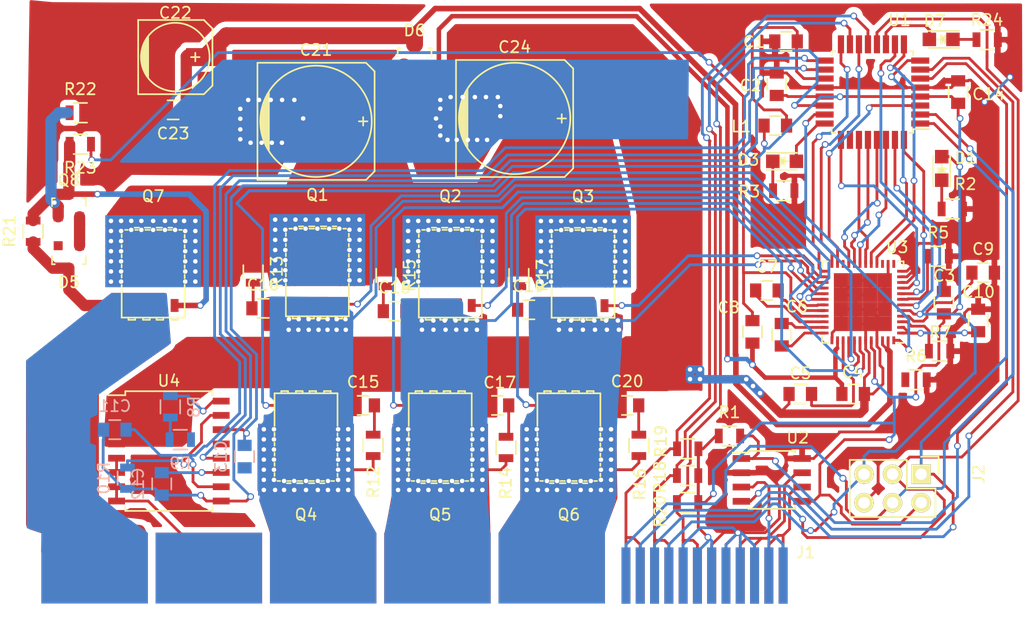
<source format=kicad_pcb>
(kicad_pcb (version 20221018) (generator pcbnew)
  (layers (0 "F.Cu" signal) (31 "B.Cu" signal) (34 "B.Paste" user) (35 "F.Paste" user) (36 "B.SilkS" user "B.Silkscreen") (37 "F.SilkS" user "F.Silkscreen") (38 "B.Mask" user) (39 "F.Mask" user) (44 "Edge.Cuts" user))
  (net 0 "")
  (net 1 "Net-(C1-Pad1)")
  (net 2 "/LGND")
  (net 3 "Net-(C2-Pad1)")
  (net 4 "/5V0")
  (net 5 "/DriveControllerPower/PGND")
  (net 6 "/DriveControllerPower/PBAT")
  (net 7 "Net-(C5-Pad2)")
  (net 8 "Net-(C6-Pad1)")
  (net 9 "Net-(C6-Pad2)")
  (net 10 "Net-(C7-Pad1)")
  (net 11 "Net-(C7-Pad2)")
  (net 12 "/DriveControllerPower/CPOUT")
  (net 13 "Net-(C9-Pad1)")
  (net 14 "Net-(C10-Pad1)")
  (net 15 "/ISENSEN")
  (net 16 "Net-(C12-Pad1)")
  (net 17 "Net-(C15-Pad1)")
  (net 18 "/DriveControllerPower/POUT")
  (net 19 "Net-(C16-Pad1)")
  (net 20 "/DriveControllerPower/U")
  (net 21 "Net-(C17-Pad1)")
  (net 22 "Net-(C18-Pad1)")
  (net 23 "/DriveControllerPower/V")
  (net 24 "Net-(C19-Pad1)")
  (net 25 "/DriveControllerPower/W")
  (net 26 "Net-(C20-Pad1)")
  (net 27 "/DriveControllerPower/VBAT")
  (net 28 "Net-(D1-Pad1)")
  (net 29 "/STAT_LED")
  (net 30 "Net-(D3-Pad1)")
  (net 31 "Net-(D5-Pad1)")
  (net 32 "/DriveControllerPower/VSUPPLY")
  (net 33 "/STATCAN")
  (net 34 "Net-(D7-Pad1)")
  (net 35 "/DriveControllerPower/H1")
  (net 36 "/DriveControllerPower/H2")
  (net 37 "/DriveControllerPower/H3")
  (net 38 "/CANH")
  (net 39 "/CANL")
  (net 40 "/VCAN")
  (net 41 "/MOSI")
  (net 42 "/MISO")
  (net 43 "/SCK")
  (net 44 "/NRESET")
  (net 45 "/DriveControllerPower/L1")
  (net 46 "/DriveControllerPower/L2")
  (net 47 "/DriveControllerPower/L3")
  (net 48 "Net-(Q7-Pad1)")
  (net 49 "/TXCAN")
  (net 50 "/NCOAST")
  (net 51 "Net-(R5-Pad1)")
  (net 52 "Net-(R7-Pad1)")
  (net 53 "Net-(R8-Pad1)")
  (net 54 "/IFL_EN")
  (net 55 "Net-(R10-Pad1)")
  (net 56 "/DG1")
  (net 57 "/RXCAN")
  (net 58 "/IH3")
  (net 59 "/IL3")
  (net 60 "/WD")
  (net 61 "/DG2")
  (net 62 "/DG3")
  (net 63 "/ISENSEP")
  (net 64 "/SCREF")
  (net 65 "/IL2")
  (net 66 "/IL1")
  (net 67 "/IH1")
  (net 68 "/IH2")
  (net 69 "/SLEEP")
  (net 70 "Net-(Q8-Pad1)")
  (net 71 "/HA1")
  (net 72 "/HA2")
  (net 73 "/HA3")
  (net 74 "/PGND")
  (footprint "Capacitors_SMD:c_elec_10x10" (layer "F.Cu") (at 121.285 106.299)
    (fp_text reference "C21")
    (fp_text value "220uF")
  )
  (footprint "Capacitors_SMD:c_elec_6.3x5.7" (layer "F.Cu") (at 108.7755 100.584)
    (fp_text reference "C22")
    (fp_text value "22uF")
  )
  (footprint "Capacitors_SMD:c_elec_10x10" (layer "F.Cu") (at 138.938 106.045)
    (fp_text reference "C24")
    (fp_text value "220uF")
  )
  (footprint "LEDs:LED-0805" (layer "F.Cu") (at 176.911 110.49 90)
    (fp_text reference "D1")
    (fp_text value "LED_PWR")
  )
  (footprint "LEDs:LED-0805" (layer "F.Cu") (at 162.941 109.855)
    (fp_text reference "D3")
    (fp_text value "LED_STAT")
  )
  (footprint "TO_SOT_Packages_SMD:SOT-23" (layer "F.Cu") (at 99.314 118.364 180)
    (fp_text reference "D5")
    (fp_text value "BAS16")
  )
  (footprint "TO_SOT_Packages_SMD:SOT-23" (layer "F.Cu") (at 130.048 100.457)
    (fp_text reference "D6")
    (fp_text value "BAS16")
  )
  (footprint "LEDs:LED-0805" (layer "F.Cu") (at 176.8602 99.0092 180)
    (fp_text reference "D7")
    (fp_text value "LED_CAN")
  )
  (footprint "USSTPARTS:HPCE-40-24" (layer "F.Cu") (at 95.37 150.901674)
    (fp_text reference "J1")
    (fp_text value "HPCE_40-24")
  )
  (footprint "Pin_Headers:Pin_Header_Straight_2x03" (layer "F.Cu") (at 175.0822 137.6934 -90)
    (fp_text reference "J2")
    (fp_text value "ISP_Header")
  )
  (footprint "Capacitors_SMD:C_0805" (layer "F.Cu") (at 162.1155 106.68)
    (fp_text reference "L1")
    (fp_text value "10uH")
  )
  (footprint "TO_SOT_Packages_SMD:SOT-23" (layer "F.Cu") (at 99.314 113.792)
    (fp_text reference "Q8")
    (fp_text value "BC817-40")
  )
  (footprint "Housings_QFP:TQFP-32_7x7mm_Pitch0.8mm" (layer "F.Cu") (at 170.7515 103.6955 180)
    (fp_text reference "U1")
    (fp_text value "ATMega32M1")
  )
  (footprint "Housings_SOIC:SOIC-8_3.9x4.9mm_Pitch1.27mm" (layer "F.Cu") (at 161.798 138.2014)
    (fp_text reference "U2")
    (fp_text value "MCP2562")
  )
  (footprint "Housings_DFN_QFN:QFN-48-1EP_7x7mm_Pitch0.5mm" (layer "F.Cu") (at 169.897 122.384 180)
    (fp_text reference "U3")
    (fp_text value "ATA6844")
  )
  (footprint "Housings_SOIC:SOIC-16_7.5x10.3mm_Pitch1.27mm" (layer "F.Cu") (at 108.204 135.636)
    (fp_text reference "U4")
    (fp_text value "ACS710")
  )
  (footprint "Capacitors_SMD:C_0805" (layer "F.Cu") (at 163.068 99.187 180)
    (fp_text reference "C1")
    (fp_text value "100nF")
  )
  (footprint "Capacitors_SMD:C_0805" (layer "F.Cu") (at 162.2425 102.997 90)
    (fp_text reference "C2")
    (fp_text value "10nF")
  )
  (footprint "Capacitors_SMD:C_0805" (layer "F.Cu") (at 177.1015 122.428 90)
    (fp_text reference "C3")
    (fp_text value "2.2uF")
  )
  (footprint "Capacitors_SMD:C_0805" (layer "F.Cu") (at 169.037 130.556 180)
    (fp_text reference "C4")
    (fp_text value "100nF")
  )
  (footprint "Capacitors_SMD:C_0805" (layer "F.Cu") (at 164.338 130.556)
    (fp_text reference "C5")
    (fp_text value "470nF")
  )
  (footprint "Capacitors_SMD:C_0805" (layer "F.Cu") (at 162.687 125.2855 90)
    (fp_text reference "C6")
    (fp_text value "100nF")
  )
  (footprint "Capacitors_SMD:C_0805" (layer "F.Cu") (at 161.3695 121.3485)
    (fp_text reference "C7")
    (fp_text value "100nF")
  )
  (footprint "Capacitors_SMD:C_0805" (layer "F.Cu") (at 160.0835 125.0315 90)
    (fp_text reference "C8")
    (fp_text value "470nF")
  )
  (footprint "Capacitors_SMD:C_0805" (layer "F.Cu") (at 180.594 119.761)
    (fp_text reference "C9")
    (fp_text value "220pF")
  )
  (footprint "Capacitors_SMD:C_0805" (layer "F.Cu") (at 180.1495 124.0155 90)
    (fp_text reference "C10")
    (fp_text value "220nF")
  )
  (footprint "Capacitors_SMD:C_0805" (layer "F.Cu") (at 178.3715 103.6955 90)
    (fp_text reference "C14")
    (fp_text value "10nF")
  )
  (footprint "Capacitors_SMD:C_0805" (layer "F.Cu") (at 125.476 131.572 180)
    (fp_text reference "C15")
    (fp_text value "10nF")
  )
  (footprint "Capacitors_SMD:C_0805" (layer "F.Cu") (at 116.586 122.936)
    (fp_text reference "C16")
    (fp_text value "10nF")
  )
  (footprint "Capacitors_SMD:C_0805" (layer "F.Cu") (at 137.414 131.572 180)
    (fp_text reference "C17")
    (fp_text value "10nF")
  )
  (footprint "Capacitors_SMD:C_0805" (layer "F.Cu") (at 128.27 123.19)
    (fp_text reference "C18")
    (fp_text value "10nF")
  )
  (footprint "Capacitors_SMD:C_0805" (layer "F.Cu") (at 140.208 123.063)
    (fp_text reference "C19")
    (fp_text value "10nF")
  )
  (footprint "Capacitors_SMD:C_0805" (layer "F.Cu") (at 148.971 131.572 180)
    (fp_text reference "C20")
    (fp_text value "10nF")
  )
  (footprint "Capacitors_SMD:C_0805" (layer "F.Cu") (at 108.585 105.283 180)
    (fp_text reference "C23")
    (fp_text value "100nF")
  )
  (footprint "Resistors_SMD:R_0805" (layer "F.Cu") (at 177.8508 114.0968)
    (fp_text reference "R2")
    (fp_text value "1k")
  )
  (footprint "Resistors_SMD:R_0805" (layer "F.Cu") (at 162.8648 112.4712)
    (fp_text reference "R3")
    (fp_text value "1k")
  )
  (footprint "Resistors_SMD:R_0805" (layer "F.Cu") (at 176.5935 118.3005)
    (fp_text reference "R5")
    (fp_text value "0 (J)")
  )
  (footprint "Resistors_SMD:R_0805" (layer "F.Cu") (at 174.625 129.286)
    (fp_text reference "R6")
    (fp_text value "10k")
  )
  (footprint "Resistors_SMD:R_0805" (layer "F.Cu") (at 176.7205 126.746)
    (fp_text reference "R7")
    (fp_text value "33k")
  )
  (footprint "Resistors_SMD:R_0805" (layer "F.Cu") (at 126.365 135.128 90)
    (fp_text reference "R12")
    (fp_text value "10")
  )
  (footprint "Resistors_SMD:R_0805" (layer "F.Cu") (at 115.697 119.7 -90)
    (fp_text reference "R13")
    (fp_text value "10")
  )
  (footprint "Resistors_SMD:R_0805" (layer "F.Cu") (at 138.176 135.316 90)
    (fp_text reference "R14")
    (fp_text value "10")
  )
  (footprint "Resistors_SMD:R_0805" (layer "F.Cu") (at 127.508 120.015 -90)
    (fp_text reference "R15")
    (fp_text value "10")
  )
  (footprint "Resistors_SMD:R_0805" (layer "F.Cu") (at 149.987 135.128 90)
    (fp_text reference "R16")
    (fp_text value "10")
  )
  (footprint "Resistors_SMD:R_0805" (layer "F.Cu") (at 139.319 120.015 -90)
    (fp_text reference "R17")
    (fp_text value "10")
  )
  (footprint "Resistors_SMD:R_0805" (layer "F.Cu") (at 154.3177 137.8204 180)
    (fp_text reference "R18")
    (fp_text value "10k")
  )
  (footprint "Resistors_SMD:R_0805" (layer "F.Cu") (at 154.3304 135.4328 180)
    (fp_text reference "R19")
    (fp_text value "10k")
  )
  (footprint "Resistors_SMD:R_0805" (layer "F.Cu") (at 154.3177 140.208 180)
    (fp_text reference "R20")
    (fp_text value "10k")
  )
  (footprint "Resistors_SMD:R_0805" (layer "F.Cu") (at 96.139 116.078 90)
    (fp_text reference "R21")
    (fp_text value "100k")
  )
  (footprint "Resistors_SMD:R_0805" (layer "F.Cu") (at 100.33 105.537)
    (fp_text reference "R22")
    (fp_text value "10k")
  )
  (footprint "Resistors_SMD:R_0805" (layer "F.Cu") (at 100.33 108.331 180)
    (fp_text reference "R23")
    (fp_text value "10k")
  )
  (footprint "Resistors_SMD:R_0805" (layer "F.Cu") (at 180.9496 99.0346)
    (fp_text reference "R24")
    (fp_text value "1k")
  )
  (footprint "USSTPARTS:SOT-669_LFPAK_POWERSO8" (layer "F.Cu") (at 121.405 119.746)
    (fp_text reference "Q1")
    (fp_text value "PSMN1R0")
  )
  (footprint "USSTPARTS:SOT-669_LFPAK_POWERSO8" (layer "F.Cu") (at 133.223 119.857)
    (fp_text reference "Q2")
    (fp_text value "PSMN1R0")
  )
  (footprint "USSTPARTS:SOT-669_LFPAK_POWERSO8" (layer "F.Cu") (at 145.027 119.873)
    (fp_text reference "Q3")
    (fp_text value "PSMN1R0")
  )
  (footprint "USSTPARTS:SOT-669_LFPAK_POWERSO8" (layer "F.Cu") (at 120.396 134.397 180)
    (fp_text reference "Q4")
    (fp_text value "PSMN1R0")
  )
  (footprint "USSTPARTS:SOT-669_LFPAK_POWERSO8" (layer "F.Cu") (at 132.327 134.397 180)
    (fp_text reference "Q5")
    (fp_text value "PSMN1R0")
  )
  (footprint "USSTPARTS:SOT-669_LFPAK_POWERSO8" (layer "F.Cu") (at 143.764 134.397 180)
    (fp_text reference "Q6")
    (fp_text value "PSMN1R0")
  )
  (footprint "USSTPARTS:SOT-669_LFPAK_POWERSO8" (layer "F.Cu") (at 106.807 119.857)
    (fp_text reference "Q7")
    (fp_text value "PSMN1R0")
  )
  (footprint "Resistors_SMD:R_0805" (layer "F.Cu") (at 158.0388 134.2898)
    (fp_text reference "R1")
    (fp_text value "10k")
  )
  (footprint "Capacitors_SMD:C_0805" (layer "B.Cu") (at 103.394 133.731 180)
    (fp_text reference "C11")
    (fp_text value "1nF")
  )
  (footprint "Capacitors_SMD:C_0805" (layer "B.Cu") (at 107.569 138.557 -90)
    (fp_text reference "C12")
    (fp_text value "1nF")
  )
  (footprint "Capacitors_SMD:C_0805" (layer "B.Cu") (at 114.935 136.128 -90)
    (fp_text reference "C13")
    (fp_text value "100nF")
  )
  (footprint "Resistors_SMD:R_0805" (layer "B.Cu") (at 108.331 131.699 90)
    (fp_text reference "R8")
    (fp_text value "100k")
  )
  (footprint "Resistors_SMD:R_0805" (layer "B.Cu") (at 109.22 134.62)
    (fp_text reference "R9")
    (fp_text value "100k")
  )
  (footprint "Resistors_SMD:R_0805" (layer "B.Cu") (at 104.521 138.049 -90)
    (fp_text reference "R10")
    (fp_text value "47k")
  )
  (segment (start 164.068 98.312) (end 163.708601 97.952601) (width 0.25) (layer "F.Cu") (net 1))
  (segment (start 160.06768 104.23848) (end 161.1122 105.283) (width 0.25) (layer "F.Cu") (net 1))
  (segment (start 164.068 99.187) (end 164.068 98.312) (width 0.25) (layer "F.Cu") (net 1))
  (segment (start 164.0078 99.2472) (end 164.0078 101.854) (width 0.25) (layer "F.Cu") (net 1))
  (segment (start 164.068 99.187) (end 164.0078 99.2472) (width 0.25) (layer "F.Cu") (net 1))
  (segment (start 160.06768 98.35192) (end 160.06768 104.23848) (width 0.25) (layer "F.Cu") (net 1))
  (segment (start 162.5935 105.283) (end 163.1155 105.805) (width 0.25) (layer "F.Cu") (net 1))
  (segment (start 163.708601 97.952601) (end 160.466999 97.952601) (width 0.25) (layer "F.Cu") (net 1))
  (segment (start 163.1155 105.805) (end 163.1155 106.68) (width 0.25) (layer "F.Cu") (net 1))
  (segment (start 164.0078 101.854) (end 164.6493 102.4955) (width 0.25) (layer "F.Cu") (net 1))
  (segment (start 160.466999 97.952601) (end 160.06768 98.35192) (width 0.25) (layer "F.Cu") (net 1))
  (segment (start 164.6493 102.4955) (end 166.5015 102.4955) (width 0.25) (layer "F.Cu") (net 1))
  (segment (start 161.1122 105.283) (end 162.5935 105.283) (width 0.25) (layer "F.Cu") (net 1))
  (segment (start 115.175531 139.989173) (end 115.47553 139.689174) (width 0.25) (layer "F.Cu") (net 2))
  (segment (start 175.0015 103.2955) (end 177.7715 103.2955) (width 0.25) (layer "F.Cu") (net 2))
  (segment (start 171.2577 138.9779) (end 170.865799 139.369801) (width 0.25) (layer "F.Cu") (net 2))
  (segment (start 179.3006 102.6414) (end 179.5018 102.6414) (width 0.25) (layer "F.Cu") (net 2))
  (segment (start 177.6705 126.746) (end 177.6705 125.3695) (width 0.25) (layer "F.Cu") (net 2))
  (segment (start 173.297 119.634) (end 173.812655 119.634) (width 0.25) (layer "F.Cu") (net 2))
  (segment (start 115.083704 140.081) (end 115.175531 139.989173) (width 0.25) (layer "F.Cu") (net 2))
  (segment (start 167.811171 133.9342) (end 173.4058 133.9342) (width 0.25) (layer "F.Cu") (net 2))
  (segment (start 173.4058 134.564181) (end 171.2577 136.712281) (width 0.25) (layer "F.Cu") (net 2))
  (segment (start 181.594 118.2845) (end 181.594 119.761) (width 0.25) (layer "F.Cu") (net 2))
  (segment (start 180.1495 104.588895) (end 180.1495 110.474602) (width 0.25) (layer "F.Cu") (net 2))
  (segment (start 163.1175 101.997) (end 164.416 103.2955) (width 0.25) (layer "F.Cu") (net 2))
  (segment (start 178.3715 102.6955) (end 179.2465 102.6955) (width 0.25) (layer "F.Cu") (net 2))
  (segment (start 163.8148 113.592969) (end 163.463369 113.9444) (width 0.25) (layer "F.Cu") (net 2))
  (segment (start 180.1495 110.474602) (end 180.1495 114.091342) (width 0.25) (layer "F.Cu") (net 2))
  (segment (start 180.279641 104.588895) (end 180.1495 104.588895) (width 0.25) (layer "F.Cu") (net 2))
  (segment (start 112.854 140.081) (end 115.083704 140.081) (width 0.25) (layer "F.Cu") (net 2))
  (segment (start 161.105927 102.144713) (end 160.805928 102.444712) (width 0.25) (layer "F.Cu") (net 2))
  (segment (start 177.1015 120.396) (end 177.5435 119.954) (width 0.25) (layer "F.Cu") (net 2))
  (segment (start 178.943 123.347) (end 179.2745 123.0155) (width 0.25) (layer "F.Cu") (net 2))
  (segment (start 164.498 136.2964) (end 165.523 136.2964) (width 0.25) (layer "F.Cu") (net 2))
  (segment (start 173.83228 120.634) (end 174.498 119.96828) (width 0.25) (layer "F.Cu") (net 2))
  (segment (start 174.498 119.96828) (end 174.498 119.092974) (width 0.25) (layer "F.Cu") (net 2))
  (segment (start 173.812655 119.634) (end 174.498 118.948655) (width 0.25) (layer "F.Cu") (net 2))
  (segment (start 167.5515 103.2955) (end 175.0015 103.2955) (width 0.25) (layer "F.Cu") (net 2))
  (segment (start 161.211669 142.9004) (end 159.087712 142.9004) (width 0.25) (layer "F.Cu") (net 2))
  (segment (start 178.8008 114.0968) (end 179.4008 114.0968) (width 0.25) (layer "F.Cu") (net 2))
  (segment (start 176.9745 117.1575) (end 177.292 116.84) (width 0.25) (layer "F.Cu") (net 2))
  (segment (start 159.098 137.5664) (end 161.266467 137.5664) (width 0.25) (layer "F.Cu") (net 2))
  (segment (start 163.463369 113.9444) (end 161.4678 113.9444) (width 0.25) (layer "F.Cu") (net 2))
  (segment (start 162.481321 141.630748) (end 161.211669 142.9004) (width 0.25) (layer "F.Cu") (net 2))
  (segment (start 180.1495 114.091342) (end 180.1495 116.84) (width 0.25) (layer "F.Cu") (net 2))
  (segment (start 166.5015 103.2955) (end 167.5515 103.2955) (width 0.25) (layer "F.Cu") (net 2))
  (segment (start 162.2425 101.997) (end 161.25364 101.997) (width 0.25) (layer "F.Cu") (net 2))
  (segment (start 180.296736 104.5718) (end 180.279641 104.588895) (width 0.25) (layer "F.Cu") (net 2))
  (segment (start 178.943 124.097) (end 178.943 123.347) (width 0.25) (layer "F.Cu") (net 2))
  (segment (start 161.4678 113.9444) (end 160.0454 112.522) (width 0.25) (layer "F.Cu") (net 2))
  (segment (start 158.791274 142.9004) (end 157.73 143.961674) (width 0.25) (layer "F.Cu") (net 2))
  (segment (start 167.811171 134.008229) (end 167.811171 133.9342) (width 0.25) (layer "F.Cu") (net 2))
  (segment (start 179.406258 114.091342) (end 180.1495 114.091342) (width 0.25) (layer "F.Cu") (net 2))
  (segment (start 157.73 143.961674) (end 157.73 146.711674) (width 0.25) (layer "F.Cu") (net 2))
  (segment (start 165.4515 103.2955) (end 166.5015 103.2955) (width 0.25) (layer "F.Cu") (net 2))
  (segment (start 181.594 120.666) (end 180.1495 122.1105) (width 0.25) (layer "F.Cu") (net 2))
  (segment (start 182.9816 99.5166) (end 182.9816 102.362) (width 0.25) (layer "F.Cu") (net 2))
  (segment (start 159.062312 142.875) (end 159.087712 142.9004) (width 0.25) (layer "F.Cu") (net 2))
  (segment (start 177.6705 125.3695) (end 178.943 124.097) (width 0.25) (layer "F.Cu") (net 2))
  (segment (start 173.297 120.134) (end 173.812849 120.134) (width 0.25) (layer "F.Cu") (net 2))
  (segment (start 173.4058 133.9342) (end 175.575 131.765) (width 0.25) (layer "F.Cu") (net 2))
  (segment (start 177.6705 127.646) (end 177.6705 126.746) (width 0.25) (layer "F.Cu") (net 2))
  (segment (start 173.4058 133.9342) (end 173.4058 134.564181) (width 0.25) (layer "F.Cu") (net 2))
  (segment (start 179.2465 102.6955) (end 179.3006 102.6414) (width 0.25) (layer "F.Cu") (net 2))
  (segment (start 160.0454 109.3724) (end 159.9184 109.2454) (width 0.25) (layer "F.Cu") (net 2))
  (segment (start 159.087712 142.9004) (end 158.791274 142.9004) (width 0.25) (layer "F.Cu") (net 2))
  (segment (start 171.2577 136.712281) (end 171.2577 138.9779) (width 0.25) (layer "F.Cu") (net 2))
  (segment (start 179.5018 102.6414) (end 180.1495 103.2891) (width 0.25) (layer "F.Cu") (net 2))
  (segment (start 174.498 119.092974) (end 174.498 118.605364) (width 0.25) (layer "F.Cu") (net 2))
  (segment (start 173.297 120.634) (end 173.83228 120.634) (width 0.25) (layer "F.Cu") (net 2))
  (segment (start 162.2425 101.997) (end 162.2425 99.3615) (width 0.25) (layer "F.Cu") (net 2))
  (segment (start 161.266467 137.5664) (end 162.481321 138.781254) (width 0.25) (layer "F.Cu") (net 2))
  (segment (start 174.498 118.605364) (end 174.498 117.1575) (width 0.25) (layer "F.Cu") (net 2))
  (segment (start 112.854 140.081) (end 111.549768 140.081) (width 0.25) (layer "F.Cu") (net 2))
  (segment (start 177.292 116.84) (end 180.1495 116.84) (width 0.25) (layer "F.Cu") (net 2))
  (segment (start 177.5435 119.954) (end 177.5435 118.3005) (width 0.25) (layer "F.Cu") (net 2))
  (segment (start 165.523 136.2964) (end 167.811171 134.008229) (width 0.25) (layer "F.Cu") (net 2))
  (segment (start 156.46 143.961674) (end 157.546674 142.875) (width 0.25) (layer "F.Cu") (net 2))
  (segment (start 162.2425 101.997) (end 163.1175 101.997) (width 0.25) (layer "F.Cu") (net 2))
  (segment (start 181.8996 99.0346) (end 182.4996 99.0346) (width 0.25) (layer "F.Cu") (net 2))
  (segment (start 179.4008 114.0968) (end 179.406258 114.091342) (width 0.25) (layer "F.Cu") (net 2))
  (segment (start 111.549768 140.081) (end 111.337958 139.86919) (width 0.25) (layer "F.Cu") (net 2))
  (segment (start 163.8148 112.4712) (end 163.8148 113.592969) (width 0.25) (layer "F.Cu") (net 2))
  (segment (start 180.1495 103.2891) (end 180.1495 104.588895) (width 0.25) (layer "F.Cu") (net 2))
  (segment (start 177.7715 103.2955) (end 178.3715 102.6955) (width 0.25) (layer "F.Cu") (net 2))
  (segment (start 174.498 118.948655) (end 174.498 118.605364) (width 0.25) (layer "F.Cu") (net 2))
  (segment (start 174.498 118.605364) (end 174.498 118.491) (width 0.25) (layer "F.Cu") (net 2))
  (segment (start 180.721 104.5718) (end 180.296736 104.5718) (width 0.25) (layer "F.Cu") (net 2))
  (segment (start 111.337958 139.86919) (end 111.037959 139.569191) (width 0.25) (layer "F.Cu") (net 2))
  (segment (start 164.416 103.2955) (end 165.4515 103.2955) (width 0.25) (layer "F.Cu") (net 2))
  (segment (start 177.1015 121.428) (end 177.1015 120.396) (width 0.25) (layer "F.Cu") (net 2))
  (segment (start 181.594 119.761) (end 181.594 120.666) (width 0.25) (layer "F.Cu") (net 2))
  (segment (start 175.575 129.286) (end 176.175 129.286) (width 0.25) (layer "F.Cu") (net 2))
  (segment (start 161.25364 101.997) (end 161.105927 102.144713) (width 0.25) (layer "F.Cu") (net 2))
  (segment (start 157.546674 142.875) (end 159.062312 142.875) (width 0.25) (layer "F.Cu") (net 2))
  (segment (start 179.2745 123.0155) (end 180.1495 123.0155) (width 0.25) (layer "F.Cu") (net 2))
  (segment (start 177.292 116.84) (end 177.5435 117.0915) (width 0.25) (layer "F.Cu") (net 2))
  (segment (start 176.175 129.286) (end 177.6705 127.7905) (width 0.25) (layer "F.Cu") (net 2))
  (segment (start 173.812849 120.134) (end 174.498 119.448849) (width 0.25) (layer "F.Cu") (net 2))
  (segment (start 160.0454 112.522) (end 160.0454 109.3724) (width 0.25) (layer "F.Cu") (net 2))
  (segment (start 174.498 117.1575) (end 176.9745 117.1575) (width 0.25) (layer "F.Cu") (net 2))
  (segment (start 174.498 119.448849) (end 174.498 119.092974) (width 0.25) (layer "F.Cu") (net 2))
  (segment (start 182.4996 99.0346) (end 182.9816 99.5166) (width 0.25) (layer "F.Cu") (net 2))
  (segment (start 177.6705 127.7905) (end 177.6705 127.646) (width 0.25) (layer "F.Cu") (net 2))
  (segment (start 180.1495 116.84) (end 181.594 118.2845) (width 0.25) (layer "F.Cu") (net 2))
  (segment (start 180.1495 122.1105) (end 180.1495 123.0155) (width 0.25) (layer "F.Cu") (net 2))
  (segment (start 162.481321 138.781254) (end 162.481321 141.630748) (width 0.25) (layer "F.Cu") (net 2))
  (segment (start 156.46 146.711674) (end 156.46 143.961674) (width 0.25) (layer "F.Cu") (net 2))
  (segment (start 162.2425 99.3615) (end 162.068 99.187) (width 0.25) (layer "F.Cu") (net 2))
  (segment (start 175.575 131.765) (end 175.575 129.286) (width 0.25) (layer "F.Cu") (net 2))
  (segment (start 170.865799 139.369801) (end 170.0022 140.2334) (width 0.25) (layer "F.Cu") (net 2))
  (segment (start 177.5435 117.0915) (end 177.5435 118.3005) (width 0.25) (layer "F.Cu") (net 2))
  (via (at 180.721 104.5718) (size 0.6) (drill 0.4) (layers "F.Cu" "B.Cu") (net 2))
  (via (at 159.9184 109.2454) (size 0.6) (drill 0.4) (layers "F.Cu" "B.Cu") (net 2))
  (via (at 158.791274 142.9004) (size 0.6) (drill 0.4) (layers "F.Cu" "B.Cu") (net 2))
  (via (at 111.037959 139.569191) (size 0.6) (drill 0.4) (layers "F.Cu" "B.Cu") (net 2))
  (via (at 115.47553 139.689174) (size 0.6) (drill 0.4) (layers "F.Cu" "B.Cu") (net 2))
  (via (at 160.805928 102.444712) (size 0.6) (drill 0.4) (layers "F.Cu" "B.Cu") (net 2))
  (via (at 182.9816 102.362) (size 0.6) (drill 0.4) (layers "F.Cu" "B.Cu") (net 2))
  (segment (start 182.9816 102.362) (end 180.7718 104.5718) (width 0.25) (layer "B.Cu") (net 2))
  (segment (start 160.446621 108.234579) (end 160.446621 104.54661) (width 0.25) (layer "B.Cu") (net 2))
  (segment (start 158.350497 142.459623) (end 158.791274 142.9004) (width 0.25) (layer "B.Cu") (net 2))
  (segment (start 158.8897 109.7915) (end 159.655967 109.025233) (width 0.25) (layer "B.Cu") (net 2))
  (segment (start 104.521 138.999) (end 107.011 138.999) (width 0.25) (layer "B.Cu") (net 2))
  (segment (start 111.025768 139.557) (end 111.037959 139.569191) (width 0.25) (layer "B.Cu") (net 2))
  (segment (start 160.27 144.063649) (end 159.106751 142.9004) (width 0.25) (layer "B.Cu") (net 2))
  (segment (start 157.73 146.711674) (end 157.73 143.961674) (width 0.25) (layer "B.Cu") (net 2))
  (segment (start 113.9784 138.192044) (end 113.9784 134.143187) (width 0.25) (layer "B.Cu") (net 2))
  (segment (start 160.446621 104.54661) (end 160.805928 104.187303) (width 0.25) (layer "B.Cu") (net 2))
  (segment (start 102.362 134.638) (end 102.362 137.14) (width 0.25) (layer "B.Cu") (net 2))
  (segment (start 153.92 146.711674) (end 153.92 143.961674) (width 0.25) (layer "B.Cu") (net 2))
  (segment (start 138.557 109.7915) (end 158.8897 109.7915) (width 0.25) (layer "B.Cu") (net 2))
  (segment (start 159.655967 109.025233) (end 160.446621 108.234579) (width 0.25) (layer "B.Cu") (net 2))
  (segment (start 113.9784 134.143187) (end 115.464662 132.656925) (width 0.25) (layer "B.Cu") (net 2))
  (segment (start 115.47553 139.689174) (end 113.9784 138.192044) (width 0.25) (layer "B.Cu") (net 2))
  (segment (start 102.394 134.606) (end 102.362 134.638) (width 0.25) (layer "B.Cu") (net 2))
  (segment (start 159.106751 142.9004) (end 158.791274 142.9004) (width 0.25) (layer "B.Cu") (net 2))
  (segment (start 102.394 133.731) (end 102.394 134.606) (width 0.25) (layer "B.Cu") (net 2))
  (segment (start 160.27 146.711674) (end 160.27 144.063649) (width 0.25) (layer "B.Cu") (net 2))
  (segment (start 159.9184 109.2454) (end 159.698233 109.025233) (width 0.25) (layer "B.Cu") (net 2))
  (segment (start 159 146.711674) (end 159 143.109126) (width 0.25) (layer "B.Cu") (net 2))
  (segment (start 113.284 124.968) (end 113.284 112.77459) (width 0.25) (layer "B.Cu") (net 2))
  (segment (start 107.011 138.999) (end 107.569 139.557) (width 0.25) (layer "B.Cu") (net 2))
  (segment (start 160.805928 104.187303) (end 160.805928 102.868976) (width 0.25) (layer "B.Cu") (net 2))
  (segment (start 104.221 138.999) (end 104.521 138.999) (width 0.25) (layer "B.Cu") (net 2))
  (segment (start 155.422051 142.459623) (end 158.350497 142.459623) (width 0.25) (layer "B.Cu") (net 2))
  (segment (start 136.766295 111.582205) (end 138.557 109.7915) (width 0.25) (layer "B.Cu") (net 2))
  (segment (start 114.476385 111.582205) (end 136.766295 111.582205) (width 0.25) (layer "B.Cu") (net 2))
  (segment (start 113.284 112.77459) (end 114.476385 111.582205) (width 0.25) (layer "B.Cu") (net 2))
  (segment (start 159.698233 109.025233) (end 159.655967 109.025233) (width 0.25) (layer "B.Cu") (net 2))
  (segment (start 115.464662 132.656925) (end 115.464662 127.148662) (width 0.25) (layer "B.Cu") (net 2))
  (segment (start 153.92 143.961674) (end 155.422051 142.459623) (width 0.25) (layer "B.Cu") (net 2))
  (segment (start 180.7718 104.5718) (end 180.721 104.5718) (width 0.25) (layer "B.Cu") (net 2))
  (segment (start 107.569 139.557) (end 111.025768 139.557) (width 0.25) (layer "B.Cu") (net 2))
  (segment (start 115.464662 127.148662) (end 113.284 124.968) (width 0.25) (layer "B.Cu") (net 2))
  (segment (start 102.362 137.14) (end 104.221 138.999) (width 0.25) (layer "B.Cu") (net 2))
  (segment (start 157.73 143.961674) (end 158.791274 142.9004) (width 0.25) (layer "B.Cu") (net 2))
  (segment (start 160.805928 102.868976) (end 160.805928 102.444712) (width 0.25) (layer "B.Cu") (net 2))
  (segment (start 159 143.109126) (end 158.791274 142.9004) (width 0.25) (layer "B.Cu") (net 2))
  (segment (start 162.2425 103.997) (end 163.1175 103.997) (width 0.25) (layer "F.Cu") (net 3))
  (segment (start 166.5015 104.0955) (end 164.586538 104.0955) (width 0.25) (layer "F.Cu") (net 3))
  (segment (start 164.586538 104.0955) (end 164.3697 104.0955) (width 0.25) (layer "F.Cu") (net 3))
  (segment (start 163.1175 103.997) (end 163.216 104.0955) (width 0.25) (layer "F.Cu") (net 3))
  (segment (start 163.216 104.0955) (end 164.586538 104.0955) (width 0.25) (layer "F.Cu") (net 3))
  (segment (start 155.2804 137.8077) (end 155.2677 137.8204) (width 0.25) (layer "F.Cu") (net 4))
  (segment (start 176.403 128.016) (end 175.2092 128.016) (width 0.25) (layer "F.Cu") (net 4))
  (segment (start 155.682493 135.4328) (end 156.825493 134.2898) (width 0.25) (layer "F.Cu") (net 4))
  (segment (start 112.854 133.731) (end 114.78986 133.731) (width 0.25) (layer "F.Cu") (net 4))
  (segment (start 168.970441 142.1384) (end 173.1772 142.1384) (width 0.25) (layer "F.Cu") (net 4))
  (segment (start 166.075122 139.554278) (end 166.075122 136.819878) (width 0.25) (layer "F.Cu") (net 4))
  (segment (start 155.824969 142.996821) (end 156.124968 143.29682) (width 0.25) (layer "F.Cu") (net 4))
  (segment (start 166.924988 139.554278) (end 167.981327 140.610617) (width 0.25) (layer "F.Cu") (net 4))
  (segment (start 155.2677 142.439552) (end 155.824969 142.996821) (width 0.25) (layer "F.Cu") (net 4))
  (segment (start 155.8677 140.208) (end 156.609758 139.465942) (width 0.25) (layer "F.Cu") (net 4))
  (segment (start 155.2804 135.4328) (end 155.2804 137.8077) (width 0.25) (layer "F.Cu") (net 4))
  (segment (start 166.075122 139.554278) (end 166.924988 139.554278) (width 0.25) (layer "F.Cu") (net 4))
  (segment (start 161.1376 106.7021) (end 161.1155 106.68) (width 0.25) (layer "F.Cu") (net 4))
  (segment (start 177.61384 109.44098) (end 178.5112 110.33834) (width 0.25) (layer "F.Cu") (net 4))
  (segment (start 166.075122 136.819878) (end 168.275 134.62) (width 0.25) (layer "F.Cu") (net 4))
  (segment (start 176.657 124.6225) (end 176.657 127.762) (width 0.25) (layer "F.Cu") (net 4))
  (segment (start 176.911 109.44098) (end 177.61384 109.44098) (width 0.25) (layer "F.Cu") (net 4))
  (segment (start 177.1015 123.428) (end 177.8922 123.428) (width 0.25) (layer "F.Cu") (net 4))
  (segment (start 173.1772 142.1384) (end 174.218601 141.096999) (width 0.25) (layer "F.Cu") (net 4))
  (segment (start 175.2092 128.016) (end 174.606817 128.618383) (width 0.25) (layer "F.Cu") (net 4))
  (segment (start 114.809366 133.750506) (end 115.109365 134.050505) (width 0.25) (layer "F.Cu") (net 4))
  (segment (start 155.2677 140.208) (end 155.2677 142.439552) (width 0.25) (layer "F.Cu") (net 4))
  (segment (start 177.1015 123.428) (end 177.1015 124.178) (width 0.25) (layer "F.Cu") (net 4))
  (segment (start 170.647 125.784) (end 170.647 126.451) (width 0.25) (layer "F.Cu") (net 4))
  (segment (start 168.275 134.62) (end 172.2374 134.62) (width 0.25) (layer "F.Cu") (net 4))
  (segment (start 167.981327 141.149286) (end 168.970441 142.1384) (width 0.25) (layer "F.Cu") (net 4))
  (segment (start 177.7715 104.0955) (end 178.3715 104.6955) (width 0.25) (layer "F.Cu") (net 4))
  (segment (start 170.947562 129.017994) (end 170.947562 129.442258) (width 0.25) (layer "F.Cu") (net 4))
  (segment (start 167.981327 140.610617) (end 167.981327 141.149286) (width 0.25) (layer "F.Cu") (net 4))
  (segment (start 178.3715 105.8799) (end 178.5366 106.045) (width 0.25) (layer "F.Cu") (net 4))
  (segment (start 164.498 140.1064) (end 165.523 140.1064) (width 0.25) (layer "F.Cu") (net 4))
  (segment (start 114.78986 133.731) (end 114.809366 133.750506) (width 0.25) (layer "F.Cu") (net 4))
  (segment (start 167.8877 104.0955) (end 167.8686 104.1146) (width 0.25) (layer "F.Cu") (net 4))
  (segment (start 175.0015 104.0955) (end 177.7715 104.0955) (width 0.25) (layer "F.Cu") (net 4))
  (segment (start 155.2804 135.4328) (end 155.682493 135.4328) (width 0.25) (layer "F.Cu") (net 4))
  (segment (start 174.218601 141.096999) (end 175.0822 140.2334) (width 0.25) (layer "F.Cu") (net 4))
  (segment (start 156.825493 134.2898) (end 157.0888 134.2898) (width 0.25) (layer "F.Cu") (net 4))
  (segment (start 174.606817 128.618383) (end 174.606817 130.8354) (width 0.25) (layer "F.Cu") (net 4))
  (segment (start 155.2677 137.8204) (end 155.2677 140.208) (width 0.25) (layer "F.Cu") (net 4))
  (segment (start 170.647 126.451) (end 170.947562 126.751562) (width 0.25) (layer "F.Cu") (net 4))
  (segment (start 155.2677 140.208) (end 155.2677 136.0139) (width 0.25) (layer "F.Cu") (net 4))
  (segment (start 176.657 127.762) (end 176.403 128.016) (width 0.25) (layer "F.Cu") (net 4))
  (segment (start 155.2677 140.208) (end 155.8677 140.208) (width 0.25) (layer "F.Cu") (net 4))
  (segment (start 177.8922 123.428) (end 178.5112 122.809) (width 0.25) (layer "F.Cu") (net 4))
  (segment (start 170.947562 126.751562) (end 170.947562 129.017994) (width 0.25) (layer "F.Cu") (net 4))
  (segment (start 178.3715 104.6955) (end 178.3715 105.8799) (width 0.25) (layer "F.Cu") (net 4))
  (segment (start 156.609758 139.465942) (end 156.609758 139.424986) (width 0.25) (layer "F.Cu") (net 4))
  (segment (start 165.523 140.1064) (end 166.075122 139.554278) (width 0.25) (layer "F.Cu") (net 4))
  (segment (start 177.1015 124.178) (end 176.657 124.6225) (width 0.25) (layer "F.Cu") (net 4))
  (segment (start 175.0015 104.0955) (end 167.8877 104.0955) (width 0.25) (layer "F.Cu") (net 4))
  (segment (start 161.1376 108.2802) (end 161.1376 106.7021) (width 0.25) (layer "F.Cu") (net 4))
  (via (at 178.5112 122.809) (size 0.6) (drill 0.4) (layers "F.Cu" "B.Cu") (net 4))
  (via (at 172.2374 134.62) (size 0.6) (drill 0.4) (layers "F.Cu" "B.Cu") (net 4))
  (via (at 167.8686 104.1146) (size 0.6) (drill 0.4) (layers "F.Cu" "B.Cu") (net 4))
  (via (at 170.947562 129.442258) (size 0.6) (drill 0.4) (layers "F.Cu" "B.Cu") (net 4))
  (via (at 156.124968 143.29682) (size 0.6) (drill 0.4) (layers "F.Cu" "B.Cu") (net 4))
  (via (at 115.109365 134.050505) (size 0.6) (drill 0.4) (layers "F.Cu" "B.Cu") (net 4))
  (via (at 174.606817 130.8354) (size 0.6) (drill 0.4) (layers "F.Cu" "B.Cu") (net 4))
  (via (at 161.1376 108.2802) (size 0.6) (drill 0.4) (layers "F.Cu" "B.Cu") (net 4))
  (via (at 178.5112 110.33834) (size 0.6) (drill 0.4) (layers "F.Cu" "B.Cu") (net 4))
  (via (at 178.5366 106.045) (size 0.6) (drill 0.4) (layers "F.Cu" "B.Cu") (net 4))
  (via (at 156.609758 139.424986) (size 0.6) (drill 0.4) (layers "F.Cu" "B.Cu") (net 4))
  (segment (start 113.747564 113.074436) (end 114.789784 112.032216) (width 0.25) (layer "B.Cu") (net 4))
  (segment (start 172.694194 134.163206) (end 172.2374 134.62) (width 0.25) (layer "B.Cu") (net 4))
  (segment (start 114.935 135.144) (end 114.935 134.22487) (width 0.25) (layer "B.Cu") (net 4))
  (segment (start 172.694194 133.139803) (end 172.694194 134.163206) (width 0.25) (layer "B.Cu") (net 4))
  (segment (start 113.747564 113.074436) (end 113.747564 124.795154) (width 0.25) (layer "B.Cu") (net 4))
  (segment (start 155.19 144.611674) (end 156.124968 143.676706) (width 0.25) (layer "B.Cu") (net 4))
  (segment (start 156.609758 139.000722) (end 156.609758 139.424986) (width 0.25) (layer "B.Cu") (net 4))
  (segment (start 115.885999 132.871999) (end 115.1139 133.644098) (width 0.25) (layer "B.Cu") (net 4))
  (segment (start 156.124968 143.676706) (end 156.124968 143.29682) (width 0.25) (layer "B.Cu") (net 4))
  (segment (start 172.694194 133.139803) (end 160.794765 133.139803) (width 0.25) (layer "B.Cu") (net 4))
  (segment (start 166.135365 104.1146) (end 167.8686 104.1146) (width 0.25) (layer "B.Cu") (net 4))
  (segment (start 172.9486 130.8354) (end 172.694194 130.8354) (width 0.25) (layer "B.Cu") (net 4))
  (segment (start 114.789784 112.032216) (end 137.013374 112.032216) (width 0.25) (layer "B.Cu") (net 4))
  (segment (start 156.46 143.631852) (end 156.424967 143.596819) (width 0.25) (layer "B.Cu") (net 4))
  (segment (start 156.424967 143.596819) (end 156.124968 143.29682) (width 0.25) (layer "B.Cu") (net 4))
  (segment (start 172.9486 130.8354) (end 174.606817 130.8354) (width 0.25) (layer "B.Cu") (net 4))
  (segment (start 137.013374 112.032216) (end 138.740579 110.305011) (width 0.25) (layer "B.Cu") (net 4))
  (segment (start 161.1376 108.6866) (end 161.1376 108.2802) (width 0.25) (layer "B.Cu") (net 4))
  (segment (start 115.894563 132.871999) (end 115.885999 132.871999) (width 0.25) (layer "B.Cu") (net 4))
  (segment (start 115.1139 134.04597) (end 115.109365 134.050505) (width 0.25) (layer "B.Cu") (net 4))
  (segment (start 172.9486 130.8354) (end 172.340704 130.8354) (width 0.25) (layer "B.Cu") (net 4))
  (segment (start 159.783791 110.305011) (end 161.1376 108.951202) (width 0.25) (layer "B.Cu") (net 4))
  (segment (start 113.747564 124.795154) (end 115.992682 127.040272) (width 0.25) (layer "B.Cu") (net 4))
  (segment (start 114.935 134.22487) (end 115.109365 134.050505) (width 0.25) (layer "B.Cu") (net 4))
  (segment (start 178.5112 110.33834) (end 178.5112 106.0704) (width 0.25) (layer "B.Cu") (net 4))
  (segment (start 160.794765 133.139803) (end 156.609758 137.32481) (width 0.25) (layer "B.Cu") (net 4))
  (segment (start 115.992682 127.040272) (end 115.992682 132.765316) (width 0.25) (layer "B.Cu") (net 4))
  (segment (start 172.340704 130.8354) (end 171.247561 129.742257) (width 0.25) (layer "B.Cu") (net 4))
  (segment (start 156.46 146.711674) (end 156.46 143.631852) (width 0.25) (layer "B.Cu") (net 4))
  (segment (start 115.894563 132.863435) (end 115.894563 132.871999) (width 0.25) (layer "B.Cu") (net 4))
  (segment (start 161.563365 108.6866) (end 166.135365 104.1146) (width 0.25) (layer "B.Cu") (net 4))
  (segment (start 115.1139 133.644098) (end 115.1139 134.04597) (width 0.25) (layer "B.Cu") (net 4))
  (segment (start 167.8686 104.1146) (end 167.444336 104.1146) (width 0.25) (layer "B.Cu") (net 4))
  (segment (start 113.747564 113.074436) (end 113.792 113.03) (width 0.25) (layer "B.Cu") (net 4))
  (segment (start 178.5112 122.809) (end 178.5112 110.33834) (width 0.25) (layer "B.Cu") (net 4))
  (segment (start 115.992682 132.765316) (end 115.894563 132.863435) (width 0.25) (layer "B.Cu") (net 4))
  (segment (start 172.694194 130.8354) (end 172.694194 133.139803) (width 0.25) (layer "B.Cu") (net 4))
  (segment (start 138.740579 110.305011) (end 159.783791 110.305011) (width 0.25) (layer "B.Cu") (net 4))
  (segment (start 156.609758 137.32481) (end 156.609758 139.000722) (width 0.25) (layer "B.Cu") (net 4))
  (segment (start 155.19 146.711674) (end 155.19 144.611674) (width 0.25) (layer "B.Cu") (net 4))
  (segment (start 161.1376 108.6866) (end 161.563365 108.6866) (width 0.25) (layer "B.Cu") (net 4))
  (segment (start 178.5112 106.0704) (end 178.5366 106.045) (width 0.25) (layer "B.Cu") (net 4))
  (segment (start 161.1376 108.951202) (end 161.1376 108.6866) (width 0.25) (layer "B.Cu") (net 4))
  (segment (start 171.247561 129.742257) (end 170.947562 129.442258) (width 0.25) (layer "B.Cu") (net 4))
  (segment (start 160.2085 126.0315) (end 160.274546 126.097546) (width 0.25) (layer "F.Cu") (net 6))
  (segment (start 160.0835 126.0315) (end 160.2085 126.0315) (width 0.25) (layer "F.Cu") (net 6))
  (segment (start 161.214561 129.104673) (end 160.0835 127.973612) (width 0.4) (layer "F.Cu") (net 6))
  (segment (start 168.037 129.681) (end 168.037 130.556) (width 0.4) (layer "F.Cu") (net 6))
  (segment (start 160.0835 127.973612) (end 160.0835 126.4285) (width 0.4) (layer "F.Cu") (net 6))
  (segment (start 167.460673 129.104673) (end 168.037 129.681) (width 0.4) (layer "F.Cu") (net 6))
  (segment (start 131.1554 103.2866) (end 132.207 102.235) (width 0.4) (layer "F.Cu") (net 6))
  (segment (start 160.0835 127.973612) (end 160.0835 126.0315) (width 0.4) (layer "F.Cu") (net 6))
  (segment (start 129.098 103.2866) (end 126.0856 106.299) (width 1.5) (layer "F.Cu") (net 6))
  (segment (start 129.098 101.45776) (end 129.098 103.2866) (width 1.5) (layer "F.Cu") (net 6))
  (segment (start 132.207 102.235) (end 132.207 98.1075) (width 0.4) (layer "F.Cu") (net 6))
  (segment (start 132.207 98.1075) (end 133.368185 96.946315) (width 0.4) (layer "F.Cu") (net 6))
  (segment (start 157.861 105.029) (end 157.861 127.4445) (width 0.4) (layer "F.Cu") (net 6))
  (segment (start 167.460673 126.643681) (end 167.460673 129.104673) (width 0.4) (layer "F.Cu") (net 6))
  (segment (start 149.778315 96.946315) (end 157.861 105.029) (width 0.4) (layer "F.Cu") (net 6))
  (segment (start 126.0856 106.299) (end 125.2855 106.299) (width 0.25) (layer "F.Cu") (net 6))
  (segment (start 133.368185 96.946315) (end 149.778315 96.946315) (width 0.4) (layer "F.Cu") (net 6))
  (segment (start 167.460673 129.104673) (end 161.214561 129.104673) (width 0.4) (layer "F.Cu") (net 6))
  (segment (start 129.098 103.2866) (end 131.1554 103.2866) (width 0.4) (layer "F.Cu") (net 6))
  (segment (start 167.615889 126.488465) (end 167.460673 126.643681) (width 0.4) (layer "F.Cu") (net 6))
  (segment (start 167.647 125.784) (end 167.647 126.384) (width 0.25) (layer "F.Cu") (net 6))
  (via (at 157.861 127.4445) (size 0.6) (drill 0.4) (layers "F.Cu" "B.Cu") (net 6))
  (via (at 160.0835 127.9525) (size 0.6) (drill 0.4) (layers "F.Cu" "B.Cu") (net 6))
  (segment (start 157.861 127.4445) (end 159.5755 127.4445) (width 0.4) (layer "B.Cu") (net 6))
  (segment (start 159.5755 127.4445) (end 160.0835 127.9525) (width 0.4) (layer "B.Cu") (net 6))
  (segment (start 168.147 128.3706) (end 169.0624 129.286) (width 0.25) (layer "F.Cu") (net 7))
  (segment (start 169.0624 131.4196) (end 168.873411 131.608589) (width 0.25) (layer "F.Cu") (net 7))
  (segment (start 168.873411 131.608589) (end 165.392589 131.608589) (width 0.25) (layer "F.Cu") (net 7))
  (segment (start 169.0624 129.286) (end 169.0624 131.4196) (width 0.25) (layer "F.Cu") (net 7))
  (segment (start 165.392589 131.608589) (end 165.338 131.554) (width 0.25) (layer "F.Cu") (net 7))
  (segment (start 165.338 131.554) (end 165.338 130.556) (width 0.25) (layer "F.Cu") (net 7))
  (segment (start 168.147 125.784) (end 168.147 128.3706) (width 0.25) (layer "F.Cu") (net 7))
  (segment (start 162.687 126.2855) (end 163.562 126.2855) (width 0.25) (layer "F.Cu") (net 8))
  (segment (start 163.562 126.2855) (end 164.7135 125.134) (width 0.25) (layer "F.Cu") (net 8))
  (segment (start 164.7135 125.134) (end 166.497 125.134) (width 0.25) (layer "F.Cu") (net 8))
  (segment (start 163.9105 124.634) (end 165.897 124.634) (width 0.25) (layer "F.Cu") (net 9))
  (segment (start 163.562 124.2855) (end 163.9105 124.634) (width 0.25) (layer "F.Cu") (net 9))
  (segment (start 165.897 124.634) (end 166.497 124.634) (width 0.25) (layer "F.Cu") (net 9))
  (segment (start 162.687 124.2855) (end 163.562 124.2855) (width 0.25) (layer "F.Cu") (net 9))
  (segment (start 166.497 124.134) (end 164.288579 124.134) (width 0.25) (layer "F.Cu") (net 10))
  (segment (start 164.288579 124.134) (end 162.912779 122.7582) (width 0.25) (layer "F.Cu") (net 10))
  (segment (start 160.0995 121.4735) (end 160.0995 121.3485) (width 0.25) (layer "F.Cu") (net 10))
  (segment (start 161.3842 122.7582) (end 160.0995 121.4735) (width 0.25) (layer "F.Cu") (net 10))
  (segment (start 162.912779 122.7582) (end 161.3842 122.7582) (width 0.25) (layer "F.Cu") (net 10))
  (segment (start 162.0995 121.3485) (end 162.0995 121.4735) (width 0.25) (layer "F.Cu") (net 11))
  (segment (start 163.014489 122.2235) (end 164.424989 123.634) (width 0.25) (layer "F.Cu") (net 11))
  (segment (start 165.897 123.634) (end 166.497 123.634) (width 0.25) (layer "F.Cu") (net 11))
  (segment (start 162.8495 122.2235) (end 163.014489 122.2235) (width 0.25) (layer "F.Cu") (net 11))
  (segment (start 164.424989 123.634) (end 165.897 123.634) (width 0.25) (layer "F.Cu") (net 11))
  (segment (start 162.0995 121.4735) (end 162.8495 122.2235) (width 0.25) (layer "F.Cu") (net 11))
  (segment (start 101.28 108.331) (end 101.28 109.662) (width 0.25) (layer "F.Cu") (net 12))
  (segment (start 159.2834 119.761) (end 159.2834 104.097996) (width 0.25) (layer "F.Cu") (net 12))
  (segment (start 156.52633 101.340926) (end 156.226331 101.040927) (width 0.25) (layer "F.Cu") (net 12))
  (segment (start 159.2834 104.097996) (end 156.52633 101.340926) (width 0.25) (layer "F.Cu") (net 12))
  (segment (start 159.29452 122.49252) (end 159.29452 119.77212) (width 0.25) (layer "F.Cu") (net 12))
  (segment (start 159.2834 119.761) (end 163.0426 119.761) (width 0.25) (layer "F.Cu") (net 12))
  (segment (start 164.659507 123.134) (end 166.497 123.134) (width 0.25) (layer "F.Cu") (net 12))
  (segment (start 160.0835 123.2815) (end 159.29452 122.49252) (width 0.25) (layer "F.Cu") (net 12))
  (segment (start 160.0835 124.0315) (end 160.0835 123.2815) (width 0.25) (layer "F.Cu") (net 12))
  (segment (start 101.28 109.662) (end 101.346 109.728) (width 0.25) (layer "F.Cu") (net 12))
  (segment (start 163.4998 120.2182) (end 163.4998 121.974293) (width 0.25) (layer "F.Cu") (net 12))
  (segment (start 163.0426 119.761) (end 163.4998 120.2182) (width 0.25) (layer "F.Cu") (net 12))
  (segment (start 166.497 123.134) (end 165.897 123.134) (width 0.25) (layer "F.Cu") (net 12))
  (segment (start 163.4998 121.974293) (end 164.659507 123.134) (width 0.25) (layer "F.Cu") (net 12))
  (segment (start 159.29452 119.77212) (end 159.2834 119.761) (width 0.25) (layer "F.Cu") (net 12))
  (via (at 101.346 109.728) (size 0.6) (drill 0.4) (layers "F.Cu" "B.Cu") (net 12))
  (via (at 156.226331 101.040927) (size 0.6) (drill 0.4) (layers "F.Cu" "B.Cu") (net 12))
  (segment (start 156.136618 100.99851) (end 156.136618 101.13064) (width 0.25) (layer "B.Cu") (net 12))
  (segment (start 156.136618 101.13064) (end 156.226331 101.040927) (width 0.25) (layer "B.Cu") (net 12))
  (segment (start 101.346 109.728) (end 103.041214 109.728) (width 0.25) (layer "B.Cu") (net 12))
  (segment (start 155.322582 100.184474) (end 156.136618 100.99851) (width 0.25) (layer "B.Cu") (net 12))
  (segment (start 103.041214 109.728) (end 112.58474 100.184474) (width 0.25) (layer "B.Cu") (net 12))
  (segment (start 112.58474 100.184474) (end 155.322582 100.184474) (width 0.25) (layer "B.Cu") (net 12))
  (segment (start 179.594 120.636) (end 177.802 122.428) (width 0.25) (layer "F.Cu") (net 13))
  (segment (start 173.897 123.634) (end 173.297 123.634) (width 0.25) (layer "F.Cu") (net 13))
  (segment (start 175.272015 124.074464) (end 174.411103 124.074464) (width 0.25) (layer "F.Cu") (net 13))
  (segment (start 175.597015 123.749464) (end 175.272015 124.074464) (width 0.25) (layer "F.Cu") (net 13))
  (segment (start 177.802 122.428) (end 176.39617 122.428) (width 0.25) (layer "F.Cu") (net 13))
  (segment (start 176.39617 122.428) (end 175.597015 123.227155) (width 0.25) (layer "F.Cu") (net 13))
  (segment (start 179.594 119.761) (end 179.594 120.636) (width 0.25) (layer "F.Cu") (net 13))
  (segment (start 175.597015 123.227155) (end 175.597015 123.749464) (width 0.25) (layer "F.Cu") (net 13))
  (segment (start 174.411103 124.074464) (end 173.970639 123.634) (width 0.25) (layer "F.Cu") (net 13))
  (segment (start 173.970639 123.634) (end 173.897 123.634) (width 0.25) (layer "F.Cu") (net 13))
  (segment (start 180.0446 125.1204) (end 180.1495 125.0155) (width 0.25) (layer "F.Cu") (net 14))
  (segment (start 173.522 124.634) (end 174.037495 125.149495) (width 0.25) (layer "F.Cu") (net 14))
  (segment (start 173.297 124.634) (end 173.522 124.634) (width 0.25) (layer "F.Cu") (net 14))
  (segment (start 173.297 125.134) (end 175.015415 125.134) (width 0.25) (layer "F.Cu") (net 14))
  (segment (start 175.015415 125.134) (end 175.03091 125.149495) (width 0.25) (layer "F.Cu") (net 14))
  (segment (start 174.037495 125.149495) (end 174.606646 125.149495) (width 0.25) (layer "F.Cu") (net 14))
  (segment (start 174.606646 125.149495) (end 175.03091 125.149495) (width 0.25) (layer "F.Cu") (net 14))
  (segment (start 178.943 125.1204) (end 180.0446 125.1204) (width 0.25) (layer "F.Cu") (net 14))
  (via (at 178.943 125.1204) (size 0.6) (drill 0.4) (layers "F.Cu" "B.Cu") (net 14))
  (via (at 175.03091 125.149495) (size 0.6) (drill 0.4) (layers "F.Cu" "B.Cu") (net 14))
  (segment (start 175.060005 125.1204) (end 175.03091 125.149495) (width 0.25) (layer "B.Cu") (net 14))
  (segment (start 178.943 125.1204) (end 175.060005 125.1204) (width 0.25) (layer "B.Cu") (net 14))
  (segment (start 110.350203 137.250467) (end 110.350203 136.826203) (width 0.25) (layer "F.Cu") (net 15))
  (segment (start 112.854 138.811) (end 110.7948 138.811) (width 0.25) (layer "F.Cu") (net 15))
  (segment (start 164.929839 100.8955) (end 164.712074 100.677735) (width 0.25) (layer "F.Cu") (net 15))
  (segment (start 110.350203 138.366403) (end 110.350203 137.250467) (width 0.25) (layer "F.Cu") (net 15))
  (segment (start 110.7948 138.811) (end 110.350203 138.366403) (width 0.25) (layer "F.Cu") (net 15))
  (segment (start 166.5015 100.8955) (end 164.929839 100.8955) (width 0.25) (layer "F.Cu") (net 15))
  (via (at 164.712074 100.677735) (size 0.6) (drill 0.4) (layers "F.Cu" "B.Cu") (net 15))
  (via (at 110.350203 136.826203) (size 0.6) (drill 0.4) (layers "F.Cu" "B.Cu") (net 15))
  (segment (start 164.28781 100.677735) (end 164.712074 100.677735) (width 0.25) (layer "B.Cu") (net 15))
  (segment (start 112.268 125.476) (end 112.268 112.014) (width 0.25) (layer "B.Cu") (net 15))
  (segment (start 111.558707 135.200883) (end 114.496625 132.262965) (width 0.25) (layer "B.Cu") (net 15))
  (segment (start 159.730897 101.228703) (end 160.281865 100.677735) (width 0.25) (layer "B.Cu") (net 15))
  (segment (start 114.496625 132.262965) (end 114.496625 127.704625) (width 0.25) (layer "B.Cu") (net 15))
  (segment (start 114.496625 127.704625) (end 112.268 125.476) (width 0.25) (layer "B.Cu") (net 15))
  (segment (start 159.381782 104.167454) (end 159.730897 103.818339) (width 0.25) (layer "B.Cu") (net 15))
  (segment (start 138.1125 108.6485) (end 158.459943 108.6485) (width 0.25) (layer "B.Cu") (net 15))
  (segment (start 113.599815 110.682185) (end 136.078815 110.682185) (width 0.25) (layer "B.Cu") (net 15))
  (segment (start 107.43 136.017) (end 109.4994 136.017) (width 0.25) (layer "B.Cu") (net 15))
  (segment (start 109.965264 136.017) (end 110.350203 136.401939) (width 0.25) (layer "B.Cu") (net 15))
  (segment (start 112.268 112.014) (end 113.599815 110.682185) (width 0.25) (layer "B.Cu") (net 15))
  (segment (start 159.730897 103.818339) (end 159.730897 101.228703) (width 0.25) (layer "B.Cu") (net 15))
  (segment (start 109.4994 136.017) (end 110.529853 136.017) (width 0.25) (layer "B.Cu") (net 15))
  (segment (start 110.529853 136.017) (end 111.34597 135.200883) (width 0.25) (layer "B.Cu") (net 15))
  (segment (start 159.381782 107.726661) (end 159.381782 104.167454) (width 0.25) (layer "B.Cu") (net 15))
  (segment (start 104.394 133.731) (end 105.144 133.731) (width 0.25) (layer "B.Cu") (net 15))
  (segment (start 160.281865 100.677735) (end 164.28781 100.677735) (width 0.25) (layer "B.Cu") (net 15))
  (segment (start 158.459943 108.6485) (end 159.381782 107.726661) (width 0.25) (layer "B.Cu") (net 15))
  (segment (start 105.144 133.731) (end 107.43 136.017) (width 0.25) (layer "B.Cu") (net 15))
  (segment (start 109.4994 136.017) (end 109.965264 136.017) (width 0.25) (layer "B.Cu") (net 15))
  (segment (start 110.350203 136.401939) (end 110.350203 136.826203) (width 0.25) (layer "B.Cu") (net 15))
  (segment (start 111.34597 135.200883) (end 111.558707 135.200883) (width 0.25) (layer "B.Cu") (net 15))
  (segment (start 136.078815 110.682185) (end 138.1125 108.6485) (width 0.25) (layer "B.Cu") (net 15))
  (segment (start 111.125 137.541) (end 112.854 137.541) (width 0.25) (layer "F.Cu") (net 16))
  (via (at 111.125 137.541) (size 0.6) (drill 0.4) (layers "F.Cu" "B.Cu") (net 16))
  (segment (start 107.569 137.557) (end 111.109 137.557) (width 0.25) (layer "B.Cu") (net 16))
  (segment (start 111.109 137.557) (end 111.125 137.541) (width 0.25) (layer "B.Cu") (net 16))
  (segment (start 126.476 134.067) (end 126.365 134.178) (width 0.25) (layer "F.Cu") (net 17))
  (segment (start 126.476 131.572) (end 126.476 134.067) (width 0.25) (layer "F.Cu") (net 17))
  (segment (start 107.585456 106.61109) (end 107.585456 105.537) (width 0.25) (layer "F.Cu") (net 18))
  (segment (start 163.338 131.431) (end 162.591785 132.177215) (width 0.25) (layer "F.Cu") (net 18))
  (segment (start 167.96575 120.45275) (end 169.25325 121.74025) (width 0.25) (layer "F.Cu") (net 18))
  (segment (start 170.147 123.4215) (end 170.54075 123.02775) (width 0.25) (layer "F.Cu") (net 18))
  (segment (start 106.02468 102.94668) (end 106.02468 102.36438) (width 0.25) (layer "F.Cu") (net 18))
  (segment (start 169.25325 124.31525) (end 170.54075 124.31525) (width 0.25) (layer "F.Cu") (net 18))
  (segment (start 162.591785 132.3086) (end 159.830817 129.547632) (width 0.75) (layer "F.Cu") (net 18))
  (segment (start 170.037 129.104056) (end 170.037 129.681) (width 0.25) (layer "F.Cu") (net 18))
  (segment (start 171.82825 121.74025) (end 171.82825 123.02775) (width 0.25) (layer "F.Cu") (net 18))
  (segment (start 167.96575 124.31525) (end 167.96575 123.02775) (width 0.25) (layer "F.Cu") (net 18))
  (segment (start 159.830817 129.547632) (end 159.530818 129.247633) (width 0.75) (layer "F.Cu") (net 18))
  (segment (start 171.417192 128.008592) (end 171.680323 128.271723) (width 0.25) (layer "F.Cu") (net 18))
  (segment (start 117.5385 106.045) (end 117.2845 106.299) (width 0.25) (layer "F.Cu") (net 18))
  (segment (start 169.6594 132.3086) (end 162.591785 132.3086) (width 0.75) (layer "F.Cu") (net 18))
  (segment (start 107.585456 106.581456) (end 117.002044 106.581456) (width 0.25) (layer "F.Cu") (net 18))
  (segment (start 170.147 125.784) (end 170.147 126.58741) (width 0.25) (layer "F.Cu") (net 18))
  (segment (start 170.461067 128.679989) (end 170.037 129.104056) (width 0.25) (layer "F.Cu") (net 18))
  (segment (start 162.591785 132.177215) (end 162.591785 132.3086) (width 0.25) (layer "F.Cu") (net 18))
  (segment (start 171.680323 129.662677) (end 170.787 130.556) (width 0.25) (layer "F.Cu") (net 18))
  (segment (start 107.585456 104.507456) (end 106.02468 102.94668) (width 0.25) (layer "F.Cu") (net 18))
  (segment (start 170.54075 121.74025) (end 170.54075 120.45275) (width 0.25) (layer "F.Cu") (net 18))
  (segment (start 117.002044 106.581456) (end 117.2845 106.299) (width 0.25) (layer "F.Cu") (net 18))
  (segment (start 171.680323 128.271723) (end 171.680323 129.662677) (width 0.25) (layer "F.Cu") (net 18))
  (segment (start 170.787 130.556) (end 170.037 130.556) (width 0.25) (layer "F.Cu") (net 18))
  (segment (start 107.585456 105.537) (end 107.585456 106.581456) (width 0.25) (layer "F.Cu") (net 18))
  (segment (start 170.54075 124.31525) (end 171.82825 123.02775) (width 0.25) (layer "F.Cu") (net 18))
  (segment (start 170.037 129.681) (end 170.037 130.556) (width 0.25) (layer "F.Cu") (net 18))
  (segment (start 171.147 126.314589) (end 171.417192 126.584782) (width 0.25) (layer "F.Cu") (net 18))
  (segment (start 134.9375 106.045) (end 131.953 106.045) (width 0.25) (layer "F.Cu") (net 18))
  (segment (start 107.585456 105.537) (end 107.585456 104.507456) (width 0.25) (layer "F.Cu") (net 18))
  (segment (start 171.147 125.784) (end 171.147 126.314589) (width 0.25) (layer "F.Cu") (net 18))
  (segment (start 171.82825 124.31525) (end 170.54075 123.02775) (width 0.25) (layer "F.Cu") (net 18))
  (segment (start 171.417192 126.584782) (end 171.417192 128.008592) (width 0.25) (layer "F.Cu") (net 18))
  (segment (start 101.28 105.537) (end 102.35409 106.61109) (width 0.25) (layer "F.Cu") (net 18))
  (segment (start 169.25325 120.45275) (end 169.25325 124.31525) (width 0.25) (layer "F.Cu") (net 18))
  (segment (start 167.172001 125.108999) (end 167.96575 124.31525) (width 0.25) (layer "F.Cu") (net 18))
  (segment (start 171.147 125.784) (end 171.147 123.634) (width 0.25) (layer "F.Cu") (net 18))
  (segment (start 169.25325 123.02775) (end 171.82825 123.02775) (width 0.25) (layer "F.Cu") (net 18))
  (segment (start 171.82825 120.45275) (end 171.82825 123.02775) (width 0.25) (layer "F.Cu") (net 18))
  (segment (start 170.037 130.556) (end 170.037 131.931) (width 0.75) (layer "F.Cu") (net 18))
  (segment (start 163.338 130.556) (end 163.338 131.431) (width 0.25) (layer "F.Cu") (net 18))
  (segment (start 170.54075 120.45275) (end 169.25325 120.45275) (width 0.25) (layer "F.Cu") (net 18))
  (segment (start 167.147 125.544002) (end 167.172001 125.519001) (width 0.25) (layer "F.Cu") (net 18))
  (segment (start 167.147 125.784) (end 167.147 125.544002) (width 0.25) (layer "F.Cu") (net 18))
  (segment (start 169.25325 123.02775) (end 167.96575 123.02775) (width 0.25) (layer "F.Cu") (net 18))
  (segment (start 167.172001 125.519001) (end 167.172001 125.108999) (width 0.25) (layer "F.Cu") (net 18))
  (segment (start 167.96575 121.74025) (end 170.54075 121.74025) (width 0.25) (layer "F.Cu") (net 18))
  (segment (start 172.147 120.134) (end 171.82825 120.45275) (width 0.25) (layer "F.Cu") (net 18))
  (segment (start 106.02468 102.36438) (end 106.02468 100.584) (width 0.25) (layer "F.Cu") (net 18))
  (segment (start 170.54075 124.31525) (end 171.82825 124.31525) (width 0.25) (layer "F.Cu") (net 18))
  (segment (start 170.147 126.58741) (end 170.461067 126.901477) (width 0.25) (layer "F.Cu") (net 18))
  (segment (start 171.147 123.634) (end 170.54075 123.02775) (width 0.25) (layer "F.Cu") (net 18))
  (segment (start 170.037 131.931) (end 169.6594 132.3086) (width 0.75) (layer "F.Cu") (net 18))
  (segment (start 102.35409 106.61109) (end 107.585456 106.61109) (width 0.25) (layer "F.Cu") (net 18))
  (segment (start 167.96575 120.45275) (end 167.96575 121.74025) (width 0.25) (layer "F.Cu") (net 18))
  (segment (start 172.147 118.984) (end 172.147 120.134) (width 0.25) (layer "F.Cu") (net 18))
  (segment (start 120.142 106.045) (end 117.5385 106.045) (width 0.25) (layer "F.Cu") (net 18))
  (segment (start 170.461067 126.901477) (end 170.461067 128.679989) (width 0.25) (layer "F.Cu") (net 18))
  (segment (start 170.147 125.784) (end 170.147 123.4215) (width 0.25) (layer "F.Cu") (net 18))
  (via (at 137.668 104.940558) (size 0.6) (drill 0.4) (layers "F.Cu" "B.Cu") (net 18))
  (via (at 134.319317 104.14) (size 0.6) (drill 0.4) (layers "F.Cu" "B.Cu") (net 18))
  (via (at 132.334 104.394) (size 0.6) (drill 0.4) (layers "F.Cu" "B.Cu") (net 18))
  (via (at 118.251121 108.204) (size 0.6) (drill 0.4) (layers "F.Cu" "B.Cu") (net 18))
  (via (at 135.40695 104.14) (size 0.6) (drill 0.4) (layers "F.Cu" "B.Cu") (net 18))
  (via (at 131.953 106.045) (size 0.6) (drill 0.4) (layers "F.Cu" "B.Cu") (net 18))
  (via (at 132.334 105.178478) (size 0.6) (drill 0.4) (layers "F.Cu" "B.Cu") (net 18))
  (via (at 115.467321 108.204) (size 0.6) (drill 0.4) (layers "F.Cu" "B.Cu") (net 18))
  (via (at 114.554 107.89302) (size 0.6) (drill 0.4) (layers "F.Cu" "B.Cu") (net 18))
  (via (at 134.778162 107.95) (size 0.6) (drill 0.4) (layers "F.Cu" "B.Cu") (net 18))
  (via (at 118.2674 104.394) (size 0.6) (drill 0.4) (layers "F.Cu" "B.Cu") (net 18))
  (via (at 135.610881 107.95) (size 0.6) (drill 0.4) (layers "F.Cu" "B.Cu") (net 18))
  (via (at 114.554 105.190619) (size 0.6) (drill 0.4) (layers "F.Cu" "B.Cu") (net 18))
  (via (at 133.248677 104.14) (size 0.6) (drill 0.4) (layers "F.Cu" "B.Cu") (net 18))
  (via (at 136.494583 107.95) (size 0.6) (drill 0.4) (layers "F.Cu" "B.Cu") (net 18))
  (via (at 137.668 105.841255) (size 0.6) (drill 0.4) (layers "F.Cu" "B.Cu") (net 18))
  (via (at 116.444093 108.204) (size 0.6) (drill 0.4) (layers "F.Cu" "B.Cu") (net 18))
  (via (at 117.258069 104.394) (size 0.6) (drill 0.4) (layers "F.Cu" "B.Cu") (net 18))
  (via (at 160.135813 129.848453) (size 0.6) (drill 0.4) (layers "F.Cu" "B.Cu") (net 18))
  (via (at 114.554 107.013926) (size 0.6) (drill 0.4) (layers "F.Cu" "B.Cu") (net 18))
  (via (at 154.5336 128.3716) (size 0.6) (drill 0.4) (layers "F.Cu" "B.Cu") (net 18))
  (via (at 117.355747 108.204) (size 0.6) (drill 0.4) (layers "F.Cu" "B.Cu") (net 18))
  (via (at 160.760769 130.477544) (size 0.6) (drill 0.4) (layers "F.Cu" "B.Cu") (net 18))
  (via (at 137.446263 104.14) (size 0.6) (drill 0.4) (layers "F.Cu" "B.Cu") (net 18))
  (via (at 155.4226 129.2352) (size 0.6) (drill 0.4) (layers "F.Cu" "B.Cu") (net 18))
  (via (at 132.976769 107.95) (size 0.6) (drill 0.4) (layers "F.Cu" "B.Cu") (net 18))
  (via (at 119.358129 104.394) (size 0.6) (drill 0.4) (layers "F.Cu" "B.Cu") (net 18))
  (via (at 115.255687 104.394) (size 0.6) (drill 0.4) (layers "F.Cu" "B.Cu") (net 18))
  (via (at 114.554 106.069713) (size 0.6) (drill 0.4) (layers "F.Cu" "B.Cu") (net 18))
  (via (at 132.334 107.557676) (size 0.6) (drill 0.4) (layers "F.Cu" "B.Cu") (net 18))
  (via (at 159.530818 129.247633) (size 0.6) (drill 0.4) (layers "F.Cu" "B.Cu") (net 18))
  (via (at 120.142 106.045) (size 0.6) (drill 0.4) (layers "F.Cu" "B.Cu") (net 18))
  (via (at 132.334 106.758945) (size 0.6) (drill 0.4) (layers "F.Cu" "B.Cu") (net 18))
  (via (at 154.5336 129.2352) (size 0.6) (drill 0.4) (layers "F.Cu" "B.Cu") (net 18))
  (via (at 116.21618 104.394) (size 0.6) (drill 0.4) (layers "F.Cu" "B.Cu") (net 18))
  (via (at 136.392618 104.14) (size 0.6) (drill 0.4) (layers "F.Cu" "B.Cu") (net 18))
  (via (at 155.4226 128.3716) (size 0.6) (drill 0.4) (layers "F.Cu" "B.Cu") (net 18))
  (via (at 133.792494 107.95) (size 0.6) (drill 0.4) (layers "F.Cu" "B.Cu") (net 18))
  (segment (start 132.334 104.394) (end 132.334 104.14) (width 0.25) (layer "B.Cu") (net 18))
  (segment (start 135.610881 104.14) (end 136.528572 104.14) (width 0.25) (layer "B.Cu") (net 18))
  (segment (start 117.258069 104.394) (end 116.21618 104.394) (width 0.25) (layer "B.Cu") (net 18))
  (segment (start 137.446263 104.14) (end 137.668 104.14) (width 0.25) (layer "B.Cu") (net 18))
  (segment (start 116.281298 108.204) (end 117.355747 108.204) (width 0.25) (layer "B.Cu") (net 18))
  (segment (start 131.953 106.045) (end 120.142 106.045) (width 0.25) (layer "B.Cu") (net 18))
  (segment (start 132.207 106.045) (end 132.334 105.918) (width 0.25) (layer "B.Cu") (net 18))
  (segment (start 115.613837 108.204) (end 116.281298 108.204) (width 0.25) (layer "B.Cu") (net 18))
  (segment (start 114.554 106.069713) (end 114.554 107.013926) (width 0.25) (layer "B.Cu") (net 18))
  (segment (start 137.668 104.940558) (end 137.668 105.841255) (width 0.25) (layer "B.Cu") (net 18))
  (segment (start 132.334 106.605997) (end 132.334 106.758945) (width 0.25) (layer "B.Cu") (net 18))
  (segment (start 132.976769 107.95) (end 133.65654 107.95) (width 0.25) (layer "B.Cu") (net 18))
  (segment (start 154.5336 128.3716) (end 155.4226 128.3716) (width 0.75) (layer "B.Cu") (net 18))
  (segment (start 116.21618 104.394) (end 115.255687 104.394) (width 0.25) (layer "B.Cu") (net 18))
  (segment (start 156.098433 129.247633) (end 155.435033 129.247633) (width 0.75) (layer "B.Cu") (net 18))
  (segment (start 134.778162 107.95) (end 135.610881 107.95) (width 0.25) (layer "B.Cu") (net 18))
  (segment (start 116.281298 108.204) (end 116.444093 108.204) (width 0.25) (layer "B.Cu") (net 18))
  (segment (start 131.953 106.045) (end 132.207 106.045) (width 0.25) (layer "B.Cu") (net 18))
  (segment (start 132.334 105.918) (end 132.334 105.433392) (width 0.25) (layer "B.Cu") (net 18))
  (segment (start 114.554 105.190619) (end 114.554 106.069713) (width 0.25) (layer "B.Cu") (net 18))
  (segment (start 159.534993 129.247633) (end 159.530818 129.247633) (width 0.75) (layer "B.Cu") (net 18))
  (segment (start 136.528572 104.14) (end 137.446263 104.14) (width 0.25) (layer "B.Cu") (net 18))
  (segment (start 132.334 105.433392) (end 132.334 105.178478) (width 0.25) (layer "B.Cu") (net 18))
  (segment (start 160.760769 130.473409) (end 160.760769 130.477544) (width 0.75) (layer "B.Cu") (net 18))
  (segment (start 117.355747 108.204) (end 118.251121 108.204) (width 0.25) (layer "B.Cu") (net 18))
  (segment (start 136.494583 107.95) (end 136.906 107.95) (width 0.25) (layer "B.Cu") (net 18))
  (segment (start 114.554 108.204) (end 115.613837 108.204) (width 0.25) (layer "B.Cu") (net 18))
  (segment (start 160.135813 129.848453) (end 160.760769 130.473409) (width 0.75) (layer "B.Cu") (net 18))
  (segment (start 132.334 106.605997) (end 132.334 107.557676) (width 0.25) (layer "B.Cu") (net 18))
  (segment (start 132.334 105.433392) (end 132.334 104.394) (width 0.25) (layer "B.Cu") (net 18))
  (segment (start 118.2674 104.394) (end 117.258069 104.394) (width 0.25) (layer "B.Cu") (net 18))
  (segment (start 114.554 107.013926) (end 114.554 107.697666) (width 0.25) (layer "B.Cu") (net 18))
  (segment (start 137.668 105.841255) (end 137.668 106.426) (width 0.25) (layer "B.Cu") (net 18))
  (segment (start 114.554 104.394) (end 114.554 105.190619) (width 0.25) (layer "B.Cu") (net 18))
  (segment (start 120.142 104.394) (end 119.358129 104.394) (width 0.25) (layer "B.Cu") (net 18))
  (segment (start 155.4226 129.2352) (end 154.5336 129.2352) (width 0.75) (layer "B.Cu") (net 18))
  (segment (start 156.098433 129.247633) (end 159.106554 129.247633) (width 0.75) (layer "B.Cu") (net 18))
  (segment (start 115.255687 104.394) (end 114.554 104.394) (width 0.25) (layer "B.Cu") (net 18))
  (segment (start 133.65654 107.95) (end 134.778162 107.95) (width 0.25) (layer "B.Cu") (net 18))
  (segment (start 115.613837 108.204) (end 115.467321 108.204) (width 0.25) (layer "B.Cu") (net 18))
  (segment (start 118.251121 108.204) (end 118.872 108.204) (width 0.25) (layer "B.Cu") (net 18))
  (segment (start 135.610881 107.95) (end 136.494583 107.95) (width 0.25) (layer "B.Cu") (net 18))
  (segment (start 132.334 107.95) (end 132.976769 107.95) (width 0.25) (layer "B.Cu") (net 18))
  (segment (start 135.610881 104.14) (end 135.40695 104.14) (width 0.25) (layer "B.Cu") (net 18))
  (segment (start 134.319317 104.14) (end 135.610881 104.14) (width 0.25) (layer "B.Cu") (net 18))
  (segment (start 154.5336 129.2352) (end 154.5336 128.3716) (width 0.75) (layer "B.Cu") (net 18))
  (segment (start 136.528572 104.14) (end 136.392618 104.14) (width 0.25) (layer "B.Cu") (net 18))
  (segment (start 114.554 107.697666) (end 114.554 107.89302) (width 0.25) (layer "B.Cu") (net 18))
  (segment (start 119.358129 104.394) (end 118.2674 104.394) (width 0.25) (layer "B.Cu") (net 18))
  (segment (start 133.248677 104.14) (end 134.319317 104.14) (width 0.25) (layer "B.Cu") (net 18))
  (segment (start 120.142 106.045) (end 120.142 104.394) (width 0.25) (layer "B.Cu") (net 18))
  (segment (start 132.334 104.14) (end 133.248677 104.14) (width 0.25) (layer "B.Cu") (net 18))
  (segment (start 160.135813 129.848453) (end 159.534993 129.247633) (width 0.75) (layer "B.Cu") (net 18))
  (segment (start 132.334 105.918) (end 132.334 106.605997) (width 0.25) (layer "B.Cu") (net 18))
  (segment (start 155.435033 129.247633) (end 155.4226 129.2352) (width 0.75) (layer "B.Cu") (net 18))
  (segment (start 114.554 107.697666) (end 114.554 108.204) (width 0.25) (layer "B.Cu") (net 18))
  (segment (start 137.668 104.14) (end 137.668 104.940558) (width 0.25) (layer "B.Cu") (net 18))
  (segment (start 132.334 107.557676) (end 132.334 107.95) (width 0.25) (layer "B.Cu") (net 18))
  (segment (start 159.106554 129.247633) (end 159.530818 129.247633) (width 0.75) (layer "B.Cu") (net 18))
  (segment (start 155.4226 128.3716) (end 155.4226 129.2352) (width 0.75) (layer "B.Cu") (net 18))
  (segment (start 133.65654 107.95) (end 133.792494 107.95) (width 0.25) (layer "B.Cu") (net 18))
  (segment (start 115.697 122.825) (end 115.586 122.936) (width 0.25) (layer "F.Cu") (net 19))
  (segment (start 115.697 120.65) (end 115.697 122.825) (width 0.25) (layer "F.Cu") (net 19))
  (segment (start 122.04 123.629041) (end 122.315252 123.904293) (width 0.25) (layer "F.Cu") (net 20))
  (segment (start 126.355 137.297) (end 124.146 137.297) (width 0.25) (layer "F.Cu") (net 20))
  (segment (start 165.897 122.634) (end 165.847011 122.683989) (width 0.25) (layer "F.Cu") (net 20))
  (segment (start 117.586 122.936) (end 119.135 122.936) (width 0.25) (layer "F.Cu") (net 20))
  (segment (start 121.446 145.576) (end 121.92 146.05) (width 0.25) (layer "F.Cu") (net 20))
  (segment (start 126.365 136.078) (end 126.365 137.287) (width 0.25) (layer "F.Cu") (net 20))
  (segment (start 126.365 137.287) (end 126.355 137.297) (width 0.25) (layer "F.Cu") (net 20))
  (segment (start 166.497 122.634) (end 165.897 122.634) (width 0.25) (layer "F.Cu") (net 20))
  (segment (start 164.874799 122.683989) (end 164.30262 122.11181) (width 0.25) (layer "F.Cu") (net 20))
  (segment (start 119.135 122.936) (end 119.5 122.571) (width 0.25) (layer "F.Cu") (net 20))
  (segment (start 122.04 122.571) (end 122.04 123.629041) (width 0.25) (layer "F.Cu") (net 20))
  (segment (start 165.847011 122.683989) (end 164.874799 122.683989) (width 0.25) (layer "F.Cu") (net 20))
  (segment (start 121.446 139.097) (end 121.446 145.576) (width 0.25) (layer "F.Cu") (net 20))
  (segment (start 164.30262 122.11181) (end 164.30262 121.874603) (width 0.25) (layer "F.Cu") (net 20))
  (via (at 123.121982 123.904293) (size 0.6) (drill 0.4) (layers "F.Cu" "B.Cu") (net 20))
  (via (at 118.853037 124.845478) (size 0.6) (drill 0.4) (layers "F.Cu" "B.Cu") (net 20))
  (via (at 120.634565 124.845478) (size 0.6) (drill 0.4) (layers "F.Cu" "B.Cu") (net 20))
  (via (at 164.30262 121.874603) (size 0.6) (drill 0.4) (layers "F.Cu" "B.Cu") (net 20))
  (via (at 119.743801 123.904293) (size 0.6) (drill 0.4) (layers "F.Cu" "B.Cu") (net 20))
  (via (at 122.315252 123.904293) (size 0.6) (drill 0.4) (layers "F.Cu" "B.Cu") (net 20))
  (via (at 122.306848 124.845478) (size 0.6) (drill 0.4) (layers "F.Cu" "B.Cu") (net 20))
  (via (at 121.508522 124.845478) (size 0.6) (drill 0.4) (layers "F.Cu" "B.Cu") (net 20))
  (via (at 118.878247 123.904293) (size 0.6) (drill 0.4) (layers "F.Cu" "B.Cu") (net 20))
  (via (at 119.71859 124.845478) (size 0.6) (drill 0.4) (layers "F.Cu" "B.Cu") (net 20))
  (via (at 120.626161 123.904293) (size 0.6) (drill 0.4) (layers "F.Cu" "B.Cu") (net 20))
  (via (at 123.113578 124.845478) (size 0.6) (drill 0.4) (layers "F.Cu" "B.Cu") (net 20))
  (via (at 123.903501 123.904293) (size 0.6) (drill 0.4) (layers "F.Cu" "B.Cu") (net 20))
  (via (at 123.928711 124.845478) (size 0.6) (drill 0.4) (layers "F.Cu" "B.Cu") (net 20))
  (via (at 121.500119 123.904293) (size 0.6) (drill 0.4) (layers "F.Cu" "B.Cu") (net 20))
  (segment (start 126.619 115.789587) (end 126.619 121.793) (width 0.25) (layer "B.Cu") (net 20))
  (segment (start 121.508522 124.845478) (end 120.634565 124.845478) (width 0.25) (layer "B.Cu") (net 20))
  (segment (start 128.997587 113.411) (end 126.619 115.789587) (width 0.25) (layer "B.Cu") (net 20))
  (segment (start 159.2072 112.014) (end 139.00291 112.014) (width 0.25) (layer "B.Cu") (net 20))
  (segment (start 121.500119 123.904293) (end 120.626161 123.904293) (width 0.25) (layer "B.Cu") (net 20))
  (segment (start 120.626161 123.904293) (end 119.743801 123.904293) (width 0.25) (layer "B.Cu") (net 20))
  (segment (start 118.878247 123.904293) (end 117.7925 123.904293) (width 0.25) (layer "B.Cu") (net 20))
  (segment (start 120.634565 124.845478) (end 119.71859 124.845478) (width 0.25) (layer "B.Cu") (net 20))
  (segment (start 166.1414 118.9482) (end 159.2072 112.014) (width 0.25) (layer "B.Cu") (net 20))
  (segment (start 123.113578 124.845478) (end 122.306848 124.845478) (width 0.25) (layer "B.Cu") (net 20))
  (segment (start 124.074522 124.845478) (end 123.928711 124.845478) (width 0.25) (layer "B.Cu") (net 20))
  (segment (start 117.7925 123.904293) (end 117.7925 124.845478) (width 0.25) (layer "B.Cu") (net 20))
  (segment (start 137.60591 113.411) (end 128.997587 113.411) (width 0.25) (layer "B.Cu") (net 20))
  (segment (start 124.507707 123.904293) (end 123.903501 123.904293) (width 0.25) (layer "B.Cu") (net 20))
  (segment (start 164.30262 121.874603) (end 166.1414 120.035823) (width 0.25) (layer "B.Cu") (net 20))
  (segment (start 123.121982 123.904293) (end 122.315252 123.904293) (width 0.25) (layer "B.Cu") (net 20))
  (segment (start 123.928711 124.845478) (end 123.113578 124.845478) (width 0.25) (layer "B.Cu") (net 20))
  (segment (start 123.903501 123.904293) (end 123.121982 123.904293) (width 0.25) (layer "B.Cu") (net 20))
  (segment (start 124.074522 124.845478) (end 124.079 124.841) (width 0.25) (layer "B.Cu") (net 20))
  (segment (start 122.315252 123.904293) (end 121.500119 123.904293) (width 0.25) (layer "B.Cu") (net 20))
  (segment (start 126.619 121.793) (end 124.507707 123.904293) (width 0.25) (layer "B.Cu") (net 20))
  (segment (start 117.7925 124.845478) (end 118.853037 124.845478) (width 0.25) (layer "B.Cu") (net 20))
  (segment (start 122.306848 124.845478) (end 121.508522 124.845478) (width 0.25) (layer "B.Cu") (net 20))
  (segment (start 119.743801 123.904293) (end 118.878247 123.904293) (width 0.25) (layer "B.Cu") (net 20))
  (segment (start 166.1414 120.035823) (end 166.1414 118.9482) (width 0.25) (layer "B.Cu") (net 20))
  (segment (start 119.71859 124.845478) (end 118.853037 124.845478) (width 0.25) (layer "B.Cu") (net 20))
  (segment (start 139.00291 112.014) (end 137.60591 113.411) (width 0.25) (layer "B.Cu") (net 20))
  (segment (start 138.414 131.572) (end 138.414 134.128) (width 0.25) (layer "F.Cu") (net 21))
  (segment (start 138.414 134.128) (end 138.176 134.366) (width 0.25) (layer "F.Cu") (net 21))
  (segment (start 127.27 121.203) (end 127.508 120.965) (width 0.25) (layer "F.Cu") (net 22))
  (segment (start 127.27 123.19) (end 127.27 121.203) (width 0.25) (layer "F.Cu") (net 22))
  (segment (start 138.176 136.266) (end 138.176 136.866) (width 0.25) (layer "F.Cu") (net 23))
  (segment (start 130.81 123.19) (end 131.318 122.682) (width 0.25) (layer "F.Cu") (net 23))
  (segment (start 132.327 145.803) (end 132.08 146.05) (width 0.25) (layer "F.Cu") (net 23))
  (segment (start 137.745 137.297) (end 136.077 137.297) (width 0.25) (layer "F.Cu") (net 23))
  (segment (start 164.508611 120.5906) (end 163.515933 119.597922) (width 0.25) (layer "F.Cu") (net 23))
  (segment (start 166.497 121.634) (end 165.608325 121.634) (width 0.25) (layer "F.Cu") (net 23))
  (segment (start 129.27 123.19) (end 130.81 123.19) (width 0.25) (layer "F.Cu") (net 23))
  (segment (start 138.176 136.866) (end 137.745 137.297) (width 0.25) (layer "F.Cu") (net 23))
  (segment (start 133.858 124.674327) (end 133.754827 124.7775) (width 0.25) (layer "F.Cu") (net 23))
  (segment (start 132.327 139.097) (end 132.327 145.803) (width 0.25) (layer "F.Cu") (net 23))
  (segment (start 163.515933 119.597922) (end 163.515933 119.350422) (width 0.25) (layer "F.Cu") (net 23))
  (segment (start 164.564925 120.5906) (end 164.508611 120.5906) (width 0.25) (layer "F.Cu") (net 23))
  (segment (start 133.858 122.682) (end 133.858 124.674327) (width 0.25) (layer "F.Cu") (net 23))
  (segment (start 165.608325 121.634) (end 164.564925 120.5906) (width 0.25) (layer "F.Cu") (net 23))
  (via (at 134.626834 124.841) (size 0.6) (drill 0.4) (layers "F.Cu" "B.Cu") (net 23))
  (via (at 134.627328 124.020816) (size 0.6) (drill 0.4) (layers "F.Cu" "B.Cu") (net 23))
  (via (at 135.603442 124.020816) (size 0.6) (drill 0.4) (layers "F.Cu" "B.Cu") (net 23))
  (via (at 130.687767 124.020816) (size 0.6) (drill 0.4) (layers "F.Cu" "B.Cu") (net 23))
  (via (at 133.694735 124.020816) (size 0.6) (drill 0.4) (layers "F.Cu" "B.Cu") (net 23))
  (via (at 135.588258 124.841) (size 0.6) (drill 0.4) (layers "F.Cu" "B.Cu") (net 23))
  (via (at 132.724838 124.020816) (size 0.6) (drill 0.4) (layers "F.Cu" "B.Cu") (net 23))
  (via (at 132.802635 124.841) (size 0.6) (drill 0.4) (layers "F.Cu" "B.Cu") (net 23))
  (via (at 133.754827 124.841) (size 0.6) (drill 0.4) (layers "F.Cu" "B.Cu") (net 23))
  (via (at 131.717638 124.020816) (size 0.6) (drill 0.4) (layers "F.Cu" "B.Cu") (net 23))
  (via (at 130.702801 124.841) (size 0.6) (drill 0.4) (layers "F.Cu" "B.Cu") (net 23))
  (via (at 163.515933 119.350422) (size 0.6) (drill 0.4) (layers "F.Cu" "B.Cu") (net 23))
  (via (at 131.725155 124.841) (size 0.6) (drill 0.4) (layers "F.Cu" "B.Cu") (net 23))
  (segment (start 133.694735 124.020816) (end 132.724838 124.020816) (width 0.25) (layer "B.Cu") (net 23))
  (segment (start 134.626834 124.7775) (end 135.588258 124.7775) (width 0.25) (layer "B.Cu") (net 23))
  (segment (start 130.687767 124.020816) (end 129.850607 124.020816) (width 0.25) (layer "B.Cu") (net 23))
  (segment (start 138.662901 122.576099) (end 137.218184 124.020816) (width 0.25) (layer "B.Cu") (net 23))
  (segment (start 131.717638 124.020816) (end 130.687767 124.020816) (width 0.25) (layer "B.Cu") (net 23))
  (segment (start 129.850607 124.020816) (end 129.850607 124.770607) (width 0.25) (layer "B.Cu") (net 23))
  (segment (start 138.662901 114.638599) (end 138.662901 122.576099) (width 0.25) (layer "B.Cu") (net 23))
  (segment (start 131.725155 124.7775) (end 132.677347 124.7775) (width 0.25) (layer "B.Cu") (net 23))
  (segment (start 135.588258 124.7775) (end 136.017 124.7775) (width 0.25) (layer "B.Cu") (net 23))
  (segment (start 133.754827 124.7775) (end 134.626834 124.7775) (width 0.25) (layer "B.Cu") (net 23))
  (segment (start 129.850607 124.770607) (end 129.8575 124.7775) (width 0.25) (layer "B.Cu") (net 23))
  (segment (start 132.724838 124.020816) (end 131.717638 124.020816) (width 0.25) (layer "B.Cu") (net 23))
  (segment (start 129.8575 124.7775) (end 130.702801 124.7775) (width 0.25) (layer "B.Cu") (net 23))
  (segment (start 132.802635 124.7775) (end 133.754827 124.7775) (width 0.25) (layer "B.Cu") (net 23))
  (segment (start 132.677347 124.7775) (end 132.802635 124.7775) (width 0.25) (layer "B.Cu") (net 23))
  (segment (start 137.218184 124.020816) (end 135.603442 124.020816) (width 0.25) (layer "B.Cu") (net 23))
  (segment (start 139.7 113.6015) (end 138.662901 114.638599) (width 0.25) (layer "B.Cu") (net 23))
  (segment (start 158.191275 113.6015) (end 139.7 113.6015) (width 0.25) (layer "B.Cu") (net 23))
  (segment (start 130.702801 124.7775) (end 131.725155 124.7775) (width 0.25) (layer "B.Cu") (net 23))
  (segment (start 135.603442 124.020816) (end 134.627328 124.020816) (width 0.25) (layer "B.Cu") (net 23))
  (segment (start 134.627328 124.020816) (end 133.694735 124.020816) (width 0.25) (layer "B.Cu") (net 23))
  (segment (start 163.515933 119.350422) (end 163.515933 118.926158) (width 0.25) (layer "B.Cu") (net 23))
  (segment (start 163.515933 118.926158) (end 158.191275 113.6015) (width 0.25) (layer "B.Cu") (net 23))
  (segment (start 129.850607 124.020816) (end 129.847977 124.023446) (width 0.25) (layer "B.Cu") (net 23))
  (segment (start 139.208 123.063) (end 139.208 121.076) (width 0.25) (layer "F.Cu") (net 24))
  (segment (start 139.208 121.076) (end 139.319 120.965) (width 0.25) (layer "F.Cu") (net 24))
  (segment (start 160.883781 118.758601) (end 160.583782 119.0586) (width 0.25) (layer "F.Cu") (net 25))
  (segment (start 149.368 137.297) (end 148.264 137.297) (width 0.25) (layer "F.Cu") (net 25))
  (segment (start 149.987 136.678) (end 149.368 137.297) (width 0.25) (layer "F.Cu") (net 25))
  (segment (start 149.987 136.078) (end 149.987 136.678) (width 0.25) (layer "F.Cu") (net 25))
  (segment (start 141.208 123.063) (end 142.757 123.063) (width 0.25) (layer "F.Cu") (net 25))
  (segment (start 165.894535 120.634) (end 164.992612 119.732077) (width 0.25) (layer "F.Cu") (net 25))
  (segment (start 164.992612 119.265685) (end 164.452347 118.72542) (width 0.25) (layer "F.Cu") (net 25))
  (segment (start 142.757 123.063) (end 143.122 122.698) (width 0.25) (layer "F.Cu") (net 25))
  (segment (start 164.992612 119.732077) (end 164.992612 119.265685) (width 0.25) (layer "F.Cu") (net 25))
  (segment (start 148.264 137.297) (end 147.514 137.297) (width 0.25) (layer "F.Cu") (net 25))
  (segment (start 164.452347 118.72542) (end 160.916962 118.72542) (width 0.25) (layer "F.Cu") (net 25))
  (segment (start 160.916962 118.72542) (end 160.883781 118.758601) (width 0.25) (layer "F.Cu") (net 25))
  (segment (start 166.497 120.634) (end 165.894535 120.634) (width 0.25) (layer "F.Cu") (net 25))
  (via (at 147.140455 124.841) (size 0.6) (drill 0.4) (layers "F.Cu" "B.Cu") (net 25))
  (via (at 145.010951 124.841) (size 0.6) (drill 0.4) (layers "F.Cu" "B.Cu") (net 25))
  (via (at 145.018319 124.022902) (size 0.6) (drill 0.4) (layers "F.Cu" "B.Cu") (net 25))
  (via (at 147.06677 124.022902) (size 0.6) (drill 0.4) (layers "F.Cu" "B.Cu") (net 25))
  (via (at 142.91092 124.022902) (size 0.6) (drill 0.4) (layers "F.Cu" "B.Cu") (net 25))
  (via (at 143.96462 124.022902) (size 0.6) (drill 0.4) (layers "F.Cu" "B.Cu") (net 25))
  (via (at 148.12047 124.022902) (size 0.6) (drill 0.4) (layers "F.Cu" "B.Cu") (net 25))
  (via (at 143.91304 124.841) (size 0.6) (drill 0.4) (layers "F.Cu" "B.Cu") (net 25))
  (via (at 148.209 124.841) (size 0.6) (drill 0.4) (layers "F.Cu" "B.Cu") (net 25))
  (via (at 142.874078 124.841) (size 0.6) (drill 0.4) (layers "F.Cu" "B.Cu") (net 25))
  (via (at 146.086756 124.841) (size 0.6) (drill 0.4) (layers "F.Cu" "B.Cu") (net 25))
  (via (at 146.027808 124.022902) (size 0.6) (drill 0.4) (layers "F.Cu" "B.Cu") (net 25))
  (via (at 160.583782 119.0586) (size 0.6) (drill 0.4) (layers "F.Cu" "B.Cu") (net 25))
  (segment (start 142.042098 124.022902) (end 141.7955 124.2695) (width 0.25) (layer "B.Cu") (net 25))
  (segment (start 142.26249 124.841) (end 142.874078 124.841) (width 0.25) (layer "B.Cu") (net 25))
  (segment (start 142.874078 124.841) (end 143.91304 124.841) (width 0.25) (layer "B.Cu") (net 25))
  (segment (start 147.140455 124.841) (end 148.209 124.841) (width 0.25) (layer "B.Cu") (net 25))
  (segment (start 149.571021 124.022902) (end 148.12047 124.022902) (width 0.25) (layer "B.Cu") (net 25))
  (segment (start 142.91092 124.022902) (end 142.042098 124.022902) (width 0.25) (layer "B.Cu") (net 25))
  (segment (start 145.018319 124.022902) (end 143.96462 124.022902) (width 0.25) (layer "B.Cu") (net 25))
  (segment (start 141.7955 124.2695) (end 141.7955 124.841) (width 0.25) (layer "B.Cu") (net 25))
  (segment (start 143.96462 124.022902) (end 142.91092 124.022902) (width 0.25) (layer "B.Cu") (net 25))
  (segment (start 147.06677 124.022902) (end 146.027808 124.022902) (width 0.25) (layer "B.Cu") (net 25))
  (segment (start 146.086756 124.841) (end 147.140455 124.841) (width 0.25) (layer "B.Cu") (net 25))
  (segment (start 141.7955 124.841) (end 142.26249 124.841) (width 0.25) (layer "B.Cu") (net 25))
  (segment (start 148.12047 124.022902) (end 147.06677 124.022902) (width 0.25) (layer "B.Cu") (net 25))
  (segment (start 145.010951 124.841) (end 146.086756 124.841) (width 0.25) (layer "B.Cu") (net 25))
  (segment (start 160.583782 119.0586) (end 154.535323 119.0586) (width 0.25) (layer "B.Cu") (net 25))
  (segment (start 143.91304 124.841) (end 145.010951 124.841) (width 0.25) (layer "B.Cu") (net 25))
  (segment (start 154.535323 119.0586) (end 149.571021 124.022902) (width 0.25) (layer "B.Cu") (net 25))
  (segment (start 146.027808 124.022902) (end 145.018319 124.022902) (width 0.25) (layer "B.Cu") (net 25))
  (segment (start 149.971 131.572) (end 149.971 134.162) (width 0.25) (layer "F.Cu") (net 26))
  (segment (start 149.971 134.162) (end 149.987 134.178) (width 0.25) (layer "F.Cu") (net 26))
  (segment (start 171.647 125.784) (end 171.647 126.171103) (width 0.25) (layer "F.Cu") (net 27))
  (segment (start 172.145196 126.598178) (end 172.145196 125.785804) (width 0.25) (layer "F.Cu") (net 27))
  (segment (start 158.575346 104.786489) (end 150.055037 96.26618) (width 0.5) (layer "F.Cu") (net 27))
  (segment (start 158.575346 127.048844) (end 158.575346 104.786489) (width 0.5) (layer "F.Cu") (net 27))
  (segment (start 131.87662 96.26618) (end 130.048 98.0948) (width 0.5) (layer "F.Cu") (net 27))
  (segment (start 158.611001 129.628072) (end 158.611001 127.084499) (width 0.5) (layer "F.Cu") (net 27))
  (segment (start 130.048 98.80873) (end 130.048 99.45878) (width 1.5) (layer "F.Cu") (net 27))
  (segment (start 172.30441 131.35259) (end 170.383442 133.273558) (width 0.5) (layer "F.Cu") (net 27))
  (segment (start 158.611001 127.084499) (end 158.575346 127.048844) (width 0.5) (layer "F.Cu") (net 27))
  (segment (start 172.148418 126.6014) (end 172.145196 126.598178) (width 0.25) (layer "F.Cu") (net 27))
  (segment (start 113.326506 98.679) (end 129.91827 98.679) (width 1.5) (layer "F.Cu") (net 27))
  (segment (start 130.048 98.0948) (end 130.048 98.80873) (width 0.5) (layer "F.Cu") (net 27))
  (segment (start 109.750514 105.097962) (end 109.750514 100.518306) (width 1) (layer "F.Cu") (net 27))
  (segment (start 172.30441 126.81058) (end 172.30441 131.35259) (width 0.5) (layer "F.Cu") (net 27))
  (segment (start 172.145196 125.785804) (end 172.147 125.784) (width 0.25) (layer "F.Cu") (net 27))
  (segment (start 129.91827 98.679) (end 130.048 98.80873) (width 1.5) (layer "F.Cu") (net 27))
  (segment (start 111.439613 100.565893) (end 113.326506 98.679) (width 1.5) (layer "F.Cu") (net 27))
  (segment (start 162.256487 133.273558) (end 158.611001 129.628072) (width 0.5) (layer "F.Cu") (net 27))
  (segment (start 171.647 126.171103) (end 172.102524 126.626627) (width 0.25) (layer "F.Cu") (net 27))
  (segment (start 109.530972 105.317504) (end 109.750514 105.097962) (width 1) (layer "F.Cu") (net 27))
  (segment (start 170.383442 133.273558) (end 162.256487 133.273558) (width 0.5) (layer "F.Cu") (net 27))
  (segment (start 150.055037 96.26618) (end 131.87662 96.26618) (width 0.5) (layer "F.Cu") (net 27))
  (segment (start 172.09523 126.6014) (end 172.30441 126.81058) (width 0.5) (layer "F.Cu") (net 27))
  (segment (start 109.880726 100.388094) (end 111.439613 100.388094) (width 1) (layer "F.Cu") (net 27))
  (segment (start 109.750514 100.518306) (end 109.880726 100.388094) (width 1) (layer "F.Cu") (net 27))
  (segment (start 172.09523 126.6014) (end 172.148418 126.6014) (width 0.25) (layer "F.Cu") (net 27))
  (segment (start 176.911 111.53902) (end 176.911 114.0866) (width 0.25) (layer "F.Cu") (net 28))
  (segment (start 176.911 114.0866) (end 176.9008 114.0968) (width 0.25) (layer "F.Cu") (net 28))
  (segment (start 165.9765 106.4955) (end 166.5015 106.4955) (width 0.25) (layer "F.Cu") (net 29))
  (segment (start 163.99002 108.48198) (end 165.9765 106.4955) (width 0.25) (layer "F.Cu") (net 29))
  (segment (start 163.99002 109.855) (end 163.99002 108.48198) (width 0.25) (layer "F.Cu") (net 29))
  (segment (start 161.89198 112.44838) (end 161.9148 112.4712) (width 0.25) (layer "F.Cu") (net 30))
  (segment (start 161.89198 109.855) (end 161.89198 112.44838) (width 0.25) (layer "F.Cu") (net 30))
  (segment (start 100.264 114.79276) (end 100.264 115.44281) (width 1) (layer "F.Cu") (net 31))
  (segment (start 100.264 115.44281) (end 100.264 117.36324) (width 1) (layer "F.Cu") (net 31))
  (segment (start 101.73946 122.682) (end 100.711 122.682) (width 1) (layer "F.Cu") (net 32))
  (segment (start 96.139 117.628) (end 96.139 117.028) (width 1) (layer "F.Cu") (net 32))
  (segment (start 101.73946 126.60654) (end 101.73946 122.682) (width 0.25) (layer "F.Cu") (net 32))
  (segment (start 100.711 122.682) (end 99.314 121.285) (width 1) (layer "F.Cu") (net 32))
  (segment (start 101.6 142.875) (end 99.314 140.589) (width 0.25) (layer "F.Cu") (net 32))
  (segment (start 97.87322 119.36222) (end 96.139 117.628) (width 1) (layer "F.Cu") (net 32))
  (segment (start 99.314 140.589) (end 99.314 129.032) (width 0.25) (layer "F.Cu") (net 32))
  (segment (start 101.6 146.05) (end 101.6 142.875) (width 0.25) (layer "F.Cu") (net 32))
  (segment (start 99.314 119.36222) (end 97.87322 119.36222) (width 1) (layer "F.Cu") (net 32))
  (segment (start 104.902 122.682) (end 101.73946 122.682) (width 1) (layer "F.Cu") (net 32))
  (segment (start 99.314 129.032) (end 101.73946 126.60654) (width 0.25) (layer "F.Cu") (net 32))
  (segment (start 99.314 121.285) (end 99.314 119.36222) (width 1) (layer "F.Cu") (net 32))
  (segment (start 175.44142 97.79) (end 175.81118 98.15976) (width 0.25) (layer "F.Cu") (net 33))
  (segment (start 175.81118 98.15976) (end 175.81118 99.0092) (width 0.25) (layer "F.Cu") (net 33))
  (segment (start 172.557 97.79) (end 175.44142 97.79) (width 0.25) (layer "F.Cu") (net 33))
  (segment (start 171.9515 98.3955) (end 172.557 97.79) (width 0.25) (layer "F.Cu") (net 33))
  (segment (start 171.9515 99.4455) (end 171.9515 98.3955) (width 0.25) (layer "F.Cu") (net 33))
  (segment (start 177.90922 99.0092) (end 179.9742 99.0092) (width 0.25) (layer "F.Cu") (net 34))
  (segment (start 179.9742 99.0092) (end 179.9996 99.0346) (width 0.25) (layer "F.Cu") (net 34))
  (segment (start 123.31 122.571) (end 124.952 122.571) (width 0.25) (layer "F.Cu") (net 35))
  (segment (start 166.497 122.134) (end 165.208733 122.134) (width 0.25) (layer "F.Cu") (net 35))
  (segment (start 165.208733 122.134) (end 165.090143 122.01541) (width 0.25) (layer "F.Cu") (net 35))
  (segment (start 124.952 122.571) (end 124.968 122.555) (width 0.25) (layer "F.Cu") (net 35))
  (via (at 124.968 122.555) (size 0.6) (drill 0.4) (layers "F.Cu" "B.Cu") (net 35))
  (via (at 165.090143 122.01541) (size 0.6) (drill 0.4) (layers "F.Cu" "B.Cu") (net 35))
  (segment (start 126.168989 121.354011) (end 126.168989 115.603187) (width 0.25) (layer "B.Cu") (net 35))
  (segment (start 166.878 118.6688) (end 166.878 120.227553) (width 0.25) (layer "B.Cu") (net 35))
  (segment (start 128.839938 112.932238) (end 137.448262 112.932238) (width 0.25) (layer "B.Cu") (net 35))
  (segment (start 165.390142 121.715411) (end 165.090143 122.01541) (width 0.25) (layer "B.Cu") (net 35))
  (segment (start 159.6517 111.4425) (end 166.878 118.6688) (width 0.25) (layer "B.Cu") (net 35))
  (segment (start 124.968 122.555) (end 126.168989 121.354011) (width 0.25) (layer "B.Cu") (net 35))
  (segment (start 138.938 111.4425) (end 159.6517 111.4425) (width 0.25) (layer "B.Cu") (net 35))
  (segment (start 137.448262 112.932238) (end 138.938 111.4425) (width 0.25) (layer "B.Cu") (net 35))
  (segment (start 166.878 120.227553) (end 165.390142 121.715411) (width 0.25) (layer "B.Cu") (net 35))
  (segment (start 126.168989 115.603187) (end 128.839938 112.932238) (width 0.25) (layer "B.Cu") (net 35))
  (segment (start 164.36761 119.743486) (end 164.36761 119.565687) (width 0.25) (layer "F.Cu") (net 36))
  (segment (start 135.128 122.682) (end 136.525 122.682) (width 0.25) (layer "F.Cu") (net 36))
  (segment (start 165.758124 121.134) (end 164.36761 119.743486) (width 0.25) (layer "F.Cu") (net 36))
  (segment (start 166.497 121.134) (end 165.758124 121.134) (width 0.25) (layer "F.Cu") (net 36))
  (via (at 136.525 122.682) (size 0.6) (drill 0.4) (layers "F.Cu" "B.Cu") (net 36))
  (via (at 164.36761 119.565687) (size 0.6) (drill 0.4) (layers "F.Cu" "B.Cu") (net 36))
  (segment (start 139.57159 113.0935) (end 158.473584 113.0935) (width 0.25) (layer "B.Cu") (net 36))
  (segment (start 136.525 122.682) (end 138.195919 121.011081) (width 0.25) (layer "B.Cu") (net 36))
  (segment (start 138.195919 114.469171) (end 139.57159 113.0935) (width 0.25) (layer "B.Cu") (net 36))
  (segment (start 164.36761 118.987526) (end 164.36761 119.565687) (width 0.25) (layer "B.Cu") (net 36))
  (segment (start 138.195919 121.011081) (end 138.195919 114.469171) (width 0.25) (layer "B.Cu") (net 36))
  (segment (start 158.473584 113.0935) (end 164.36761 118.987526) (width 0.25) (layer "B.Cu") (net 36))
  (segment (start 160.917519 118.263726) (end 160.493255 118.263726) (width 0.25) (layer "F.Cu") (net 37))
  (segment (start 164.627064 118.263726) (end 160.917519 118.263726) (width 0.25) (layer "F.Cu") (net 37))
  (segment (start 166.497 120.134) (end 166.030946 120.134) (width 0.25) (layer "F.Cu") (net 37))
  (segment (start 165.442623 119.545677) (end 165.442623 119.079285) (width 0.25) (layer "F.Cu") (net 37))
  (segment (start 166.030946 120.134) (end 165.442623 119.545677) (width 0.25) (layer "F.Cu") (net 37))
  (segment (start 165.442623 119.079285) (end 164.627064 118.263726) (width 0.25) (layer "F.Cu") (net 37))
  (segment (start 146.932 122.698) (end 148.447 122.698) (width 0.25) (layer "F.Cu") (net 37))
  (segment (start 148.447 122.698) (end 148.463 122.682) (width 0.25) (layer "F.Cu") (net 37))
  (via (at 148.463 122.682) (size 0.6) (drill 0.4) (layers "F.Cu" "B.Cu") (net 37))
  (via (at 160.493255 118.263726) (size 0.6) (drill 0.4) (layers "F.Cu" "B.Cu") (net 37))
  (segment (start 148.463 122.682) (end 149.958952 122.682) (width 0.25) (layer "B.Cu") (net 37))
  (segment (start 149.958952 122.682) (end 154.379737 118.261215) (width 0.25) (layer "B.Cu") (net 37))
  (segment (start 160.490744 118.261215) (end 160.493255 118.263726) (width 0.25) (layer "B.Cu") (net 37))
  (segment (start 154.379737 118.261215) (end 160.490744 118.261215) (width 0.25) (layer "B.Cu") (net 37))
  (segment (start 161.384979 143.399342) (end 160.832332 143.399342) (width 0.25) (layer "F.Cu") (net 38))
  (segment (start 160.27 146.711674) (end 160.27 143.997157) (width 0.25) (layer "F.Cu") (net 38))
  (segment (start 159 143.961674) (end 159.562332 143.399342) (width 0.25) (layer "F.Cu") (net 38))
  (segment (start 162.931332 138.658068) (end 162.931332 141.852989) (width 0.25) (layer "F.Cu") (net 38))
  (segment (start 164.023 137.5664) (end 162.931332 138.658068) (width 0.25) (layer "F.Cu") (net 38))
  (segment (start 159.562332 143.399342) (end 160.832332 143.399342) (width 0.25) (layer "F.Cu") (net 38))
  (segment (start 164.498 137.5664) (end 164.023 137.5664) (width 0.25) (layer "F.Cu") (net 38))
  (segment (start 160.832332 143.434825) (end 160.832332 143.399342) (width 0.25) (layer "F.Cu") (net 38))
  (segment (start 162.931332 141.852989) (end 161.384979 143.399342) (width 0.25) (layer "F.Cu") (net 38))
  (segment (start 159 146.711674) (end 159 143.961674) (width 0.25) (layer "F.Cu") (net 38))
  (segment (start 160.27 143.997157) (end 160.832332 143.434825) (width 0.25) (layer "F.Cu") (net 38))
  (segment (start 162.81 146.711674) (end 162.81 144.182432) (width 0.25) (layer "F.Cu") (net 39))
  (segment (start 162.81 144.182432) (end 162.81 143.961674) (width 0.25) (layer "F.Cu") (net 39))
  (segment (start 161.54 146.711674) (end 161.54 143.961674) (width 0.25) (layer "F.Cu") (net 39))
  (segment (start 162.81 143.138378) (end 162.81 144.182432) (width 0.25) (layer "F.Cu") (net 39))
  (segment (start 162.363296 143.138378) (end 162.81 143.138378) (width 0.25) (layer "F.Cu") (net 39))
  (segment (start 164.023 138.8364) (end 163.381343 139.478057) (width 0.25) (layer "F.Cu") (net 39))
  (segment (start 161.54 143.961674) (end 162.363296 143.138378) (width 0.25) (layer "F.Cu") (net 39))
  (segment (start 163.381343 142.567035) (end 162.81 143.138378) (width 0.25) (layer "F.Cu") (net 39))
  (segment (start 163.381343 139.478057) (end 163.381343 142.567035) (width 0.25) (layer "F.Cu") (net 39))
  (segment (start 164.498 138.8364) (end 164.023 138.8364) (width 0.25) (layer "F.Cu") (net 39))
  (segment (start 160.5294 138.43) (end 161.1376 138.43) (width 0.25) (layer "F.Cu") (net 40))
  (segment (start 161.551675 141.193205) (end 161.551675 141.617469) (width 0.25) (layer "F.Cu") (net 40))
  (segment (start 160.123 138.8364) (end 160.5294 138.43) (width 0.25) (layer "F.Cu") (net 40))
  (segment (start 159.098 138.8364) (end 159.573 138.8364) (width 0.25) (layer "F.Cu") (net 40))
  (segment (start 161.551675 138.844075) (end 161.551675 141.193205) (width 0.25) (layer "F.Cu") (net 40))
  (segment (start 161.1376 138.43) (end 161.551675 138.844075) (width 0.25) (layer "F.Cu") (net 40))
  (segment (start 159.098 138.8364) (end 160.123 138.8364) (width 0.25) (layer "F.Cu") (net 40))
  (via (at 161.551675 141.617469) (size 0.6) (drill 0.4) (layers "F.Cu" "B.Cu") (net 40))
  (segment (start 162.133576 143.28525) (end 161.54 143.28525) (width 0.25) (layer "B.Cu") (net 40))
  (segment (start 162.81 143.961674) (end 162.133576 143.28525) (width 0.25) (layer "B.Cu") (net 40))
  (segment (start 161.54 143.28525) (end 161.551675 143.273575) (width 0.25) (layer "B.Cu") (net 40))
  (segment (start 162.81 146.711674) (end 162.81 143.961674) (width 0.25) (layer "B.Cu") (net 40))
  (segment (start 161.54 146.711674) (end 161.54 143.28525) (width 0.25) (layer "B.Cu") (net 40))
  (segment (start 161.551675 143.273575) (end 161.551675 142.041733) (width 0.25) (layer "B.Cu") (net 40))
  (segment (start 161.551675 142.041733) (end 161.551675 141.617469) (width 0.25) (layer "B.Cu") (net 40))
  (segment (start 168.431338 138.364665) (end 168.431338 140.821538) (width 0.25) (layer "F.Cu") (net 41))
  (segment (start 168.124316 138.057643) (end 168.431338 138.364665) (width 0.25) (layer "F.Cu") (net 41))
  (segment (start 169.2656 141.6558) (end 171.1198 141.6558) (width 0.25) (layer "F.Cu") (net 41))
  (segment (start 168.431338 140.821538) (end 169.2656 141.6558) (width 0.25) (layer "F.Cu") (net 41))
  (segment (start 171.678601 141.096999) (end 172.5422 140.2334) (width 0.25) (layer "F.Cu") (net 41))
  (segment (start 176.3837 105.6955) (end 179.4256 108.7374) (width 0.25) (layer "F.Cu") (net 41))
  (segment (start 171.1198 141.6558) (end 171.678601 141.096999) (width 0.25) (layer "F.Cu") (net 41))
  (segment (start 175.0015 105.6955) (end 176.3837 105.6955) (width 0.25) (layer "F.Cu") (net 41))
  (via (at 168.124316 138.057643) (size 0.6) (drill 0.4) (layers "F.Cu" "B.Cu") (net 41))
  (via (at 168.124316 138.057643) (size 0.6) (drill 0.4) (layers "F.Cu" "B.Cu") (net 41))
  (via (at 179.4256 108.7374) (size 0.6) (drill 0.4) (layers "F.Cu" "B.Cu") (net 41))
  (segment (start 148.84 143.961674) (end 152.474499 140.327175) (width 0.25) (layer "B.Cu") (net 41))
  (segment (start 179.4256 108.7374) (end 183.260609 112.572409) (width 0.25) (layer "B.Cu") (net 41))
  (segment (start 159.883876 135.213324) (end 165.279997 135.213324) (width 0.25) (layer "B.Cu") (net 41))
  (segment (start 177.1396 134.9248) (end 177.1396 138.733044) (width 0.25) (layer "B.Cu") (net 41))
  (segment (start 157.7086 139.392367) (end 157.7086 137.3886) (width 0.25) (layer "B.Cu") (net 41))
  (segment (start 165.279997 135.213324) (end 167.824317 137.757644) (width 0.25) (layer "B.Cu") (net 41))
  (segment (start 173.8122 138.9634) (end 172.5422 140.2334) (width 0.25) (layer "B.Cu") (net 41))
  (segment (start 157.7086 137.3886) (end 159.883876 135.213324) (width 0.25) (layer "B.Cu") (net 41))
  (segment (start 176.909244 138.9634) (end 173.8122 138.9634) (width 0.25) (layer "B.Cu") (net 41))
  (segment (start 177.1396 138.733044) (end 176.909244 138.9634) (width 0.25) (layer "B.Cu") (net 41))
  (segment (start 183.260609 112.572409) (end 183.260609 128.803791) (width 0.25) (layer "B.Cu") (net 41))
  (segment (start 183.260609 128.803791) (end 177.1396 134.9248) (width 0.25) (layer "B.Cu") (net 41))
  (segment (start 152.474499 140.327175) (end 156.773792 140.327175) (width 0.25) (layer "B.Cu") (net 41))
  (segment (start 148.84 146.711674) (end 148.84 143.961674) (width 0.25) (layer "B.Cu") (net 41))
  (segment (start 167.824317 137.757644) (end 168.124316 138.057643) (width 0.25) (layer "B.Cu") (net 41))
  (segment (start 156.773792 140.327175) (end 157.7086 139.392367) (width 0.25) (layer "B.Cu") (net 41))
  (segment (start 179.058639 109.338105) (end 179.358638 109.638104) (width 0.25) (layer "F.Cu") (net 42))
  (segment (start 177.927 142.3924) (end 177.927 139.4246) (width 0.25) (layer "F.Cu") (net 42))
  (segment (start 175.0822 137.6934) (end 176.1958 137.6934) (width 0.25) (layer "F.Cu") (net 42))
  (segment (start 175.0015 106.4955) (end 176.216034 106.4955) (width 0.25) (layer "F.Cu") (net 42))
  (segment (start 176.216034 106.4955) (end 179.058639 109.338105) (width 0.25) (layer "F.Cu") (net 42))
  (segment (start 177.927 139.4246) (end 176.1958 137.6934) (width 0.25) (layer "F.Cu") (net 42))
  (via (at 177.927 142.3924) (size 0.6) (drill 0.4) (layers "F.Cu" "B.Cu") (net 42))
  (via (at 179.358638 109.638104) (size 0.6) (drill 0.4) (layers "F.Cu" "B.Cu") (net 42))
  (segment (start 160.023106 140.901296) (end 161.602535 139.321867) (width 0.25) (layer "B.Cu") (net 42))
  (segment (start 161.602535 139.321867) (end 163.056772 139.321867) (width 0.25) (layer "B.Cu") (net 42))
  (segment (start 182.679923 112.959389) (end 182.679923 127.264929) (width 0.25) (layer "B.Cu") (net 42))
  (segment (start 177.0634 143.256) (end 177.627001 142.692399) (width 0.25) (layer "B.Cu") (net 42))
  (segment (start 179.358638 109.638104) (end 182.679923 112.959389) (width 0.25) (layer "B.Cu") (net 42))
  (segment (start 150.11 146.711674) (end 150.11 143.961674) (width 0.25) (layer "B.Cu") (net 42))
  (segment (start 175.0822 134.862652) (end 175.0822 137.6934) (width 0.25) (layer "B.Cu") (net 42))
  (segment (start 163.056772 139.321867) (end 166.990905 143.256) (width 0.25) (layer "B.Cu") (net 42))
  (segment (start 166.990905 143.256) (end 177.0634 143.256) (width 0.25) (layer "B.Cu") (net 42))
  (segment (start 153.170378 140.901296) (end 160.023106 140.901296) (width 0.25) (layer "B.Cu") (net 42))
  (segment (start 150.11 143.961674) (end 153.170378 140.901296) (width 0.25) (layer "B.Cu") (net 42))
  (segment (start 182.679923 127.264929) (end 175.0822 134.862652) (width 0.25) (layer "B.Cu") (net 42))
  (segment (start 177.627001 142.692399) (end 177.927 142.3924) (width 0.25) (layer "B.Cu") (net 42))
  (segment (start 183.70724 104.407029) (end 180.939173 101.638962) (width 0.25) (layer "F.Cu") (net 43))
  (segment (start 175.034213 143.329387) (end 164.953514 143.329387) (width 0.25) (layer "F.Cu") (net 43))
  (segment (start 180.331118 97.196918) (end 180.939173 97.804973) (width 0.25) (layer "F.Cu") (net 43))
  (segment (start 172.5422 137.6934) (end 173.8884 139.0396) (width 0.25) (layer "F.Cu") (net 43))
  (segment (start 172.5422 137.6934) (end 174.0662 136.1694) (width 0.25) (layer "F.Cu") (net 43))
  (segment (start 164.549274 142.925147) (end 164.549274 142.122543) (width 0.25) (layer "F.Cu") (net 43))
  (segment (start 177.1396 140.0048) (end 177.1396 141.224) (width 0.25) (layer "F.Cu") (net 43))
  (segment (start 172.350082 97.196918) (end 180.331118 97.196918) (width 0.25) (layer "F.Cu") (net 43))
  (segment (start 180.939173 97.804973) (end 180.939173 100.569146) (width 0.25) (layer "F.Cu") (net 43))
  (segment (start 180.939173 100.569146) (end 180.939173 100.442404) (width 0.25) (layer "F.Cu") (net 43))
  (segment (start 176.1744 139.0396) (end 177.1396 140.0048) (width 0.25) (layer "F.Cu") (net 43))
  (segment (start 164.549274 142.122543) (end 164.549274 141.698279) (width 0.25) (layer "F.Cu") (net 43))
  (segment (start 171.1515 98.3955) (end 172.350082 97.196918) (width 0.25) (layer "F.Cu") (net 43))
  (segment (start 183.70724 131.15116) (end 183.70724 104.407029) (width 0.25) (layer "F.Cu") (net 43))
  (segment (start 171.1515 99.4455) (end 171.1515 98.3955) (width 0.25) (layer "F.Cu") (net 43))
  (segment (start 177.1396 141.224) (end 175.034213 143.329387) (width 0.25) (layer "F.Cu") (net 43))
  (segment (start 178.689 136.1694) (end 183.70724 131.15116) (width 0.25) (layer "F.Cu") (net 43))
  (segment (start 174.0662 136.1694) (end 178.689 136.1694) (width 0.25) (layer "F.Cu") (net 43))
  (segment (start 173.8884 139.0396) (end 176.1744 139.0396) (width 0.25) (layer "F.Cu") (net 43))
  (segment (start 180.939173 101.638962) (end 180.939173 100.569146) (width 0.25) (layer "F.Cu") (net 43))
  (segment (start 164.953514 143.329387) (end 164.549274 142.925147) (width 0.25) (layer "F.Cu") (net 43))
  (via (at 164.549274 141.698279) (size 0.6) (drill 0.4) (layers "F.Cu" "B.Cu") (net 43))
  (segment (start 160.15101 141.409803) (end 161.679212 139.881601) (width 0.25) (layer "B.Cu") (net 43))
  (segment (start 162.732596 139.881601) (end 164.249275 141.39828) (width 0.25) (layer "B.Cu") (net 43))
  (segment (start 164.249275 141.39828) (end 164.549274 141.698279) (width 0.25) (layer "B.Cu") (net 43))
  (segment (start 153.931871 141.409803) (end 160.15101 141.409803) (width 0.25) (layer "B.Cu") (net 43))
  (segment (start 151.38 146.711674) (end 151.38 143.961674) (width 0.25) (layer "B.Cu") (net 43))
  (segment (start 151.38 143.961674) (end 153.931871 141.409803) (width 0.25) (layer "B.Cu") (net 43))
  (segment (start 161.679212 139.881601) (end 162.732596 139.881601) (width 0.25) (layer "B.Cu") (net 43))
  (segment (start 174.422512 123.449462) (end 174.547749 123.449462) (width 0.25) (layer "F.Cu") (net 44))
  (segment (start 172.7515 107.9455) (end 172.7515 112.065386) (width 0.25) (layer "F.Cu") (net 44))
  (segment (start 174.10705 123.134) (end 174.422512 123.449462) (width 0.25) (layer "F.Cu") (net 44))
  (segment (start 173.297 123.134) (end 174.10705 123.134) (width 0.25) (layer "F.Cu") (net 44))
  (segment (start 165.690351 142.704385) (end 167.038562 141.356174) (width 0.25) (layer "F.Cu") (net 44))
  (segment (start 174.547749 123.449462) (end 174.972013 123.449462) (width 0.25) (layer "F.Cu") (net 44))
  (segment (start 167.038562 141.356174) (end 167.338561 141.056175) (width 0.25) (layer "F.Cu") (net 44))
  (segment (start 165.253516 142.704385) (end 165.690351 142.704385) (width 0.25) (layer "F.Cu") (net 44))
  (segment (start 172.7515 112.065386) (end 172.927695 112.241581) (width 0.25) (layer "F.Cu") (net 44))
  (via (at 167.338561 141.056175) (size 0.6) (drill 0.4) (layers "F.Cu" "B.Cu") (net 44))
  (via (at 174.972013 123.449462) (size 0.6) (drill 0.4) (layers "F.Cu" "B.Cu") (net 44))
  (via (at 165.253516 142.704385) (size 0.6) (drill 0.4) (layers "F.Cu" "B.Cu") (net 44))
  (via (at 172.927695 112.241581) (size 0.6) (drill 0.4) (layers "F.Cu" "B.Cu") (net 44))
  (segment (start 154.676961 141.934713) (end 160.26251 141.934713) (width 0.25) (layer "B.Cu") (net 44))
  (segment (start 152.65 143.961674) (end 154.676961 141.934713) (width 0.25) (layer "B.Cu") (net 44))
  (segment (start 164.649985 142.704385) (end 164.829252 142.704385) (width 0.25) (layer "B.Cu") (net 44))
  (segment (start 164.829252 142.704385) (end 165.253516 142.704385) (width 0.25) (layer "B.Cu") (net 44))
  (segment (start 167.338561 140.631911) (end 167.338561 141.056175) (width 0.25) (layer "B.Cu") (net 44))
  (segment (start 172.927695 112.241581) (end 176.72864 116.042526) (width 0.25) (layer "B.Cu") (net 44))
  (segment (start 160.26251 141.934713) (end 161.862223 140.335) (width 0.25) (layer "B.Cu") (net 44))
  (segment (start 176.72864 116.042526) (end 176.72864 121.692835) (width 0.25) (layer "B.Cu") (net 44))
  (segment (start 170.0022 136.1186) (end 170.0022 137.6934) (width 0.25) (layer "B.Cu") (net 44))
  (segment (start 152.65 146.711674) (end 152.65 143.961674) (width 0.25) (layer "B.Cu") (net 44))
  (segment (start 176.72864 121.692835) (end 175.272012 123.149463) (width 0.25) (layer "B.Cu") (net 44))
  (segment (start 174.972013 123.449462) (end 178.542062 123.449462) (width 0.25) (layer "B.Cu") (net 44))
  (segment (start 179.8828 124.7902) (end 179.8828 128.7018) (width 0.25) (layer "B.Cu") (net 44))
  (segment (start 175.272012 123.149463) (end 174.972013 123.449462) (width 0.25) (layer "B.Cu") (net 44))
  (segment (start 170.4594 135.6614) (end 170.0022 136.1186) (width 0.25) (layer "B.Cu") (net 44))
  (segment (start 179.8828 128.7018) (end 179.77467 128.7018) (width 0.25) (layer "B.Cu") (net 44))
  (segment (start 172.81507 135.6614) (end 170.4594 135.6614) (width 0.25) (layer "B.Cu") (net 44))
  (segment (start 162.2806 140.335) (end 164.649985 142.704385) (width 0.25) (layer "B.Cu") (net 44))
  (segment (start 170.0022 137.6934) (end 167.338561 140.357039) (width 0.25) (layer "B.Cu") (net 44))
  (segment (start 161.862223 140.335) (end 162.2806 140.335) (width 0.25) (layer "B.Cu") (net 44))
  (segment (start 179.77467 128.7018) (end 172.81507 135.6614) (width 0.25) (layer "B.Cu") (net 44))
  (segment (start 178.542062 123.449462) (end 179.8828 124.7902) (width 0.25) (layer "B.Cu") (net 44))
  (segment (start 167.338561 140.357039) (end 167.338561 140.631911) (width 0.25) (layer "B.Cu") (net 44))
  (segment (start 118.491 131.572) (end 116.836359 131.572) (width 0.25) (layer "F.Cu") (net 45))
  (segment (start 168.647 127.24407) (end 168.849302 127.446372) (width 0.25) (layer "F.Cu") (net 45))
  (segment (start 116.836359 131.572) (end 116.83064 131.577719) (width 0.25) (layer "F.Cu") (net 45))
  (segment (start 168.647 125.784) (end 168.647 127.24407) (width 0.25) (layer "F.Cu") (net 45))
  (via (at 116.83064 131.577719) (size 0.6) (drill 0.4) (layers "F.Cu" "B.Cu") (net 45))
  (via (at 168.849302 127.446372) (size 0.6) (drill 0.4) (layers "F.Cu" "B.Cu") (net 45))
  (segment (start 168.849302 127.022108) (end 168.849302 127.446372) (width 0.25) (layer "B.Cu") (net 45))
  (segment (start 114.248716 113.589284) (end 116.530641 115.871209) (width 0.25) (layer "B.Cu") (net 45))
  (segment (start 114.248716 113.589284) (end 114.3 113.538) (width 0.25) (layer "B.Cu") (net 45))
  (segment (start 116.530641 131.27772) (end 116.83064 131.577719) (width 0.25) (layer "B.Cu") (net 45))
  (segment (start 114.248716 113.589284) (end 115.355773 112.482227) (width 0.25) (layer "B.Cu") (net 45))
  (segment (start 116.530641 115.871209) (end 116.530641 131.27772) (width 0.25) (layer "B.Cu") (net 45))
  (segment (start 137.199773 112.482227) (end 138.811 110.871) (width 0.25) (layer "B.Cu") (net 45))
  (segment (start 159.985076 110.871) (end 168.849302 119.735226) (width 0.25) (layer "B.Cu") (net 45))
  (segment (start 115.355773 112.482227) (end 137.199773 112.482227) (width 0.25) (layer "B.Cu") (net 45))
  (segment (start 168.849302 119.735226) (end 168.849302 127.022108) (width 0.25) (layer "B.Cu") (net 45))
  (segment (start 138.811 110.871) (end 159.985076 110.871) (width 0.25) (layer "B.Cu") (net 45))
  (segment (start 169.147 126.854291) (end 169.296967 127.004258) (width 0.25) (layer "F.Cu") (net 46))
  (segment (start 130.422 131.572) (end 128.176673 131.572) (width 0.25) (layer "F.Cu") (net 46))
  (segment (start 169.296967 127.004258) (end 169.296967 127.0102) (width 0.25) (layer "F.Cu") (net 46))
  (segment (start 169.147 125.784) (end 169.147 126.854291) (width 0.25) (layer "F.Cu") (net 46))
  (segment (start 169.296967 127.0102) (end 169.507789 127.221022) (width 0.25) (layer "F.Cu") (net 46))
  (segment (start 169.507789 127.694675) (end 168.955818 128.246646) (width 0.25) (layer "F.Cu") (net 46))
  (segment (start 128.176673 131.572) (end 128.171466 131.566793) (width 0.25) (layer "F.Cu") (net 46))
  (segment (start 169.507789 127.221022) (end 169.507789 127.694675) (width 0.25) (layer "F.Cu") (net 46))
  (segment (start 168.955818 128.246646) (end 168.907084 128.246646) (width 0.25) (layer "F.Cu") (net 46))
  (via (at 128.171466 131.566793) (size 0.6) (drill 0.4) (layers "F.Cu" "B.Cu") (net 46))
  (via (at 168.907084 128.246646) (size 0.6) (drill 0.4) (layers "F.Cu" "B.Cu") (net 46))
  (segment (start 163.465553 123.065026) (end 163.465553 121.771421) (width 0.25) (layer "B.Cu") (net 46))
  (segment (start 139.2555 112.5855) (end 137.856092 113.984908) (width 0.25) (layer "B.Cu") (net 46))
  (segment (start 168.907084 128.246646) (end 168.647173 128.246646) (width 0.25) (layer "B.Cu") (net 46))
  (segment (start 129.158002 113.984908) (end 128.171466 114.971444) (width 0.25) (layer "B.Cu") (net 46))
  (segment (start 128.171466 131.142529) (end 128.171466 131.566793) (width 0.25) (layer "B.Cu") (net 46))
  (segment (start 168.647173 128.246646) (end 163.465553 123.065026) (width 0.25) (layer "B.Cu") (net 46))
  (segment (start 165.47342 119.24542) (end 158.8135 112.5855) (width 0.25) (layer "B.Cu") (net 46))
  (segment (start 165.47342 119.763554) (end 165.47342 119.24542) (width 0.25) (layer "B.Cu") (net 46))
  (segment (start 137.856092 113.984908) (end 129.158002 113.984908) (width 0.25) (layer "B.Cu") (net 46))
  (segment (start 128.171466 114.971444) (end 128.171466 131.142529) (width 0.25) (layer "B.Cu") (net 46))
  (segment (start 158.8135 112.5855) (end 139.2555 112.5855) (width 0.25) (layer "B.Cu") (net 46))
  (segment (start 163.465553 121.771421) (end 165.47342 119.763554) (width 0.25) (layer "B.Cu") (net 46))
  (segment (start 141.859 131.572) (end 140.716 131.572) (width 0.25) (layer "F.Cu") (net 47))
  (segment (start 169.647 125.784) (end 169.647 126.71788) (width 0.25) (layer "F.Cu") (net 47))
  (segment (start 140.0175 131.572) (end 139.954 131.5085) (width 0.25) (layer "F.Cu") (net 47))
  (segment (start 169.746978 126.8238) (end 169.9578 127.034622) (width 0.25) (layer "F.Cu") (net 47))
  (segment (start 169.9578 127.034622) (end 169.9578 128.247852) (width 0.25) (layer "F.Cu") (net 47))
  (segment (start 169.746978 126.817858) (end 169.746978 126.8238) (width 0.25) (layer "F.Cu") (net 47))
  (segment (start 140.716 131.572) (end 140.0175 131.572) (width 0.25) (layer "F.Cu") (net 47))
  (segment (start 169.9578 128.247852) (end 169.941308 128.264344) (width 0.25) (layer "F.Cu") (net 47))
  (segment (start 169.941308 128.264344) (end 169.641309 128.564343) (width 0.25) (layer "F.Cu") (net 47))
  (segment (start 169.647 126.71788) (end 169.746978 126.817858) (width 0.25) (layer "F.Cu") (net 47))
  (via (at 169.641309 128.564343) (size 0.6) (drill 0.4) (layers "F.Cu" "B.Cu") (net 47))
  (via (at 139.954 131.5085) (size 0.6) (drill 0.4) (layers "F.Cu" "B.Cu") (net 47))
  (segment (start 162.681087 118.842097) (end 162.681087 126.016749) (width 0.25) (layer "B.Cu") (net 47))
  (segment (start 157.94849 114.1095) (end 162.681087 118.842097) (width 0.25) (layer "B.Cu") (net 47))
  (segment (start 169.34131 128.864342) (end 169.641309 128.564343) (width 0.25) (layer "B.Cu") (net 47))
  (segment (start 165.137538 128.4732) (end 168.208634 128.4732) (width 0.25) (layer "B.Cu") (net 47))
  (segment (start 168.208634 128.4732) (end 168.607082 128.871648) (width 0.25) (layer "B.Cu") (net 47))
  (segment (start 139.196079 130.752898) (end 139.196079 114.803921) (width 0.25) (layer "B.Cu") (net 47))
  (segment (start 139.8905 114.1095) (end 157.94849 114.1095) (width 0.25) (layer "B.Cu") (net 47))
  (segment (start 169.334004 128.871648) (end 169.34131 128.864342) (width 0.25) (layer "B.Cu") (net 47))
  (segment (start 139.275508 130.830008) (end 139.273189 130.830008) (width 0.25) (layer "B.Cu") (net 47))
  (segment (start 139.196079 114.803921) (end 139.8905 114.1095) (width 0.25) (layer "B.Cu") (net 47))
  (segment (start 139.273189 130.830008) (end 139.196079 130.752898) (width 0.25) (layer "B.Cu") (net 47))
  (segment (start 162.681087 126.016749) (end 165.137538 128.4732) (width 0.25) (layer "B.Cu") (net 47))
  (segment (start 168.607082 128.871648) (end 169.334004 128.871648) (width 0.25) (layer "B.Cu") (net 47))
  (segment (start 139.954 131.5085) (end 139.275508 130.830008) (width 0.25) (layer "B.Cu") (net 47))
  (segment (start 99.38 108.331) (end 99.38 110.043) (width 1) (layer "F.Cu") (net 48))
  (segment (start 99.33178 112.776) (end 99.314 112.79378) (width 0.25) (layer "F.Cu") (net 48))
  (segment (start 98.66395 112.79378) (end 99.314 112.79378) (width 1) (layer "F.Cu") (net 48))
  (segment (start 97.87322 112.79378) (end 98.66395 112.79378) (width 1) (layer "F.Cu") (net 48))
  (segment (start 96.139 114.528) (end 97.87322 112.79378) (width 1) (layer "F.Cu") (net 48))
  (segment (start 99.38 110.043) (end 99.314 110.109) (width 1) (layer "F.Cu") (net 48))
  (segment (start 108.712 122.682) (end 110.998 122.682) (width 0.5) (layer "F.Cu") (net 48))
  (segment (start 101.854 112.776) (end 99.33178 112.776) (width 0.5) (layer "F.Cu") (net 48))
  (segment (start 96.139 115.128) (end 96.139 114.528) (width 1) (layer "F.Cu") (net 48))
  (segment (start 99.314 110.109) (end 99.314 112.79378) (width 1) (layer "F.Cu") (net 48))
  (via (at 101.854 112.776) (size 0.6) (drill 0.4) (layers "F.Cu" "B.Cu") (net 48))
  (via (at 110.998 122.682) (size 0.6) (drill 0.4) (layers "F.Cu" "B.Cu") (net 48))
  (segment (start 111.515043 122.164957) (end 111.515043 114.530041) (width 0.5) (layer "B.Cu") (net 48))
  (segment (start 102.278264 112.776) (end 101.854 112.776) (width 0.5) (layer "B.Cu") (net 48))
  (segment (start 111.507001 114.296999) (end 109.986002 112.776) (width 0.5) (layer "B.Cu") (net 48))
  (segment (start 109.986002 112.776) (end 102.278264 112.776) (width 0.5) (layer "B.Cu") (net 48))
  (segment (start 110.998 122.682) (end 111.515043 122.164957) (width 0.5) (layer "B.Cu") (net 48))
  (segment (start 111.507001 114.521999) (end 111.507001 114.296999) (width 0.5) (layer "B.Cu") (net 48))
  (segment (start 111.515043 114.530041) (end 111.507001 114.521999) (width 0.5) (layer "B.Cu") (net 48))
  (segment (start 160.6042 134.796587) (end 160.097413 134.2898) (width 0.25) (layer "F.Cu") (net 49))
  (segment (start 182.6768 129.6924) (end 178.308 134.0612) (width 0.25) (layer "F.Cu") (net 49))
  (segment (start 178.308 134.0612) (end 178.308 135.1788) (width 0.25) (layer "F.Cu") (net 49))
  (segment (start 177.3788 101.1682) (end 179.07 101.1682) (width 0.25) (layer "F.Cu") (net 49))
  (segment (start 182.6768 104.775) (end 182.6768 128.016) (width 0.25) (layer "F.Cu") (net 49))
  (segment (start 175.0015 102.4955) (end 176.0515 102.4955) (width 0.25) (layer "F.Cu") (net 49))
  (segment (start 176.0515 102.4955) (end 177.3788 101.1682) (width 0.25) (layer "F.Cu") (net 49))
  (segment (start 159.098 136.2964) (end 160.123 136.2964) (width 0.25) (layer "F.Cu") (net 49))
  (segment (start 160.123 136.2964) (end 160.6042 135.8152) (width 0.25) (layer "F.Cu") (net 49))
  (segment (start 160.097413 134.2898) (end 158.9888 134.2898) (width 0.25) (layer "F.Cu") (net 49))
  (segment (start 161.8996 136.2964) (end 162.1282 136.525) (width 0.25) (layer "F.Cu") (net 49))
  (segment (start 160.6042 135.8152) (end 160.6042 134.796587) (width 0.25) (layer "F.Cu") (net 49))
  (segment (start 179.07 101.1682) (end 182.6768 104.775) (width 0.25) (layer "F.Cu") (net 49))
  (segment (start 159.098 136.2964) (end 161.8996 136.2964) (width 0.25) (layer "F.Cu") (net 49))
  (segment (start 182.6768 128.016) (end 182.6768 129.6924) (width 0.25) (layer "F.Cu") (net 49))
  (via (at 178.308 135.1788) (size 0.6) (drill 0.4) (layers "F.Cu" "B.Cu") (net 49))
  (via (at 162.1282 136.525) (size 0.6) (drill 0.4) (layers "F.Cu" "B.Cu") (net 49))
  (segment (start 176.861355 141.146645) (end 177.038 140.97) (width 0.25) (layer "B.Cu") (net 49))
  (segment (start 162.1282 136.525) (end 162.1282 136.729725) (width 0.25) (layer "B.Cu") (net 49))
  (segment (start 178.308 135.1788) (end 178.308 139.7) (width 0.25) (layer "B.Cu") (net 49))
  (segment (start 176.005906 142.002094) (end 176.861355 141.146645) (width 0.25) (layer "B.Cu") (net 49))
  (segment (start 167.400569 142.002094) (end 176.005906 142.002094) (width 0.25) (layer "B.Cu") (net 49))
  (segment (start 162.1282 136.729725) (end 167.400569 142.002094) (width 0.25) (layer "B.Cu") (net 49))
  (segment (start 178.308 139.7) (end 176.861355 141.146645) (width 0.25) (layer "B.Cu") (net 49))
  (segment (start 173.679482 126.295659) (end 173.979481 126.595658) (width 0.25) (layer "F.Cu") (net 50))
  (segment (start 165.6019 105.6955) (end 166.5015 105.6955) (width 0.25) (layer "F.Cu") (net 50))
  (segment (start 173.167823 125.784) (end 173.679482 126.295659) (width 0.25) (layer "F.Cu") (net 50))
  (segment (start 164.8206 106.4768) (end 165.6019 105.6955) (width 0.25) (layer "F.Cu") (net 50))
  (segment (start 172.647 125.784) (end 173.167823 125.784) (width 0.25) (layer "F.Cu") (net 50))
  (via (at 173.979481 126.595658) (size 0.6) (drill 0.4) (layers "F.Cu" "B.Cu") (net 50))
  (via (at 164.8206 106.4768) (size 0.6) (drill 0.4) (layers "F.Cu" "B.Cu") (net 50))
  (segment (start 164.8206 114.741492) (end 173.979481 123.900373) (width 0.25) (layer "B.Cu") (net 50))
  (segment (start 173.979481 123.900373) (end 173.979481 126.171394) (width 0.25) (layer "B.Cu") (net 50))
  (segment (start 173.979481 126.171394) (end 173.979481 126.595658) (width 0.25) (layer "B.Cu") (net 50))
  (segment (start 164.8206 106.4768) (end 164.8206 114.741492) (width 0.25) (layer "B.Cu") (net 50))
  (segment (start 174.976369 122.094759) (end 173.936241 122.094759) (width 0.25) (layer "F.Cu") (net 51))
  (segment (start 175.6435 118.3005) (end 175.6435 121.427628) (width 0.25) (layer "F.Cu") (net 51))
  (segment (start 173.936241 122.094759) (end 173.897 122.134) (width 0.25) (layer "F.Cu") (net 51))
  (segment (start 173.897 122.134) (end 173.297 122.134) (width 0.25) (layer "F.Cu") (net 51))
  (segment (start 175.6435 121.427628) (end 174.976369 122.094759) (width 0.25) (layer "F.Cu") (net 51))
  (segment (start 175.7705 124.930093) (end 175.364882 124.524475) (width 0.25) (layer "F.Cu") (net 52))
  (segment (start 173.834228 124.134) (end 173.297 124.134) (width 0.25) (layer "F.Cu") (net 52))
  (segment (start 174.224703 124.524475) (end 173.834228 124.134) (width 0.25) (layer "F.Cu") (net 52))
  (segment (start 175.7705 126.746) (end 175.7705 124.930093) (width 0.25) (layer "F.Cu") (net 52))
  (segment (start 175.364882 124.524475) (end 174.224703 124.524475) (width 0.25) (layer "F.Cu") (net 52))
  (segment (start 108.331 132.649) (end 108.331 134.554) (width 0.25) (layer "B.Cu") (net 53))
  (segment (start 108.331 134.554) (end 108.397 134.62) (width 0.25) (layer "B.Cu") (net 53))
  (segment (start 112.141 131.191) (end 112.854 131.191) (width 0.25) (layer "F.Cu") (net 54))
  (segment (start 112.854 131.191) (end 113.304 131.191) (width 0.25) (layer "F.Cu") (net 54))
  (segment (start 111.252 132.08) (end 112.141 131.191) (width 0.25) (layer "F.Cu") (net 54))
  (via (at 111.252 132.08) (size 0.6) (drill 0.4) (layers "F.Cu" "B.Cu") (net 54))
  (segment (start 108.331 130.749) (end 109.921 130.749) (width 0.25) (layer "B.Cu") (net 54))
  (segment (start 109.921 130.749) (end 111.252 132.08) (width 0.25) (layer "B.Cu") (net 54))
  (segment (start 112.854 132.461) (end 113.304 132.461) (width 0.25) (layer "F.Cu") (net 55))
  (segment (start 112.727 132.334) (end 112.854 132.461) (width 0.25) (layer "F.Cu") (net 55))
  (segment (start 111.103185 133.267299) (end 111.103185 134.852551) (width 0.25) (layer "F.Cu") (net 55))
  (segment (start 112.854 132.461) (end 111.909484 132.461) (width 0.25) (layer "F.Cu") (net 55))
  (segment (start 111.909484 132.461) (end 111.103185 133.267299) (width 0.25) (layer "F.Cu") (net 55))
  (segment (start 111.103185 134.852551) (end 109.5502 136.405536) (width 0.25) (layer "F.Cu") (net 55))
  (segment (start 109.5502 136.405536) (end 109.5502 136.8298) (width 0.25) (layer "F.Cu") (net 55))
  (via (at 109.5502 136.8298) (size 0.6) (drill 0.4) (layers "F.Cu" "B.Cu") (net 55))
  (segment (start 109.5502 136.6774) (end 109.5502 136.8298) (width 0.25) (layer "B.Cu") (net 55))
  (segment (start 109.3718 136.499) (end 109.4994 136.6266) (width 0.25) (layer "B.Cu") (net 55))
  (segment (start 104.521 137.099) (end 104.521 136.499) (width 0.25) (layer "B.Cu") (net 55))
  (segment (start 109.4994 136.6266) (end 109.5502 136.6774) (width 0.25) (layer "B.Cu") (net 55))
  (segment (start 104.521 136.499) (end 109.3718 136.499) (width 0.25) (layer "B.Cu") (net 55))
  (segment (start 170.6691 104.8955) (end 170.4594 105.1052) (width 0.25) (layer "F.Cu") (net 56))
  (segment (start 167.647 117.528699) (end 166.9034 116.785099) (width 0.25) (layer "F.Cu") (net 56))
  (segment (start 167.647 118.984) (end 167.647 117.528699) (width 0.25) (layer "F.Cu") (net 56))
  (segment (start 166.9034 116.785099) (end 166.9034 109.568064) (width 0.25) (layer "F.Cu") (net 56))
  (segment (start 166.9034 109.568064) (end 166.9034 109.1438) (width 0.25) (layer "F.Cu") (net 56))
  (segment (start 175.0015 104.8955) (end 170.6691 104.8955) (width 0.25) (layer "F.Cu") (net 56))
  (via (at 166.9034 109.1438) (size 0.6) (drill 0.4) (layers "F.Cu" "B.Cu") (net 56))
  (via (at 170.4594 105.1052) (size 0.6) (drill 0.4) (layers "F.Cu" "B.Cu") (net 56))
  (segment (start 170.4594 105.5878) (end 170.4594 105.1052) (width 0.25) (layer "B.Cu") (net 56))
  (segment (start 166.9034 109.1438) (end 170.4594 105.5878) (width 0.25) (layer "B.Cu") (net 56))
  (segment (start 176.0515 101.6955) (end 175.0015 101.6955) (width 0.25) (layer "F.Cu") (net 57))
  (segment (start 179.3494 100.6856) (end 177.0614 100.6856) (width 0.25) (layer "F.Cu") (net 57))
  (segment (start 183.2356 129.662568) (end 183.2356 104.5718) (width 0.25) (layer "F.Cu") (net 57))
  (segment (start 159.098 140.1064) (end 159.893 140.1064) (width 0.25) (layer "F.Cu") (net 57))
  (segment (start 183.2356 104.5718) (end 179.3494 100.6856) (width 0.25) (layer "F.Cu") (net 57))
  (segment (start 183.2356 129.662568) (end 183.2356 130.3782) (width 0.25) (layer "F.Cu") (net 57))
  (segment (start 177.0614 100.6856) (end 176.0515 101.6955) (width 0.25) (layer "F.Cu") (net 57))
  (segment (start 159.893 140.1064) (end 160.6042 139.3952) (width 0.25) (layer "F.Cu") (net 57))
  (segment (start 183.2356 130.3782) (end 179.324 134.2898) (width 0.25) (layer "F.Cu") (net 57))
  (via (at 160.6042 139.3952) (size 0.6) (drill 0.4) (layers "F.Cu" "B.Cu") (net 57))
  (via (at 179.324 134.2898) (size 0.6) (drill 0.4) (layers "F.Cu" "B.Cu") (net 57))
  (segment (start 178.7144 140.3096) (end 176.5808 142.4432) (width 0.25) (layer "B.Cu") (net 57))
  (segment (start 167.128129 142.58799) (end 163.289317 138.749178) (width 0.25) (layer "B.Cu") (net 57))
  (segment (start 179.324 139.7) (end 178.7144 140.3096) (width 0.25) (layer "B.Cu") (net 57))
  (segment (start 161.250222 138.749178) (end 160.6042 139.3952) (width 0.25) (layer "B.Cu") (net 57))
  (segment (start 176.43601 142.58799) (end 167.128129 142.58799) (width 0.25) (layer "B.Cu") (net 57))
  (segment (start 163.289317 138.749178) (end 161.250222 138.749178) (width 0.25) (layer "B.Cu") (net 57))
  (segment (start 179.324 134.2898) (end 179.324 139.7) (width 0.25) (layer "B.Cu") (net 57))
  (segment (start 176.5808 142.4432) (end 177.7492 141.2748) (width 0.25) (layer "B.Cu") (net 57))
  (segment (start 176.5808 142.4432) (end 176.43601 142.58799) (width 0.25) (layer "B.Cu") (net 57))
  (segment (start 173.878221 100.8955) (end 172.741424 102.032297) (width 0.25) (layer "F.Cu") (net 58))
  (segment (start 170.647 117.9986) (end 173.781999 114.863601) (width 0.25) (layer "F.Cu") (net 58))
  (segment (start 170.647 118.984) (end 170.647 117.9986) (width 0.25) (layer "F.Cu") (net 58))
  (segment (start 173.781999 111.831399) (end 173.482 111.5314) (width 0.25) (layer "F.Cu") (net 58))
  (segment (start 175.0015 100.8955) (end 173.878221 100.8955) (width 0.25) (layer "F.Cu") (net 58))
  (segment (start 172.741424 102.032297) (end 172.441425 102.332296) (width 0.25) (layer "F.Cu") (net 58))
  (segment (start 173.781999 114.863601) (end 173.781999 111.831399) (width 0.25) (layer "F.Cu") (net 58))
  (via (at 172.441425 102.332296) (size 0.6) (drill 0.4) (layers "F.Cu" "B.Cu") (net 58))
  (via (at 173.482 111.5314) (size 0.6) (drill 0.4) (layers "F.Cu" "B.Cu") (net 58))
  (segment (start 173.482 111.5314) (end 173.482 103.372871) (width 0.25) (layer "B.Cu") (net 58))
  (segment (start 173.482 103.372871) (end 172.741424 102.632295) (width 0.25) (layer "B.Cu") (net 58))
  (segment (start 172.741424 102.632295) (end 172.441425 102.332296) (width 0.25) (layer "B.Cu") (net 58))
  (segment (start 174.4472 115.0838) (end 174.4472 111.5822) (width 0.25) (layer "F.Cu") (net 59))
  (segment (start 171.147 118.984) (end 171.147 118.384) (width 0.25) (layer "F.Cu") (net 59))
  (segment (start 173.5515 99.4455) (end 173.5515 100.4955) (width 0.25) (layer "F.Cu") (net 59))
  (segment (start 173.5515 100.4955) (end 172.50779 101.53921) (width 0.25) (layer "F.Cu") (net 59))
  (segment (start 172.50779 101.53921) (end 172.336388 101.53921) (width 0.25) (layer "F.Cu") (net 59))
  (segment (start 171.147 118.384) (end 174.4472 115.0838) (width 0.25) (layer "F.Cu") (net 59))
  (via (at 172.336388 101.53921) (size 0.6) (drill 0.4) (layers "F.Cu" "B.Cu") (net 59))
  (via (at 174.4472 111.5822) (size 0.6) (drill 0.4) (layers "F.Cu" "B.Cu") (net 59))
  (segment (start 172.760652 101.53921) (end 172.336388 101.53921) (width 0.25) (layer "B.Cu") (net 59))
  (segment (start 174.4472 103.225758) (end 172.760652 101.53921) (width 0.25) (layer "B.Cu") (net 59))
  (segment (start 174.4472 111.5822) (end 174.4472 103.225758) (width 0.25) (layer "B.Cu") (net 59))
  (segment (start 171.5008 101.3206) (end 171.5008 102.0318) (width 0.25) (layer "F.Cu") (net 60))
  (segment (start 172.7515 99.4455) (end 172.7515 100.4955) (width 0.25) (layer "F.Cu") (net 60))
  (segment (start 172.7515 100.4955) (end 172.3328 100.9142) (width 0.25) (layer "F.Cu") (net 60))
  (segment (start 172.3328 100.9142) (end 171.9072 100.9142) (width 0.25) (layer "F.Cu") (net 60))
  (segment (start 171.9072 100.9142) (end 171.5008 101.3206) (width 0.25) (layer "F.Cu") (net 60))
  (segment (start 174.558239 122.634) (end 174.644018 122.719779) (width 0.25) (layer "F.Cu") (net 60))
  (segment (start 173.297 122.634) (end 174.558239 122.634) (width 0.25) (layer "F.Cu") (net 60))
  (via (at 171.5008 102.0318) (size 0.6) (drill 0.4) (layers "F.Cu" "B.Cu") (net 60))
  (via (at 174.644018 122.719779) (size 0.6) (drill 0.4) (layers "F.Cu" "B.Cu") (net 60))
  (segment (start 171.5008 102.0318) (end 171.5008 111.698598) (width 0.25) (layer "B.Cu") (net 60))
  (segment (start 174.944017 122.41978) (end 174.644018 122.719779) (width 0.25) (layer "B.Cu") (net 60))
  (segment (start 171.5008 111.698598) (end 176.051745 116.249543) (width 0.25) (layer "B.Cu") (net 60))
  (segment (start 176.051745 116.249543) (end 176.051745 121.312052) (width 0.25) (layer "B.Cu") (net 60))
  (segment (start 176.051745 121.312052) (end 174.944017 122.41978) (width 0.25) (layer "B.Cu") (net 60))
  (segment (start 169.545 101.6508) (end 169.545 99.452) (width 0.25) (layer "F.Cu") (net 61))
  (segment (start 167.147 118.984) (end 167.147 118.019059) (width 0.25) (layer "F.Cu") (net 61))
  (segment (start 167.147 118.019059) (end 166.196643 117.068702) (width 0.25) (layer "F.Cu") (net 61))
  (segment (start 166.196643 117.068702) (end 166.196643 108.707557) (width 0.25) (layer "F.Cu") (net 61))
  (segment (start 169.545 99.452) (end 169.5515 99.4455) (width 0.25) (layer "F.Cu") (net 61))
  (segment (start 166.196643 108.707557) (end 166.5478 108.3564) (width 0.25) (layer "F.Cu") (net 61))
  (via (at 166.5478 108.3564) (size 0.6) (drill 0.4) (layers "F.Cu" "B.Cu") (net 61))
  (via (at 169.545 101.6508) (size 0.6) (drill 0.4) (layers "F.Cu" "B.Cu") (net 61))
  (segment (start 169.545 105.783464) (end 169.545 102.075064) (width 0.25) (layer "B.Cu") (net 61))
  (segment (start 166.5478 108.3564) (end 166.972064 108.3564) (width 0.25) (layer "B.Cu") (net 61))
  (segment (start 169.545 102.075064) (end 169.545 101.6508) (width 0.25) (layer "B.Cu") (net 61))
  (segment (start 166.972064 108.3564) (end 169.545 105.783464) (width 0.25) (layer "B.Cu") (net 61))
  (segment (start 165.481 108.204) (end 165.714401 107.970599) (width 0.25) (layer "F.Cu") (net 62))
  (segment (start 168.5036 101.6762) (end 167.9515 101.1241) (width 0.25) (layer "F.Cu") (net 62))
  (segment (start 167.9515 101.1241) (end 167.9515 99.4455) (width 0.25) (layer "F.Cu") (net 62))
  (segment (start 165.997964 117.763763) (end 165.481 117.246799) (width 0.25) (layer "F.Cu") (net 62))
  (segment (start 165.714401 107.970599) (end 166.0144 107.6706) (width 0.25) (layer "F.Cu") (net 62))
  (segment (start 166.272 119.634) (end 165.997964 119.359964) (width 0.25) (layer "F.Cu") (net 62))
  (segment (start 165.481 117.246799) (end 165.481 108.204) (width 0.25) (layer "F.Cu") (net 62))
  (segment (start 166.497 119.634) (end 166.272 119.634) (width 0.25) (layer "F.Cu") (net 62))
  (segment (start 165.997964 119.359964) (end 165.997964 117.763763) (width 0.25) (layer "F.Cu") (net 62))
  (via (at 168.5036 101.6762) (size 0.6) (drill 0.4) (layers "F.Cu" "B.Cu") (net 62))
  (via (at 166.0144 107.6706) (size 0.6) (drill 0.4) (layers "F.Cu" "B.Cu") (net 62))
  (segment (start 168.5036 105.8672) (end 168.5036 101.6762) (width 0.25) (layer "B.Cu") (net 62))
  (segment (start 166.0144 107.6706) (end 166.314399 107.370601) (width 0.25) (layer "B.Cu") (net 62))
  (segment (start 167.000199 107.370601) (end 168.5036 105.8672) (width 0.25) (layer "B.Cu") (net 62))
  (segment (start 166.314399 107.370601) (end 167.000199 107.370601) (width 0.25) (layer "B.Cu") (net 62))
  (segment (start 164.757346 101.6955) (end 164.63282 101.570974) (width 0.25) (layer "F.Cu") (net 63))
  (segment (start 166.5015 101.6955) (end 164.757346 101.6955) (width 0.25) (layer "F.Cu") (net 63))
  (segment (start 111.325175 136.271) (end 111.24247 136.188295) (width 0.25) (layer "F.Cu") (net 63))
  (segment (start 112.854 136.271) (end 111.325175 136.271) (width 0.25) (layer "F.Cu") (net 63))
  (via (at 164.63282 101.570974) (size 0.6) (drill 0.4) (layers "F.Cu" "B.Cu") (net 63))
  (via (at 111.24247 136.188295) (size 0.6) (drill 0.4) (layers "F.Cu" "B.Cu") (net 63))
  (segment (start 114.99531 132.435455) (end 111.542469 135.888296) (width 0.25) (layer "B.Cu") (net 63))
  (segment (start 159.831793 108.061142) (end 158.609435 109.2835) (width 0.25) (layer "B.Cu") (net 63))
  (segment (start 160.180908 104.175912) (end 159.831793 104.525027) (width 0.25) (layer "B.Cu") (net 63))
  (segment (start 160.180908 101.648627) (end 160.180908 104.175912) (width 0.25) (layer "B.Cu") (net 63))
  (segment (start 160.258561 101.570974) (end 160.180908 101.648627) (width 0.25) (layer "B.Cu") (net 63))
  (segment (start 164.63282 101.570974) (end 160.258561 101.570974) (width 0.25) (layer "B.Cu") (net 63))
  (segment (start 111.542469 135.888296) (end 111.24247 136.188295) (width 0.25) (layer "B.Cu") (net 63))
  (segment (start 113.911804 111.132196) (end 112.776 112.268) (width 0.25) (layer "B.Cu") (net 63))
  (segment (start 112.776 112.268) (end 112.776 125.222) (width 0.25) (layer "B.Cu") (net 63))
  (segment (start 159.831793 104.525027) (end 159.831793 108.061142) (width 0.25) (layer "B.Cu") (net 63))
  (segment (start 158.609435 109.2835) (end 138.303 109.2835) (width 0.25) (layer "B.Cu") (net 63))
  (segment (start 138.303 109.2835) (end 136.454305 111.132195) (width 0.25) (layer "B.Cu") (net 63))
  (segment (start 136.454305 111.132195) (end 113.911804 111.132196) (width 0.25) (layer "B.Cu") (net 63))
  (segment (start 112.776 125.222) (end 114.99531 127.44131) (width 0.25) (layer "B.Cu") (net 63))
  (segment (start 114.99531 127.44131) (end 114.99531 132.435455) (width 0.25) (layer "B.Cu") (net 63))
  (segment (start 174.432934 120.669756) (end 174.680436 120.669756) (width 0.25) (layer "F.Cu") (net 64))
  (segment (start 167.9515 111.9953) (end 167.9956 112.0394) (width 0.25) (layer "F.Cu") (net 64))
  (segment (start 173.96869 121.134) (end 174.432934 120.669756) (width 0.25) (layer "F.Cu") (net 64))
  (segment (start 167.9515 107.9455) (end 167.9515 111.9953) (width 0.25) (layer "F.Cu") (net 64))
  (segment (start 173.297 121.134) (end 173.96869 121.134) (width 0.25) (layer "F.Cu") (net 64))
  (via (at 174.680436 120.669756) (size 0.6) (drill 0.4) (layers "F.Cu" "B.Cu") (net 64))
  (via (at 167.9956 112.0394) (size 0.6) (drill 0.4) (layers "F.Cu" "B.Cu") (net 64))
  (segment (start 170.8912 112.0394) (end 174.680436 115.828636) (width 0.25) (layer "B.Cu") (net 64))
  (segment (start 174.680436 115.828636) (end 174.680436 120.245492) (width 0.25) (layer "B.Cu") (net 64))
  (segment (start 167.9956 112.0394) (end 170.8912 112.0394) (width 0.25) (layer "B.Cu") (net 64))
  (segment (start 174.680436 120.245492) (end 174.680436 120.669756) (width 0.25) (layer "B.Cu") (net 64))
  (segment (start 169.5515 115.896096) (end 170.297001 116.641597) (width 0.25) (layer "F.Cu") (net 65))
  (segment (start 170.297001 117.571801) (end 170.147 117.721802) (width 0.25) (layer "F.Cu") (net 65))
  (segment (start 169.5515 107.9455) (end 169.5515 115.896096) (width 0.25) (layer "F.Cu") (net 65))
  (segment (start 170.147 118.384) (end 170.147 118.984) (width 0.25) (layer "F.Cu") (net 65))
  (segment (start 170.147 117.721802) (end 170.147 118.384) (width 0.25) (layer "F.Cu") (net 65))
  (segment (start 170.297001 116.641597) (end 170.297001 117.571801) (width 0.25) (layer "F.Cu") (net 65))
  (segment (start 170.3515 115.2461) (end 170.307 115.2906) (width 0.25) (layer "F.Cu") (net 66))
  (segment (start 169.147 117.671802) (end 168.900631 117.425433) (width 0.25) (layer "F.Cu") (net 66))
  (segment (start 170.3515 107.9455) (end 170.3515 115.2461) (width 0.25) (layer "F.Cu") (net 66))
  (segment (start 169.164 116.857864) (end 169.164 116.4336) (width 0.25) (layer "F.Cu") (net 66))
  (segment (start 168.900631 117.121233) (end 169.164 116.857864) (width 0.25) (layer "F.Cu") (net 66))
  (segment (start 169.147 118.984) (end 169.147 117.671802) (width 0.25) (layer "F.Cu") (net 66))
  (segment (start 168.900631 117.425433) (end 168.900631 117.121233) (width 0.25) (layer "F.Cu") (net 66))
  (via (at 170.307 115.2906) (size 0.6) (drill 0.4) (layers "F.Cu" "B.Cu") (net 66))
  (via (at 169.164 116.4336) (size 0.6) (drill 0.4) (layers "F.Cu" "B.Cu") (net 66))
  (segment (start 170.307 115.2906) (end 169.164 116.4336) (width 0.25) (layer "B.Cu") (net 66))
  (segment (start 171.1515 113.549541) (end 171.183164 113.581205) (width 0.25) (layer "F.Cu") (net 67))
  (segment (start 168.647 117.808213) (end 168.27563 117.436843) (width 0.25) (layer "F.Cu") (net 67))
  (segment (start 168.647 118.984) (end 168.647 117.808213) (width 0.25) (layer "F.Cu") (net 67))
  (segment (start 171.1515 107.9455) (end 171.1515 113.549541) (width 0.25) (layer "F.Cu") (net 67))
  (segment (start 168.27563 117.436843) (end 168.27563 117.035034) (width 0.25) (layer "F.Cu") (net 67))
  (segment (start 168.27563 117.035034) (end 168.27563 116.61077) (width 0.25) (layer "F.Cu") (net 67))
  (via (at 171.183164 113.581205) (size 0.6) (drill 0.4) (layers "F.Cu" "B.Cu") (net 67))
  (via (at 168.27563 116.61077) (size 0.6) (drill 0.4) (layers "F.Cu" "B.Cu") (net 67))
  (segment (start 168.27563 116.064475) (end 168.27563 116.186506) (width 0.25) (layer "B.Cu") (net 67))
  (segment (start 171.183164 113.581205) (end 170.7589 113.581205) (width 0.25) (layer "B.Cu") (net 67))
  (segment (start 168.27563 116.186506) (end 168.27563 116.61077) (width 0.25) (layer "B.Cu") (net 67))
  (segment (start 170.7589 113.581205) (end 168.27563 116.064475) (width 0.25) (layer "B.Cu") (net 67))
  (segment (start 169.647 118.984) (end 169.647 117.2968) (width 0.25) (layer "F.Cu") (net 68))
  (segment (start 171.9515 114.0017) (end 171.323 114.6302) (width 0.25) (layer "F.Cu") (net 68))
  (segment (start 169.647 117.2968) (end 169.672 117.2718) (width 0.25) (layer "F.Cu") (net 68))
  (segment (start 171.9515 107.9455) (end 171.9515 114.0017) (width 0.25) (layer "F.Cu") (net 68))
  (via (at 169.672 117.2718) (size 0.6) (drill 0.4) (layers "F.Cu" "B.Cu") (net 68))
  (via (at 171.323 114.6302) (size 0.6) (drill 0.4) (layers "F.Cu" "B.Cu") (net 68))
  (segment (start 169.672 117.221) (end 169.672 117.2718) (width 0.25) (layer "B.Cu") (net 68))
  (segment (start 171.323 115.57) (end 169.672 117.221) (width 0.25) (layer "B.Cu") (net 68))
  (segment (start 171.323 114.6302) (end 171.323 115.57) (width 0.25) (layer "B.Cu") (net 68))
  (segment (start 173.297 121.634) (end 174.512124 121.634) (width 0.25) (layer "F.Cu") (net 69))
  (segment (start 174.675799 110.119799) (end 175.26 110.704) (width 0.25) (layer "F.Cu") (net 69))
  (segment (start 173.5515 107.9455) (end 173.5515 108.9955) (width 0.25) (layer "F.Cu") (net 69))
  (segment (start 173.5515 108.9955) (end 174.675799 110.119799) (width 0.25) (layer "F.Cu") (net 69))
  (segment (start 174.512124 121.634) (end 174.676367 121.469757) (width 0.25) (layer "F.Cu") (net 69))
  (segment (start 175.3108 116.4336) (end 175.3108 110.7548) (width 0.25) (layer "F.Cu") (net 69))
  (segment (start 175.3108 110.7548) (end 174.675799 110.119799) (width 0.25) (layer "F.Cu") (net 69))
  (via (at 174.676367 121.469757) (size 0.6) (drill 0.4) (layers "F.Cu" "B.Cu") (net 69))
  (via (at 175.3108 116.4336) (size 0.6) (drill 0.4) (layers "F.Cu" "B.Cu") (net 69))
  (segment (start 175.3108 121.259588) (end 175.100631 121.469757) (width 0.25) (layer "B.Cu") (net 69))
  (segment (start 175.100631 121.469757) (end 174.676367 121.469757) (width 0.25) (layer "B.Cu") (net 69))
  (segment (start 175.3108 116.4336) (end 175.3108 121.259588) (width 0.25) (layer "B.Cu") (net 69))
  (segment (start 98.364 114.79276) (end 98.364 113.86579) (width 1) (layer "F.Cu") (net 70))
  (segment (start 98.364 113.86579) (end 98.024554 113.526344) (width 1) (layer "F.Cu") (net 70))
  (via (at 98.024554 113.526344) (size 0.6) (drill 0.4) (layers "F.Cu" "B.Cu") (net 70))
  (segment (start 98.425 105.537) (end 99.187 105.537) (width 1) (layer "B.Cu") (net 70))
  (segment (start 97.724555 113.226345) (end 97.724555 106.237445) (width 1) (layer "B.Cu") (net 70))
  (segment (start 97.724555 106.237445) (end 98.425 105.537) (width 1) (layer "B.Cu") (net 70))
  (segment (start 98.024554 113.526344) (end 97.724555 113.226345) (width 1) (layer "B.Cu") (net 70))
  (segment (start 170.3515 98.1901) (end 170.3515 99.4455) (width 0.25) (layer "F.Cu") (net 71))
  (segment (start 153.3804 135.4328) (end 152.7804 135.4328) (width 0.25) (layer "F.Cu") (net 71))
  (segment (start 169.0878 96.9264) (end 170.3515 98.1901) (width 0.25) (layer "F.Cu") (net 71))
  (segment (start 156.272476 130.938024) (end 156.272476 108.089815) (width 0.25) (layer "F.Cu") (net 71))
  (segment (start 150.11 146.711674) (end 150.11 143.961674) (width 0.25) (layer "F.Cu") (net 71))
  (segment (start 150.11 143.961674) (end 149.47903 143.330704) (width 0.25) (layer "F.Cu") (net 71))
  (segment (start 148.84 139.3732) (end 148.84 143.330704) (width 0.25) (layer "F.Cu") (net 71))
  (segment (start 149.47903 143.330704) (end 148.84 143.330704) (width 0.25) (layer "F.Cu") (net 71))
  (segment (start 153.3804 133.8301) (end 156.272476 130.938024) (width 0.25) (layer "F.Cu") (net 71))
  (segment (start 152.7804 135.4328) (end 148.84 139.3732) (width 0.25) (layer "F.Cu") (net 71))
  (segment (start 148.84 143.330704) (end 148.84 143.961674) (width 0.25) (layer "F.Cu") (net 71))
  (segment (start 156.272476 108.089815) (end 156.306957 108.055334) (width 0.25) (layer "F.Cu") (net 71))
  (segment (start 156.306957 108.055334) (end 156.006958 107.755335) (width 0.25) (layer "F.Cu") (net 71))
  (segment (start 153.3804 135.4328) (end 153.3804 133.8301) (width 0.25) (layer "F.Cu") (net 71))
  (segment (start 148.84 143.961674) (end 148.84 146.711674) (width 0.25) (layer "F.Cu") (net 71))
  (via (at 156.006958 107.755335) (size 0.6) (drill 0.4) (layers "F.Cu" "B.Cu") (net 71))
  (via (at 169.0878 96.9264) (size 0.6) (drill 0.4) (layers "F.Cu" "B.Cu") (net 71))
  (segment (start 169.0878 96.9264) (end 161.3916 96.9264) (width 0.25) (layer "B.Cu") (net 71))
  (segment (start 161.3916 96.9264) (end 155.628133 102.689867) (width 0.25) (layer "B.Cu") (net 71))
  (segment (start 155.706959 107.455336) (end 156.006958 107.755335) (width 0.25) (layer "B.Cu") (net 71))
  (segment (start 155.628133 107.37651) (end 155.706959 107.455336) (width 0.25) (layer "B.Cu") (net 71))
  (segment (start 155.628133 102.689867) (end 155.628133 107.37651) (width 0.25) (layer "B.Cu") (net 71))
  (segment (start 151.38 143.57798) (end 151.38 143.961674) (width 0.25) (layer "F.Cu") (net 72))
  (segment (start 168.7515 98.0887) (end 168.7515 99.4455) (width 0.25) (layer "F.Cu") (net 72))
  (segment (start 153.3677 137.8204) (end 152.7677 137.8204) (width 0.25) (layer "F.Cu") (net 72))
  (segment (start 156.553133 107.279266) (end 156.253134 106.979267) (width 0.25) (layer "F.Cu") (net 72))
  (segment (start 152.65 143.961674) (end 152.266306 143.57798) (width 0.25) (layer "F.Cu") (net 72))
  (segment (start 168.2242 97.5614) (end 168.7515 98.0887) (width 0.25) (layer "F.Cu") (net 72))
  (segment (start 156.785988 107.512121) (end 156.553133 107.279266) (width 0.25) (layer "F.Cu") (net 72))
  (segment (start 152.65 146.711674) (end 152.65 143.961674) (width 0.25) (layer "F.Cu") (net 72))
  (segment (start 151.38 143.961674) (end 151.38 146.711674) (width 0.25) (layer "F.Cu") (net 72))
  (segment (start 152.7677 137.8204) (end 151.38 139.2081) (width 0.25) (layer "F.Cu") (net 72))
  (segment (start 154.107463 133.917716) (end 156.785988 131.239191) (width 0.25) (layer "F.Cu") (net 72))
  (segment (start 154.107463 136.180637) (end 154.107463 133.917716) (width 0.25) (layer "F.Cu") (net 72))
  (segment (start 156.785988 131.239191) (end 156.785988 107.512121) (width 0.25) (layer "F.Cu") (net 72))
  (segment (start 153.3677 137.8204) (end 153.3677 136.9204) (width 0.25) (layer "F.Cu") (net 72))
  (segment (start 152.266306 143.57798) (end 151.38 143.57798) (width 0.25) (layer "F.Cu") (net 72))
  (segment (start 153.3677 136.9204) (end 154.107463 136.180637) (width 0.25) (layer "F.Cu") (net 72))
  (segment (start 151.38 139.2081) (end 151.38 143.57798) (width 0.25) (layer "F.Cu") (net 72))
  (via (at 168.2242 97.5614) (size 0.6) (drill 0.4) (layers "F.Cu" "B.Cu") (net 72))
  (via (at 156.253134 106.979267) (size 0.6) (drill 0.4) (layers "F.Cu" "B.Cu") (net 72))
  (segment (start 156.253134 106.555003) (end 156.253134 106.979267) (width 0.25) (layer "B.Cu") (net 72))
  (segment (start 161.517011 97.5614) (end 156.253134 102.825277) (width 0.25) (layer "B.Cu") (net 72))
  (segment (start 168.2242 97.5614) (end 161.517011 97.5614) (width 0.25) (layer "B.Cu") (net 72))
  (segment (start 156.253134 102.825277) (end 156.253134 106.555003) (width 0.25) (layer "B.Cu") (net 72))
  (segment (start 154.328658 136.915081) (end 154.557474 136.686265) (width 0.25) (layer "F.Cu") (net 73))
  (segment (start 153.3677 141.108) (end 153.92 141.6603) (width 0.25) (layer "F.Cu") (net 73))
  (segment (start 153.92 141.6603) (end 153.92 143.57798) (width 0.25) (layer "F.Cu") (net 73))
  (segment (start 154.328658 138.947042) (end 154.328658 136.915081) (width 0.25) (layer "F.Cu") (net 73))
  (segment (start 153.92 143.961674) (end 153.92 146.711674) (width 0.25) (layer "F.Cu") (net 73))
  (segment (start 154.557474 136.686265) (end 154.557474 134.344606) (width 0.25) (layer "F.Cu") (net 73))
  (segment (start 154.806306 143.57798) (end 153.92 143.57798) (width 0.25) (layer "F.Cu") (net 73))
  (segment (start 154.557474 134.344606) (end 157.235999 131.666081) (width 0.25) (layer "F.Cu") (net 73))
  (segment (start 157.206979 106.818285) (end 156.90698 106.518286) (width 0.25) (layer "F.Cu") (net 73))
  (segment (start 153.3677 140.208) (end 153.3677 141.108) (width 0.25) (layer "F.Cu") (net 73))
  (segment (start 157.235999 106.847305) (end 157.206979 106.818285) (width 0.25) (layer "F.Cu") (net 73))
  (segment (start 153.92 143.57798) (end 153.92 143.961674) (width 0.25) (layer "F.Cu") (net 73))
  (segment (start 153.3677 139.908) (end 154.328658 138.947042) (width 0.25) (layer "F.Cu") (net 73))
  (segment (start 166.5015 104.8955) (end 163.8489 104.8955) (width 0.25) (layer "F.Cu") (net 73))
  (segment (start 155.19 143.961674) (end 154.806306 143.57798) (width 0.25) (layer "F.Cu") (net 73))
  (segment (start 153.3677 140.208) (end 153.3677 139.908) (width 0.25) (layer "F.Cu") (net 73))
  (segment (start 157.235999 131.666081) (end 157.235999 106.847305) (width 0.25) (layer "F.Cu") (net 73))
  (segment (start 163.8489 104.8955) (end 163.83 104.8766) (width 0.25) (layer "F.Cu") (net 73))
  (segment (start 155.19 146.711674) (end 155.19 143.961674) (width 0.25) (layer "F.Cu") (net 73))
  (via (at 163.83 104.8766) (size 0.6) (drill 0.4) (layers "F.Cu" "B.Cu") (net 73))
  (via (at 156.90698 106.518286) (size 0.6) (drill 0.4) (layers "F.Cu" "B.Cu") (net 73))
  (segment (start 156.90698 103.01777) (end 156.90698 106.094022) (width 0.25) (layer "B.Cu") (net 73))
  (segment (start 159.92495 99.9998) (end 156.90698 103.01777) (width 0.25) (layer "B.Cu") (net 73))
  (segment (start 163.83 104.8766) (end 165.8366 102.87) (width 0.25) (layer "B.Cu") (net 73))
  (segment (start 165.8366 102.87) (end 165.8366 100.711) (width 0.25) (layer "B.Cu") (net 73))
  (segment (start 165.1254 99.9998) (end 159.92495 99.9998) (width 0.25) (layer "B.Cu") (net 73))
  (segment (start 156.90698 106.094022) (end 156.90698 106.518286) (width 0.25) (layer "B.Cu") (net 73))
  (segment (start 165.8366 100.711) (end 165.1254 99.9998) (width 0.25) (layer "B.Cu") (net 73))
  (segment (start 103.554 137.541) (end 103.554 138.811) (width 0.25) (layer "F.Cu") (net 74))
  (segment (start 106.3625 140.081) (end 103.554 140.081) (width 0.25) (layer "F.Cu") (net 74))
  (segment (start 111.76 146.05) (end 111.76 145.4785) (width 0.25) (layer "F.Cu") (net 74))
  (segment (start 103.554 138.811) (end 103.554 140.081) (width 0.25) (layer "F.Cu") (net 74))
  (segment (start 103.554 136.271) (end 103.554 137.541) (width 0.25) (layer "F.Cu") (net 74))
  (segment (start 111.76 145.4785) (end 106.3625 140.081) (width 0.25) (layer "F.Cu") (net 74))
  (zone (net 18) (net_name "/DriveControllerPower/POUT") (layer "F.Cu") (connect_pads yes (clearance 0.504)) (min_thickness 0.254) (fill yes (thermal_gap 0.508) (thermal_bridge_width 0.508))
    (polygon (pts (xy 95.3135 126.8095) (xy 101.981 121.2215) (xy 102.0445 113.665) (xy 104.902 111.0615) (xy 117.7925 111.1885) (xy 121.7295 103.378) (xy 127.0635 103.1875) (xy 128.4605 100.1395) (xy 131.318 95.885) (xy 97.8535 95.6945) (xy 95.8215 95.504)))
  )
  (zone (net 25) (net_name "/DriveControllerPower/W") (layer "F.Cu") (connect_pads yes (clearance 0.508)) (min_thickness 0.254) (fill yes (thermal_gap 0.508) (thermal_bridge_width 0.508) (smoothing fillet) (radius 0.5))
    (polygon (pts (xy 140.208 125.222) (xy 148.59 125.222) (xy 148.5265 121.92) (xy 140.208 121.92)))
  )
  (zone (net 18) (net_name "/DriveControllerPower/POUT") (layer "F.Cu") (connect_pads yes (clearance 0.504)) (min_thickness 0.254) (fill yes (thermal_gap 0.508) (thermal_bridge_width 0.508))
    (polygon (pts (xy 149.2885 125.349) (xy 149.352 113.665) (xy 147.0025 103.4415) (xy 139.954 103.505) (xy 135.382 111.379) (xy 130.2385 111.506) (xy 128.3335 105.791) (xy 130.048 103.759) (xy 131.3815 103.8225) (xy 132.9055 102.489) (xy 132.715 98.298) (xy 133.7945 97.409) (xy 149.5425 97.409) (xy 157.0355 105.156) (xy 155.3845 107.315) (xy 155.829 108.585) (xy 156.0195 130.302) (xy 149.1615 130.302)))
  )
  (zone (net 5) (net_name "/DriveControllerPower/PGND") (layer "F.Cu") (connect_pads yes (clearance 0.504)) (min_thickness 0.254) (fill yes (thermal_gap 0.508) (thermal_bridge_width 0.508))
    (polygon (pts (xy 107.061 144.7165) (xy 107.061 142.9385) (xy 106.553 141.986) (xy 103.886 141.5415) (xy 102.2985 140.716) (xy 102.235 135.9535) (xy 109.093 135.9535) (xy 109.093 137.2235) (xy 110.744 140.1445) (xy 112.014 141.097) (xy 114.9985 141.1605) (xy 116.459 142.875) (xy 116.459 144.7165)))
  )
  (zone (net 20) (net_name "/DriveControllerPower/U") (layer "F.Cu") (connect_pads yes (clearance 0.508)) (min_thickness 0.254) (fill yes (thermal_gap 0.508) (thermal_bridge_width 0.508) (smoothing fillet) (radius 0.5))
    (polygon (pts (xy 116.586 121.92) (xy 116.586 125.222) (xy 124.587 125.222) (xy 124.587 121.92) (xy 118.999 121.92)))
  )
  (zone (net 2) (net_name "/LGND") (layer "F.Cu") (connect_pads (clearance 0.508)) (min_thickness 0.254) (fill yes (thermal_gap 0.508) (thermal_bridge_width 0.508))
    (polygon (pts (xy 148.2852 142.5194) (xy 163.703 143.2052) (xy 164.7698 145.9484) (xy 180.6194 145.8722) (xy 184.2262 145.8722) (xy 184.0484 95.8088) (xy 150.876 95.8215) (xy 156.718 107.5182) (xy 156.718 129.921) (xy 155.8925 130.7465) (xy 148.3995 130.81) (xy 148.336 142.5194)))
  )
  (zone (net 18) (net_name "/DriveControllerPower/POUT") (layer "F.Cu") (connect_pads yes (clearance 0.504)) (min_thickness 0.254) (fill yes (thermal_gap 0.508) (thermal_bridge_width 0.508))
    (polygon (pts (xy 102.362 135.255) (xy 109.4105 135.255) (xy 110.1725 134.62) (xy 110.363 131.445) (xy 112.2045 130.048) (xy 116.5225 130.048) (xy 118.5545 130.048) (xy 118.999 130.048) (xy 118.999 132.5245) (xy 125.349 132.5245) (xy 125.349 130.3655) (xy 131.0005 130.3655) (xy 131.0005 132.6515) (xy 137.414 132.6515) (xy 137.414 130.048) (xy 142.494 130.048) (xy 142.494 132.715) (xy 148.9075 132.715) (xy 148.9075 130.302) (xy 152.527 130.302) (xy 152.527 125.4125) (xy 109.7915 125.476) (xy 102.6795 130.4925)))
  )
  (zone (net 20) (net_name "/DriveControllerPower/U") (layer "F.Cu") (connect_pads yes (clearance 0.508)) (min_thickness 0.254) (fill yes (thermal_gap 0.508) (thermal_bridge_width 0.508) (smoothing fillet) (radius 0.5))
    (polygon (pts (xy 117.221 144.145) (xy 117.221 143.002) (xy 116.078 139.573) (xy 116.078 133.223) (xy 124.587 133.223) (xy 124.714 139.573) (xy 126.619 142.875) (xy 126.619 144.399)))
  )
  (zone (net 32) (net_name "/DriveControllerPower/VSUPPLY") (layer "F.Cu") (connect_pads yes (clearance 0.508)) (min_thickness 0.254) (fill yes (thermal_gap 0.508) (thermal_bridge_width 0.508) (smoothing fillet) (radius 0.5))
    (polygon (pts (xy 106.299 145.161) (xy 106.299 143.002) (xy 105.918 142.24) (xy 103.632 141.986) (xy 101.981 140.97) (xy 101.981 139.573) (xy 101.981 130.556) (xy 108.331 126.111) (xy 108.077 121.539) (xy 103.124 121.539) (xy 95.504 127.635) (xy 95.504 142.494) (xy 97.028 143.002) (xy 97.028 144.907)))
  )
  (zone (net 23) (net_name "/DriveControllerPower/V") (layer "F.Cu") (connect_pads yes (clearance 0.508)) (min_thickness 0.254) (fill yes (thermal_gap 0.508) (thermal_bridge_width 0.508) (smoothing fillet) (radius 0.5))
    (polygon (pts (xy 127.381 144.526) (xy 127.381 143.002) (xy 128.016 139.573) (xy 128.016 133.223) (xy 136.525 133.223) (xy 136.779 142.621) (xy 136.779 144.78)))
  )
  (zone (net 23) (net_name "/DriveControllerPower/V") (layer "F.Cu") (connect_pads yes (clearance 0.508)) (min_thickness 0.254) (fill yes (thermal_gap 0.508) (thermal_bridge_width 0.508) (smoothing fillet) (radius 0.5))
    (polygon (pts (xy 128.8415 125.095) (xy 136.525 125.095) (xy 136.4615 122.047) (xy 128.8415 122.047)))
  )
  (zone (net 25) (net_name "/DriveControllerPower/W") (layer "F.Cu") (connect_pads yes (clearance 0.508)) (min_thickness 0.254) (fill yes (thermal_gap 0.508) (thermal_bridge_width 0.508) (smoothing fillet) (radius 0.5))
    (polygon (pts (xy 137.541 144.526) (xy 137.541 142.875) (xy 139.446 139.954) (xy 139.446 133.223) (xy 147.955 133.223) (xy 148.082 139.827) (xy 146.939 142.875) (xy 146.939 144.78)))
  )
  (zone (net 6) (net_name "/DriveControllerPower/PBAT") (layer "F.Cu") (connect_pads yes (clearance 0.508)) (min_thickness 0.254) (fill yes (thermal_gap 0.508) (thermal_bridge_width 0.508) (smoothing fillet) (radius 0.5))
    (polygon (pts (xy 102.616 121.031) (xy 114.3 121.031) (xy 114.808 119.761) (xy 116.967 119.761) (xy 117.221 120.904) (xy 126.238 120.904) (xy 126.746 120.142) (xy 128.524 120.142) (xy 129.032 121.031) (xy 137.795 121.031) (xy 138.176 120.269) (xy 138.303 120.142) (xy 140.462 120.142) (xy 140.843 121.031) (xy 149.225 121.031) (xy 149.225 114.3) (xy 146.685 103.886) (xy 140.208 103.886) (xy 135.636 111.76) (xy 129.921 111.76) (xy 127.508 103.886) (xy 122.301 103.886) (xy 118.618 112.014) (xy 104.648 112.014) (xy 102.616 114.681)))
  )
  (zone (net 25) (net_name "/DriveControllerPower/W") (layer "B.Cu") (connect_pads yes (clearance 0.508)) (min_thickness 0.254) (fill yes (thermal_gap 0.508) (thermal_bridge_width 0.508) (smoothing fillet) (radius 0.5))
    (polygon (pts (xy 137.541 142.875) (xy 139.446 139.954) (xy 139.446 133.223) (xy 148.0185 133.223) (xy 147.955 139.954) (xy 146.939 143.002) (xy 146.939 144.145) (xy 137.541 144.145) (xy 137.541 143.002)))
  )
  (zone (net 20) (net_name "/DriveControllerPower/U") (layer "B.Cu") (connect_pads yes (clearance 0.508)) (min_thickness 0.254) (fill yes (thermal_gap 0.508) (thermal_bridge_width 0.508) (smoothing fillet) (radius 0.5))
    (polygon (pts (xy 124.587 133.985) (xy 124.587 133.223) (xy 124.587 121.92) (xy 122.428 121.92) (xy 114.808 121.8565) (xy 114.808 124.46) (xy 117.1575 126.746) (xy 117.1575 130.302) (xy 116.332 133.0325) (xy 116.205 134.0485)))
  )
  (zone (net 23) (net_name "/DriveControllerPower/V") (layer "B.Cu") (connect_pads yes (clearance 0.508)) (min_thickness 0.254) (fill yes (thermal_gap 0.508) (thermal_bridge_width 0.508) (smoothing fillet) (radius 0.5))
    (polygon (pts (xy 128.27 122.047) (xy 134.366 122.047) (xy 134.366 123.444) (xy 136.525 124.079) (xy 136.525 133.223) (xy 136.525 134.874) (xy 128.016 134.874) (xy 128.143 133.223) (xy 128.2065 130.175) (xy 128.27 124.968)))
  )
  (zone (net 23) (net_name "/DriveControllerPower/V") (layer "B.Cu") (connect_pads yes (clearance 0.508)) (min_thickness 0.254) (fill yes (thermal_gap 0.508) (thermal_bridge_width 0.508) (smoothing fillet) (radius 0.5))
    (polygon (pts (xy 127.381 145.161) (xy 127.381 142.875) (xy 128.016 139.827) (xy 128.016 133.477) (xy 136.525 133.477) (xy 136.525 139.827) (xy 136.779 143.002) (xy 136.779 145.161)))
  )
  (zone (net 32) (net_name "/DriveControllerPower/VSUPPLY") (layer "B.Cu") (connect_pads yes (clearance 0.508)) (min_thickness 0.254) (fill yes (thermal_gap 0.508) (thermal_bridge_width 0.508) (smoothing chamfer))
    (polygon (pts (xy 96.8375 144.7165) (xy 96.901 142.9385) (xy 95.5675 142.494) (xy 95.504 127.5715) (xy 103.124 121.539) (xy 108.0135 121.539) (xy 108.3945 126.0475) (xy 101.854 130.683) (xy 101.854 132.3975) (xy 101.219 132.715) (xy 101.219 134.6835) (xy 101.219 134.9375) (xy 101.9175 135.1915) (xy 101.9175 139.5095) (xy 103.505 140.843) (xy 106.299 142.875) (xy 106.299 144.7165)))
  )
  (zone (net 20) (net_name "/DriveControllerPower/U") (layer "B.Cu") (connect_pads yes (clearance 0.508)) (min_thickness 0.254) (fill yes (thermal_gap 0.508) (thermal_bridge_width 0.508) (smoothing fillet) (radius 0.5))
    (polygon (pts (xy 126.619 145.161) (xy 126.619 142.875) (xy 124.714 139.573) (xy 124.587 133.223) (xy 116.078 133.223) (xy 116.078 139.573) (xy 117.221 142.875) (xy 117.221 145.034)))
  )
  (zone (net 25) (net_name "/DriveControllerPower/W") (layer "B.Cu") (connect_pads yes (clearance 0.508)) (min_thickness 0.254) (fill yes (thermal_gap 0.508) (thermal_bridge_width 0.508) (smoothing fillet) (radius 0.5))
    (polygon (pts (xy 139.446 133.858) (xy 140.208 131.8895) (xy 140.208 121.92) (xy 146.177 121.92) (xy 146.304 123.698) (xy 148.59 123.698) (xy 148.0185 133.858)))
  )
  (zone (net 18) (net_name "/DriveControllerPower/POUT") (layer "B.Cu") (connect_pads yes (clearance 0.504)) (min_thickness 0.254) (fill yes (thermal_gap 0.508) (thermal_bridge_width 0.508))
    (polygon (pts (xy 106.426 109.982) (xy 135.509 109.982) (xy 137.6045 107.8865) (xy 154.3685 107.8865) (xy 154.432 100.711) (xy 113.157 100.6475) (xy 103.505 109.982)))
  )
)
</source>
